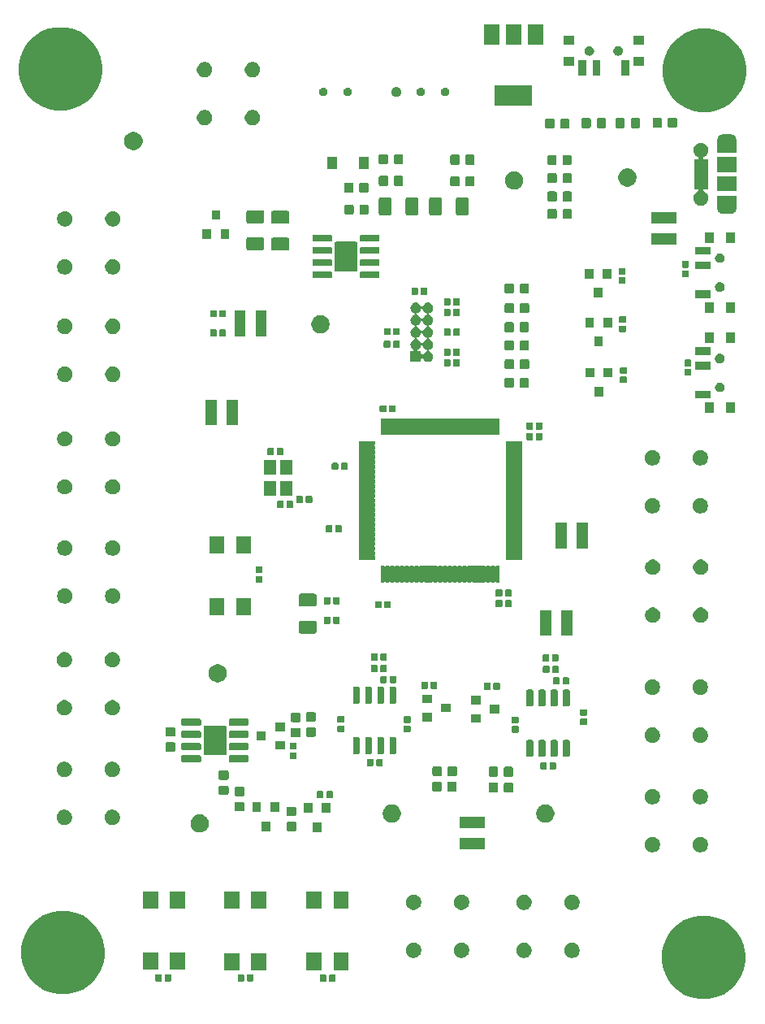
<source format=gbr>
G04 #@! TF.GenerationSoftware,KiCad,Pcbnew,(5.1.5)-3*
G04 #@! TF.CreationDate,2021-02-22T14:13:44+02:00*
G04 #@! TF.ProjectId,Waveform Generator,57617665-666f-4726-9d20-47656e657261,rev?*
G04 #@! TF.SameCoordinates,Original*
G04 #@! TF.FileFunction,Soldermask,Top*
G04 #@! TF.FilePolarity,Negative*
%FSLAX46Y46*%
G04 Gerber Fmt 4.6, Leading zero omitted, Abs format (unit mm)*
G04 Created by KiCad (PCBNEW (5.1.5)-3) date 2021-02-22 14:13:44*
%MOMM*%
%LPD*%
G04 APERTURE LIST*
%ADD10C,0.100000*%
G04 APERTURE END LIST*
D10*
G36*
X89194156Y-103622794D02*
G01*
X89915140Y-103766206D01*
X90706972Y-104094193D01*
X91419601Y-104570357D01*
X92025643Y-105176399D01*
X92501807Y-105889028D01*
X92829794Y-106680860D01*
X92971379Y-107392656D01*
X92988554Y-107479000D01*
X92997000Y-107521464D01*
X92997000Y-108378536D01*
X92829794Y-109219140D01*
X92501807Y-110010972D01*
X92025643Y-110723601D01*
X91419601Y-111329643D01*
X90706972Y-111805807D01*
X89915140Y-112133794D01*
X89194156Y-112277206D01*
X89074537Y-112301000D01*
X88217463Y-112301000D01*
X88097844Y-112277206D01*
X87376860Y-112133794D01*
X86585028Y-111805807D01*
X85872399Y-111329643D01*
X85266357Y-110723601D01*
X84790193Y-110010972D01*
X84462206Y-109219140D01*
X84295000Y-108378536D01*
X84295000Y-107521464D01*
X84303447Y-107479000D01*
X84320621Y-107392656D01*
X84462206Y-106680860D01*
X84790193Y-105889028D01*
X85266357Y-105176399D01*
X85872399Y-104570357D01*
X86585028Y-104094193D01*
X87376860Y-103766206D01*
X88097844Y-103622794D01*
X88217463Y-103599000D01*
X89074537Y-103599000D01*
X89194156Y-103622794D01*
G37*
G36*
X22392156Y-103114794D02*
G01*
X23113140Y-103258206D01*
X23904972Y-103586193D01*
X24617601Y-104062357D01*
X25223643Y-104668399D01*
X25699807Y-105381028D01*
X26027794Y-106172860D01*
X26156634Y-106820584D01*
X26195000Y-107013463D01*
X26195000Y-107870537D01*
X26185193Y-107919838D01*
X26027794Y-108711140D01*
X25699807Y-109502972D01*
X25223643Y-110215601D01*
X24617601Y-110821643D01*
X23904972Y-111297807D01*
X23113140Y-111625794D01*
X22392156Y-111769206D01*
X22272537Y-111793000D01*
X21415463Y-111793000D01*
X21295844Y-111769206D01*
X20574860Y-111625794D01*
X19783028Y-111297807D01*
X19070399Y-110821643D01*
X18464357Y-110215601D01*
X17988193Y-109502972D01*
X17660206Y-108711140D01*
X17502807Y-107919838D01*
X17493000Y-107870537D01*
X17493000Y-107013463D01*
X17531366Y-106820584D01*
X17660206Y-106172860D01*
X17988193Y-105381028D01*
X18464357Y-104668399D01*
X19070399Y-104062357D01*
X19783028Y-103586193D01*
X20574860Y-103258206D01*
X21295844Y-103114794D01*
X21415463Y-103091000D01*
X22272537Y-103091000D01*
X22392156Y-103114794D01*
G37*
G36*
X49221938Y-109741716D02*
G01*
X49242557Y-109747971D01*
X49261553Y-109758124D01*
X49278208Y-109771792D01*
X49291876Y-109788447D01*
X49302029Y-109807443D01*
X49308284Y-109828062D01*
X49311000Y-109855640D01*
X49311000Y-110364360D01*
X49308284Y-110391938D01*
X49302029Y-110412557D01*
X49291876Y-110431553D01*
X49278208Y-110448208D01*
X49261553Y-110461876D01*
X49242557Y-110472029D01*
X49221938Y-110478284D01*
X49194360Y-110481000D01*
X48735640Y-110481000D01*
X48708062Y-110478284D01*
X48687443Y-110472029D01*
X48668447Y-110461876D01*
X48651792Y-110448208D01*
X48638124Y-110431553D01*
X48627971Y-110412557D01*
X48621716Y-110391938D01*
X48619000Y-110364360D01*
X48619000Y-109855640D01*
X48621716Y-109828062D01*
X48627971Y-109807443D01*
X48638124Y-109788447D01*
X48651792Y-109771792D01*
X48668447Y-109758124D01*
X48687443Y-109747971D01*
X48708062Y-109741716D01*
X48735640Y-109739000D01*
X49194360Y-109739000D01*
X49221938Y-109741716D01*
G37*
G36*
X50191938Y-109741716D02*
G01*
X50212557Y-109747971D01*
X50231553Y-109758124D01*
X50248208Y-109771792D01*
X50261876Y-109788447D01*
X50272029Y-109807443D01*
X50278284Y-109828062D01*
X50281000Y-109855640D01*
X50281000Y-110364360D01*
X50278284Y-110391938D01*
X50272029Y-110412557D01*
X50261876Y-110431553D01*
X50248208Y-110448208D01*
X50231553Y-110461876D01*
X50212557Y-110472029D01*
X50191938Y-110478284D01*
X50164360Y-110481000D01*
X49705640Y-110481000D01*
X49678062Y-110478284D01*
X49657443Y-110472029D01*
X49638447Y-110461876D01*
X49621792Y-110448208D01*
X49608124Y-110431553D01*
X49597971Y-110412557D01*
X49591716Y-110391938D01*
X49589000Y-110364360D01*
X49589000Y-109855640D01*
X49591716Y-109828062D01*
X49597971Y-109807443D01*
X49608124Y-109788447D01*
X49621792Y-109771792D01*
X49638447Y-109758124D01*
X49657443Y-109747971D01*
X49678062Y-109741716D01*
X49705640Y-109739000D01*
X50164360Y-109739000D01*
X50191938Y-109741716D01*
G37*
G36*
X33051938Y-109711716D02*
G01*
X33072557Y-109717971D01*
X33091553Y-109728124D01*
X33108208Y-109741792D01*
X33121876Y-109758447D01*
X33132029Y-109777443D01*
X33138284Y-109798062D01*
X33141000Y-109825640D01*
X33141000Y-110334360D01*
X33138284Y-110361938D01*
X33132029Y-110382557D01*
X33121876Y-110401553D01*
X33108208Y-110418208D01*
X33091553Y-110431876D01*
X33072557Y-110442029D01*
X33051938Y-110448284D01*
X33024360Y-110451000D01*
X32565640Y-110451000D01*
X32538062Y-110448284D01*
X32517443Y-110442029D01*
X32498447Y-110431876D01*
X32481792Y-110418208D01*
X32468124Y-110401553D01*
X32457971Y-110382557D01*
X32451716Y-110361938D01*
X32449000Y-110334360D01*
X32449000Y-109825640D01*
X32451716Y-109798062D01*
X32457971Y-109777443D01*
X32468124Y-109758447D01*
X32481792Y-109741792D01*
X32498447Y-109728124D01*
X32517443Y-109717971D01*
X32538062Y-109711716D01*
X32565640Y-109709000D01*
X33024360Y-109709000D01*
X33051938Y-109711716D01*
G37*
G36*
X40661938Y-109711716D02*
G01*
X40682557Y-109717971D01*
X40701553Y-109728124D01*
X40718208Y-109741792D01*
X40731876Y-109758447D01*
X40742029Y-109777443D01*
X40748284Y-109798062D01*
X40751000Y-109825640D01*
X40751000Y-110334360D01*
X40748284Y-110361938D01*
X40742029Y-110382557D01*
X40731876Y-110401553D01*
X40718208Y-110418208D01*
X40701553Y-110431876D01*
X40682557Y-110442029D01*
X40661938Y-110448284D01*
X40634360Y-110451000D01*
X40175640Y-110451000D01*
X40148062Y-110448284D01*
X40127443Y-110442029D01*
X40108447Y-110431876D01*
X40091792Y-110418208D01*
X40078124Y-110401553D01*
X40067971Y-110382557D01*
X40061716Y-110361938D01*
X40059000Y-110334360D01*
X40059000Y-109825640D01*
X40061716Y-109798062D01*
X40067971Y-109777443D01*
X40078124Y-109758447D01*
X40091792Y-109741792D01*
X40108447Y-109728124D01*
X40127443Y-109717971D01*
X40148062Y-109711716D01*
X40175640Y-109709000D01*
X40634360Y-109709000D01*
X40661938Y-109711716D01*
G37*
G36*
X41631938Y-109711716D02*
G01*
X41652557Y-109717971D01*
X41671553Y-109728124D01*
X41688208Y-109741792D01*
X41701876Y-109758447D01*
X41712029Y-109777443D01*
X41718284Y-109798062D01*
X41721000Y-109825640D01*
X41721000Y-110334360D01*
X41718284Y-110361938D01*
X41712029Y-110382557D01*
X41701876Y-110401553D01*
X41688208Y-110418208D01*
X41671553Y-110431876D01*
X41652557Y-110442029D01*
X41631938Y-110448284D01*
X41604360Y-110451000D01*
X41145640Y-110451000D01*
X41118062Y-110448284D01*
X41097443Y-110442029D01*
X41078447Y-110431876D01*
X41061792Y-110418208D01*
X41048124Y-110401553D01*
X41037971Y-110382557D01*
X41031716Y-110361938D01*
X41029000Y-110334360D01*
X41029000Y-109825640D01*
X41031716Y-109798062D01*
X41037971Y-109777443D01*
X41048124Y-109758447D01*
X41061792Y-109741792D01*
X41078447Y-109728124D01*
X41097443Y-109717971D01*
X41118062Y-109711716D01*
X41145640Y-109709000D01*
X41604360Y-109709000D01*
X41631938Y-109711716D01*
G37*
G36*
X32081938Y-109711716D02*
G01*
X32102557Y-109717971D01*
X32121553Y-109728124D01*
X32138208Y-109741792D01*
X32151876Y-109758447D01*
X32162029Y-109777443D01*
X32168284Y-109798062D01*
X32171000Y-109825640D01*
X32171000Y-110334360D01*
X32168284Y-110361938D01*
X32162029Y-110382557D01*
X32151876Y-110401553D01*
X32138208Y-110418208D01*
X32121553Y-110431876D01*
X32102557Y-110442029D01*
X32081938Y-110448284D01*
X32054360Y-110451000D01*
X31595640Y-110451000D01*
X31568062Y-110448284D01*
X31547443Y-110442029D01*
X31528447Y-110431876D01*
X31511792Y-110418208D01*
X31498124Y-110401553D01*
X31487971Y-110382557D01*
X31481716Y-110361938D01*
X31479000Y-110334360D01*
X31479000Y-109825640D01*
X31481716Y-109798062D01*
X31487971Y-109777443D01*
X31498124Y-109758447D01*
X31511792Y-109741792D01*
X31528447Y-109728124D01*
X31547443Y-109717971D01*
X31568062Y-109711716D01*
X31595640Y-109709000D01*
X32054360Y-109709000D01*
X32081938Y-109711716D01*
G37*
G36*
X40291000Y-109301000D02*
G01*
X38689000Y-109301000D01*
X38689000Y-107499000D01*
X40291000Y-107499000D01*
X40291000Y-109301000D01*
G37*
G36*
X43091000Y-109301000D02*
G01*
X41489000Y-109301000D01*
X41489000Y-107499000D01*
X43091000Y-107499000D01*
X43091000Y-109301000D01*
G37*
G36*
X48851000Y-109281000D02*
G01*
X47249000Y-109281000D01*
X47249000Y-107479000D01*
X48851000Y-107479000D01*
X48851000Y-109281000D01*
G37*
G36*
X51651000Y-109281000D02*
G01*
X50049000Y-109281000D01*
X50049000Y-107479000D01*
X51651000Y-107479000D01*
X51651000Y-109281000D01*
G37*
G36*
X34601000Y-109255000D02*
G01*
X32999000Y-109255000D01*
X32999000Y-107453000D01*
X34601000Y-107453000D01*
X34601000Y-109255000D01*
G37*
G36*
X31801000Y-109255000D02*
G01*
X30199000Y-109255000D01*
X30199000Y-107453000D01*
X31801000Y-107453000D01*
X31801000Y-109255000D01*
G37*
G36*
X70143643Y-106439782D02*
G01*
X70289415Y-106500163D01*
X70289417Y-106500164D01*
X70420609Y-106587823D01*
X70532179Y-106699393D01*
X70613157Y-106820586D01*
X70619839Y-106830587D01*
X70680220Y-106976359D01*
X70711001Y-107131108D01*
X70711001Y-107288894D01*
X70680220Y-107443643D01*
X70623981Y-107579416D01*
X70619838Y-107589417D01*
X70532179Y-107720609D01*
X70420609Y-107832179D01*
X70289417Y-107919838D01*
X70289416Y-107919839D01*
X70289415Y-107919839D01*
X70143643Y-107980220D01*
X69988894Y-108011001D01*
X69831108Y-108011001D01*
X69676359Y-107980220D01*
X69530587Y-107919839D01*
X69530586Y-107919839D01*
X69530585Y-107919838D01*
X69399393Y-107832179D01*
X69287823Y-107720609D01*
X69200164Y-107589417D01*
X69196021Y-107579416D01*
X69139782Y-107443643D01*
X69109001Y-107288894D01*
X69109001Y-107131108D01*
X69139782Y-106976359D01*
X69200163Y-106830587D01*
X69206845Y-106820586D01*
X69287823Y-106699393D01*
X69399393Y-106587823D01*
X69530585Y-106500164D01*
X69530587Y-106500163D01*
X69676359Y-106439782D01*
X69831108Y-106409001D01*
X69988894Y-106409001D01*
X70143643Y-106439782D01*
G37*
G36*
X75143643Y-106439782D02*
G01*
X75289415Y-106500163D01*
X75289417Y-106500164D01*
X75420609Y-106587823D01*
X75532179Y-106699393D01*
X75613157Y-106820586D01*
X75619839Y-106830587D01*
X75680220Y-106976359D01*
X75711001Y-107131108D01*
X75711001Y-107288894D01*
X75680220Y-107443643D01*
X75623981Y-107579416D01*
X75619838Y-107589417D01*
X75532179Y-107720609D01*
X75420609Y-107832179D01*
X75289417Y-107919838D01*
X75289416Y-107919839D01*
X75289415Y-107919839D01*
X75143643Y-107980220D01*
X74988894Y-108011001D01*
X74831108Y-108011001D01*
X74676359Y-107980220D01*
X74530587Y-107919839D01*
X74530586Y-107919839D01*
X74530585Y-107919838D01*
X74399393Y-107832179D01*
X74287823Y-107720609D01*
X74200164Y-107589417D01*
X74196021Y-107579416D01*
X74139782Y-107443643D01*
X74109001Y-107288894D01*
X74109001Y-107131108D01*
X74139782Y-106976359D01*
X74200163Y-106830587D01*
X74206845Y-106820586D01*
X74287823Y-106699393D01*
X74399393Y-106587823D01*
X74530585Y-106500164D01*
X74530587Y-106500163D01*
X74676359Y-106439782D01*
X74831108Y-106409001D01*
X74988894Y-106409001D01*
X75143643Y-106439782D01*
G37*
G36*
X58633642Y-106429781D02*
G01*
X58779414Y-106490162D01*
X58779416Y-106490163D01*
X58910608Y-106577822D01*
X59022178Y-106689392D01*
X59109837Y-106820584D01*
X59109838Y-106820586D01*
X59170219Y-106966358D01*
X59201000Y-107121107D01*
X59201000Y-107278893D01*
X59170219Y-107433642D01*
X59117528Y-107560848D01*
X59109837Y-107579416D01*
X59022178Y-107710608D01*
X58910608Y-107822178D01*
X58779416Y-107909837D01*
X58779415Y-107909838D01*
X58779414Y-107909838D01*
X58633642Y-107970219D01*
X58478893Y-108001000D01*
X58321107Y-108001000D01*
X58166358Y-107970219D01*
X58020586Y-107909838D01*
X58020585Y-107909838D01*
X58020584Y-107909837D01*
X57889392Y-107822178D01*
X57777822Y-107710608D01*
X57690163Y-107579416D01*
X57682472Y-107560848D01*
X57629781Y-107433642D01*
X57599000Y-107278893D01*
X57599000Y-107121107D01*
X57629781Y-106966358D01*
X57690162Y-106820586D01*
X57690163Y-106820584D01*
X57777822Y-106689392D01*
X57889392Y-106577822D01*
X58020584Y-106490163D01*
X58020586Y-106490162D01*
X58166358Y-106429781D01*
X58321107Y-106399000D01*
X58478893Y-106399000D01*
X58633642Y-106429781D01*
G37*
G36*
X63633642Y-106429781D02*
G01*
X63779414Y-106490162D01*
X63779416Y-106490163D01*
X63910608Y-106577822D01*
X64022178Y-106689392D01*
X64109837Y-106820584D01*
X64109838Y-106820586D01*
X64170219Y-106966358D01*
X64201000Y-107121107D01*
X64201000Y-107278893D01*
X64170219Y-107433642D01*
X64117528Y-107560848D01*
X64109837Y-107579416D01*
X64022178Y-107710608D01*
X63910608Y-107822178D01*
X63779416Y-107909837D01*
X63779415Y-107909838D01*
X63779414Y-107909838D01*
X63633642Y-107970219D01*
X63478893Y-108001000D01*
X63321107Y-108001000D01*
X63166358Y-107970219D01*
X63020586Y-107909838D01*
X63020585Y-107909838D01*
X63020584Y-107909837D01*
X62889392Y-107822178D01*
X62777822Y-107710608D01*
X62690163Y-107579416D01*
X62682472Y-107560848D01*
X62629781Y-107433642D01*
X62599000Y-107278893D01*
X62599000Y-107121107D01*
X62629781Y-106966358D01*
X62690162Y-106820586D01*
X62690163Y-106820584D01*
X62777822Y-106689392D01*
X62889392Y-106577822D01*
X63020584Y-106490163D01*
X63020586Y-106490162D01*
X63166358Y-106429781D01*
X63321107Y-106399000D01*
X63478893Y-106399000D01*
X63633642Y-106429781D01*
G37*
G36*
X75143643Y-101439782D02*
G01*
X75289415Y-101500163D01*
X75289417Y-101500164D01*
X75420609Y-101587823D01*
X75532179Y-101699393D01*
X75613157Y-101820586D01*
X75619839Y-101830587D01*
X75680220Y-101976359D01*
X75711001Y-102131108D01*
X75711001Y-102288894D01*
X75680220Y-102443643D01*
X75623981Y-102579416D01*
X75619838Y-102589417D01*
X75532179Y-102720609D01*
X75420609Y-102832179D01*
X75289417Y-102919838D01*
X75289416Y-102919839D01*
X75289415Y-102919839D01*
X75143643Y-102980220D01*
X74988894Y-103011001D01*
X74831108Y-103011001D01*
X74676359Y-102980220D01*
X74530587Y-102919839D01*
X74530586Y-102919839D01*
X74530585Y-102919838D01*
X74399393Y-102832179D01*
X74287823Y-102720609D01*
X74200164Y-102589417D01*
X74196021Y-102579416D01*
X74139782Y-102443643D01*
X74109001Y-102288894D01*
X74109001Y-102131108D01*
X74139782Y-101976359D01*
X74200163Y-101830587D01*
X74206845Y-101820586D01*
X74287823Y-101699393D01*
X74399393Y-101587823D01*
X74530585Y-101500164D01*
X74530587Y-101500163D01*
X74676359Y-101439782D01*
X74831108Y-101409001D01*
X74988894Y-101409001D01*
X75143643Y-101439782D01*
G37*
G36*
X70143643Y-101439782D02*
G01*
X70289415Y-101500163D01*
X70289417Y-101500164D01*
X70420609Y-101587823D01*
X70532179Y-101699393D01*
X70613157Y-101820586D01*
X70619839Y-101830587D01*
X70680220Y-101976359D01*
X70711001Y-102131108D01*
X70711001Y-102288894D01*
X70680220Y-102443643D01*
X70623981Y-102579416D01*
X70619838Y-102589417D01*
X70532179Y-102720609D01*
X70420609Y-102832179D01*
X70289417Y-102919838D01*
X70289416Y-102919839D01*
X70289415Y-102919839D01*
X70143643Y-102980220D01*
X69988894Y-103011001D01*
X69831108Y-103011001D01*
X69676359Y-102980220D01*
X69530587Y-102919839D01*
X69530586Y-102919839D01*
X69530585Y-102919838D01*
X69399393Y-102832179D01*
X69287823Y-102720609D01*
X69200164Y-102589417D01*
X69196021Y-102579416D01*
X69139782Y-102443643D01*
X69109001Y-102288894D01*
X69109001Y-102131108D01*
X69139782Y-101976359D01*
X69200163Y-101830587D01*
X69206845Y-101820586D01*
X69287823Y-101699393D01*
X69399393Y-101587823D01*
X69530585Y-101500164D01*
X69530587Y-101500163D01*
X69676359Y-101439782D01*
X69831108Y-101409001D01*
X69988894Y-101409001D01*
X70143643Y-101439782D01*
G37*
G36*
X58633642Y-101429781D02*
G01*
X58779414Y-101490162D01*
X58779416Y-101490163D01*
X58910608Y-101577822D01*
X59022178Y-101689392D01*
X59109837Y-101820584D01*
X59109838Y-101820586D01*
X59170219Y-101966358D01*
X59201000Y-102121107D01*
X59201000Y-102278893D01*
X59170219Y-102433642D01*
X59109838Y-102579414D01*
X59109837Y-102579416D01*
X59022178Y-102710608D01*
X58910608Y-102822178D01*
X58779416Y-102909837D01*
X58779415Y-102909838D01*
X58779414Y-102909838D01*
X58633642Y-102970219D01*
X58478893Y-103001000D01*
X58321107Y-103001000D01*
X58166358Y-102970219D01*
X58020586Y-102909838D01*
X58020585Y-102909838D01*
X58020584Y-102909837D01*
X57889392Y-102822178D01*
X57777822Y-102710608D01*
X57690163Y-102579416D01*
X57690162Y-102579414D01*
X57629781Y-102433642D01*
X57599000Y-102278893D01*
X57599000Y-102121107D01*
X57629781Y-101966358D01*
X57690162Y-101820586D01*
X57690163Y-101820584D01*
X57777822Y-101689392D01*
X57889392Y-101577822D01*
X58020584Y-101490163D01*
X58020586Y-101490162D01*
X58166358Y-101429781D01*
X58321107Y-101399000D01*
X58478893Y-101399000D01*
X58633642Y-101429781D01*
G37*
G36*
X63633642Y-101429781D02*
G01*
X63779414Y-101490162D01*
X63779416Y-101490163D01*
X63910608Y-101577822D01*
X64022178Y-101689392D01*
X64109837Y-101820584D01*
X64109838Y-101820586D01*
X64170219Y-101966358D01*
X64201000Y-102121107D01*
X64201000Y-102278893D01*
X64170219Y-102433642D01*
X64109838Y-102579414D01*
X64109837Y-102579416D01*
X64022178Y-102710608D01*
X63910608Y-102822178D01*
X63779416Y-102909837D01*
X63779415Y-102909838D01*
X63779414Y-102909838D01*
X63633642Y-102970219D01*
X63478893Y-103001000D01*
X63321107Y-103001000D01*
X63166358Y-102970219D01*
X63020586Y-102909838D01*
X63020585Y-102909838D01*
X63020584Y-102909837D01*
X62889392Y-102822178D01*
X62777822Y-102710608D01*
X62690163Y-102579416D01*
X62690162Y-102579414D01*
X62629781Y-102433642D01*
X62599000Y-102278893D01*
X62599000Y-102121107D01*
X62629781Y-101966358D01*
X62690162Y-101820586D01*
X62690163Y-101820584D01*
X62777822Y-101689392D01*
X62889392Y-101577822D01*
X63020584Y-101490163D01*
X63020586Y-101490162D01*
X63166358Y-101429781D01*
X63321107Y-101399000D01*
X63478893Y-101399000D01*
X63633642Y-101429781D01*
G37*
G36*
X43091000Y-102901000D02*
G01*
X41489000Y-102901000D01*
X41489000Y-101099000D01*
X43091000Y-101099000D01*
X43091000Y-102901000D01*
G37*
G36*
X40291000Y-102901000D02*
G01*
X38689000Y-102901000D01*
X38689000Y-101099000D01*
X40291000Y-101099000D01*
X40291000Y-102901000D01*
G37*
G36*
X48851000Y-102881000D02*
G01*
X47249000Y-102881000D01*
X47249000Y-101079000D01*
X48851000Y-101079000D01*
X48851000Y-102881000D01*
G37*
G36*
X51651000Y-102881000D02*
G01*
X50049000Y-102881000D01*
X50049000Y-101079000D01*
X51651000Y-101079000D01*
X51651000Y-102881000D01*
G37*
G36*
X31801000Y-102855000D02*
G01*
X30199000Y-102855000D01*
X30199000Y-101053000D01*
X31801000Y-101053000D01*
X31801000Y-102855000D01*
G37*
G36*
X34601000Y-102855000D02*
G01*
X32999000Y-102855000D01*
X32999000Y-101053000D01*
X34601000Y-101053000D01*
X34601000Y-102855000D01*
G37*
G36*
X88533642Y-95429781D02*
G01*
X88679414Y-95490162D01*
X88679416Y-95490163D01*
X88810608Y-95577822D01*
X88922178Y-95689392D01*
X89009837Y-95820584D01*
X89009838Y-95820586D01*
X89070219Y-95966358D01*
X89101000Y-96121107D01*
X89101000Y-96278893D01*
X89070219Y-96433642D01*
X89009838Y-96579414D01*
X89009837Y-96579416D01*
X88922178Y-96710608D01*
X88810608Y-96822178D01*
X88679416Y-96909837D01*
X88679415Y-96909838D01*
X88679414Y-96909838D01*
X88533642Y-96970219D01*
X88378893Y-97001000D01*
X88221107Y-97001000D01*
X88066358Y-96970219D01*
X87920586Y-96909838D01*
X87920585Y-96909838D01*
X87920584Y-96909837D01*
X87789392Y-96822178D01*
X87677822Y-96710608D01*
X87590163Y-96579416D01*
X87590162Y-96579414D01*
X87529781Y-96433642D01*
X87499000Y-96278893D01*
X87499000Y-96121107D01*
X87529781Y-95966358D01*
X87590162Y-95820586D01*
X87590163Y-95820584D01*
X87677822Y-95689392D01*
X87789392Y-95577822D01*
X87920584Y-95490163D01*
X87920586Y-95490162D01*
X88066358Y-95429781D01*
X88221107Y-95399000D01*
X88378893Y-95399000D01*
X88533642Y-95429781D01*
G37*
G36*
X83533642Y-95429781D02*
G01*
X83679414Y-95490162D01*
X83679416Y-95490163D01*
X83810608Y-95577822D01*
X83922178Y-95689392D01*
X84009837Y-95820584D01*
X84009838Y-95820586D01*
X84070219Y-95966358D01*
X84101000Y-96121107D01*
X84101000Y-96278893D01*
X84070219Y-96433642D01*
X84009838Y-96579414D01*
X84009837Y-96579416D01*
X83922178Y-96710608D01*
X83810608Y-96822178D01*
X83679416Y-96909837D01*
X83679415Y-96909838D01*
X83679414Y-96909838D01*
X83533642Y-96970219D01*
X83378893Y-97001000D01*
X83221107Y-97001000D01*
X83066358Y-96970219D01*
X82920586Y-96909838D01*
X82920585Y-96909838D01*
X82920584Y-96909837D01*
X82789392Y-96822178D01*
X82677822Y-96710608D01*
X82590163Y-96579416D01*
X82590162Y-96579414D01*
X82529781Y-96433642D01*
X82499000Y-96278893D01*
X82499000Y-96121107D01*
X82529781Y-95966358D01*
X82590162Y-95820586D01*
X82590163Y-95820584D01*
X82677822Y-95689392D01*
X82789392Y-95577822D01*
X82920584Y-95490163D01*
X82920586Y-95490162D01*
X83066358Y-95429781D01*
X83221107Y-95399000D01*
X83378893Y-95399000D01*
X83533642Y-95429781D01*
G37*
G36*
X65842000Y-96677000D02*
G01*
X63190000Y-96677000D01*
X63190000Y-95515000D01*
X65842000Y-95515000D01*
X65842000Y-96677000D01*
G37*
G36*
X36377395Y-93085546D02*
G01*
X36550466Y-93157234D01*
X36550467Y-93157235D01*
X36706227Y-93261310D01*
X36838690Y-93393773D01*
X36868838Y-93438893D01*
X36942766Y-93549534D01*
X37014454Y-93722605D01*
X37051000Y-93906333D01*
X37051000Y-94093667D01*
X37014454Y-94277395D01*
X36942766Y-94450466D01*
X36891081Y-94527818D01*
X36838690Y-94606227D01*
X36706227Y-94738690D01*
X36640798Y-94782408D01*
X36550466Y-94842766D01*
X36377395Y-94914454D01*
X36193667Y-94951000D01*
X36006333Y-94951000D01*
X35822605Y-94914454D01*
X35649534Y-94842766D01*
X35559202Y-94782408D01*
X35493773Y-94738690D01*
X35361310Y-94606227D01*
X35308919Y-94527818D01*
X35257234Y-94450466D01*
X35185546Y-94277395D01*
X35149000Y-94093667D01*
X35149000Y-93906333D01*
X35185546Y-93722605D01*
X35257234Y-93549534D01*
X35331162Y-93438893D01*
X35361310Y-93393773D01*
X35493773Y-93261310D01*
X35649533Y-93157235D01*
X35649534Y-93157234D01*
X35822605Y-93085546D01*
X36006333Y-93049000D01*
X36193667Y-93049000D01*
X36377395Y-93085546D01*
G37*
G36*
X48801000Y-94901000D02*
G01*
X47899000Y-94901000D01*
X47899000Y-93899000D01*
X48801000Y-93899000D01*
X48801000Y-94901000D01*
G37*
G36*
X46054591Y-93828085D02*
G01*
X46088569Y-93838393D01*
X46119890Y-93855134D01*
X46147339Y-93877661D01*
X46169866Y-93905110D01*
X46186607Y-93936431D01*
X46196915Y-93970409D01*
X46201000Y-94011890D01*
X46201000Y-94613110D01*
X46196915Y-94654591D01*
X46186607Y-94688569D01*
X46169866Y-94719890D01*
X46147339Y-94747339D01*
X46119890Y-94769866D01*
X46088569Y-94786607D01*
X46054591Y-94796915D01*
X46013110Y-94801000D01*
X45336890Y-94801000D01*
X45295409Y-94796915D01*
X45261431Y-94786607D01*
X45230110Y-94769866D01*
X45202661Y-94747339D01*
X45180134Y-94719890D01*
X45163393Y-94688569D01*
X45153085Y-94654591D01*
X45149000Y-94613110D01*
X45149000Y-94011890D01*
X45153085Y-93970409D01*
X45163393Y-93936431D01*
X45180134Y-93905110D01*
X45202661Y-93877661D01*
X45230110Y-93855134D01*
X45261431Y-93838393D01*
X45295409Y-93828085D01*
X45336890Y-93824000D01*
X46013110Y-93824000D01*
X46054591Y-93828085D01*
G37*
G36*
X43451000Y-94801000D02*
G01*
X42549000Y-94801000D01*
X42549000Y-93799000D01*
X43451000Y-93799000D01*
X43451000Y-94801000D01*
G37*
G36*
X65842000Y-94477000D02*
G01*
X63190000Y-94477000D01*
X63190000Y-93315000D01*
X65842000Y-93315000D01*
X65842000Y-94477000D01*
G37*
G36*
X27223641Y-92589782D02*
G01*
X27369413Y-92650163D01*
X27369415Y-92650164D01*
X27500607Y-92737823D01*
X27612177Y-92849393D01*
X27627506Y-92872335D01*
X27699837Y-92980587D01*
X27760218Y-93126359D01*
X27790999Y-93281108D01*
X27790999Y-93438894D01*
X27760218Y-93593643D01*
X27714220Y-93704691D01*
X27699836Y-93739417D01*
X27612177Y-93870609D01*
X27500607Y-93982179D01*
X27369415Y-94069838D01*
X27369414Y-94069839D01*
X27369413Y-94069839D01*
X27223641Y-94130220D01*
X27068892Y-94161001D01*
X26911106Y-94161001D01*
X26756357Y-94130220D01*
X26610585Y-94069839D01*
X26610584Y-94069839D01*
X26610583Y-94069838D01*
X26479391Y-93982179D01*
X26367821Y-93870609D01*
X26280162Y-93739417D01*
X26265778Y-93704691D01*
X26219780Y-93593643D01*
X26188999Y-93438894D01*
X26188999Y-93281108D01*
X26219780Y-93126359D01*
X26280161Y-92980587D01*
X26352492Y-92872335D01*
X26367821Y-92849393D01*
X26479391Y-92737823D01*
X26610583Y-92650164D01*
X26610585Y-92650163D01*
X26756357Y-92589782D01*
X26911106Y-92559001D01*
X27068892Y-92559001D01*
X27223641Y-92589782D01*
G37*
G36*
X22223641Y-92589782D02*
G01*
X22369413Y-92650163D01*
X22369415Y-92650164D01*
X22500607Y-92737823D01*
X22612177Y-92849393D01*
X22627506Y-92872335D01*
X22699837Y-92980587D01*
X22760218Y-93126359D01*
X22790999Y-93281108D01*
X22790999Y-93438894D01*
X22760218Y-93593643D01*
X22714220Y-93704691D01*
X22699836Y-93739417D01*
X22612177Y-93870609D01*
X22500607Y-93982179D01*
X22369415Y-94069838D01*
X22369414Y-94069839D01*
X22369413Y-94069839D01*
X22223641Y-94130220D01*
X22068892Y-94161001D01*
X21911106Y-94161001D01*
X21756357Y-94130220D01*
X21610585Y-94069839D01*
X21610584Y-94069839D01*
X21610583Y-94069838D01*
X21479391Y-93982179D01*
X21367821Y-93870609D01*
X21280162Y-93739417D01*
X21265778Y-93704691D01*
X21219780Y-93593643D01*
X21188999Y-93438894D01*
X21188999Y-93281108D01*
X21219780Y-93126359D01*
X21280161Y-92980587D01*
X21352492Y-92872335D01*
X21367821Y-92849393D01*
X21479391Y-92737823D01*
X21610583Y-92650164D01*
X21610585Y-92650163D01*
X21756357Y-92589782D01*
X21911106Y-92559001D01*
X22068892Y-92559001D01*
X22223641Y-92589782D01*
G37*
G36*
X56411395Y-92051546D02*
G01*
X56584466Y-92123234D01*
X56584467Y-92123235D01*
X56740227Y-92227310D01*
X56872690Y-92359773D01*
X56872691Y-92359775D01*
X56976766Y-92515534D01*
X57048454Y-92688605D01*
X57085000Y-92872333D01*
X57085000Y-93059667D01*
X57048454Y-93243395D01*
X56976766Y-93416466D01*
X56961780Y-93438894D01*
X56872690Y-93572227D01*
X56740227Y-93704690D01*
X56713415Y-93722605D01*
X56584466Y-93808766D01*
X56411395Y-93880454D01*
X56227667Y-93917000D01*
X56040333Y-93917000D01*
X55856605Y-93880454D01*
X55683534Y-93808766D01*
X55554585Y-93722605D01*
X55527773Y-93704690D01*
X55395310Y-93572227D01*
X55306220Y-93438894D01*
X55291234Y-93416466D01*
X55219546Y-93243395D01*
X55183000Y-93059667D01*
X55183000Y-92872333D01*
X55219546Y-92688605D01*
X55291234Y-92515534D01*
X55395309Y-92359775D01*
X55395310Y-92359773D01*
X55527773Y-92227310D01*
X55683533Y-92123235D01*
X55683534Y-92123234D01*
X55856605Y-92051546D01*
X56040333Y-92015000D01*
X56227667Y-92015000D01*
X56411395Y-92051546D01*
G37*
G36*
X72413395Y-92049546D02*
G01*
X72586466Y-92121234D01*
X72663818Y-92172919D01*
X72742227Y-92225310D01*
X72874690Y-92357773D01*
X72877134Y-92361431D01*
X72978766Y-92513534D01*
X73050454Y-92686605D01*
X73087000Y-92870333D01*
X73087000Y-93057667D01*
X73050454Y-93241395D01*
X72978766Y-93414466D01*
X72927081Y-93491818D01*
X72874690Y-93570227D01*
X72742227Y-93702690D01*
X72739232Y-93704691D01*
X72586466Y-93806766D01*
X72413395Y-93878454D01*
X72229667Y-93915000D01*
X72042333Y-93915000D01*
X71858605Y-93878454D01*
X71685534Y-93806766D01*
X71532768Y-93704691D01*
X71529773Y-93702690D01*
X71397310Y-93570227D01*
X71344919Y-93491818D01*
X71293234Y-93414466D01*
X71221546Y-93241395D01*
X71185000Y-93057667D01*
X71185000Y-92870333D01*
X71221546Y-92686605D01*
X71293234Y-92513534D01*
X71394866Y-92361431D01*
X71397310Y-92357773D01*
X71529773Y-92225310D01*
X71608182Y-92172919D01*
X71685534Y-92121234D01*
X71858605Y-92049546D01*
X72042333Y-92013000D01*
X72229667Y-92013000D01*
X72413395Y-92049546D01*
G37*
G36*
X46054591Y-92253085D02*
G01*
X46088569Y-92263393D01*
X46119890Y-92280134D01*
X46147339Y-92302661D01*
X46169866Y-92330110D01*
X46186607Y-92361431D01*
X46196915Y-92395409D01*
X46201000Y-92436890D01*
X46201000Y-93038110D01*
X46196915Y-93079591D01*
X46186607Y-93113569D01*
X46169866Y-93144890D01*
X46147339Y-93172339D01*
X46119890Y-93194866D01*
X46088569Y-93211607D01*
X46054591Y-93221915D01*
X46013110Y-93226000D01*
X45336890Y-93226000D01*
X45295409Y-93221915D01*
X45261431Y-93211607D01*
X45230110Y-93194866D01*
X45202661Y-93172339D01*
X45180134Y-93144890D01*
X45163393Y-93113569D01*
X45153085Y-93079591D01*
X45149000Y-93038110D01*
X45149000Y-92436890D01*
X45153085Y-92395409D01*
X45163393Y-92361431D01*
X45180134Y-92330110D01*
X45202661Y-92302661D01*
X45230110Y-92280134D01*
X45261431Y-92263393D01*
X45295409Y-92253085D01*
X45336890Y-92249000D01*
X46013110Y-92249000D01*
X46054591Y-92253085D01*
G37*
G36*
X47851000Y-92901000D02*
G01*
X46949000Y-92901000D01*
X46949000Y-91899000D01*
X47851000Y-91899000D01*
X47851000Y-92901000D01*
G37*
G36*
X49751000Y-92901000D02*
G01*
X48849000Y-92901000D01*
X48849000Y-91899000D01*
X49751000Y-91899000D01*
X49751000Y-92901000D01*
G37*
G36*
X44401000Y-92801000D02*
G01*
X43499000Y-92801000D01*
X43499000Y-91799000D01*
X44401000Y-91799000D01*
X44401000Y-92801000D01*
G37*
G36*
X42501000Y-92801000D02*
G01*
X41599000Y-92801000D01*
X41599000Y-91799000D01*
X42501000Y-91799000D01*
X42501000Y-92801000D01*
G37*
G36*
X40629591Y-91753085D02*
G01*
X40663569Y-91763393D01*
X40694890Y-91780134D01*
X40722339Y-91802661D01*
X40744866Y-91830110D01*
X40761607Y-91861431D01*
X40771915Y-91895409D01*
X40776000Y-91936890D01*
X40776000Y-92538110D01*
X40771915Y-92579591D01*
X40761607Y-92613569D01*
X40744866Y-92644890D01*
X40722339Y-92672339D01*
X40694890Y-92694866D01*
X40663569Y-92711607D01*
X40629591Y-92721915D01*
X40588110Y-92726000D01*
X39911890Y-92726000D01*
X39870409Y-92721915D01*
X39836431Y-92711607D01*
X39805110Y-92694866D01*
X39777661Y-92672339D01*
X39755134Y-92644890D01*
X39738393Y-92613569D01*
X39728085Y-92579591D01*
X39724000Y-92538110D01*
X39724000Y-91936890D01*
X39728085Y-91895409D01*
X39738393Y-91861431D01*
X39755134Y-91830110D01*
X39777661Y-91802661D01*
X39805110Y-91780134D01*
X39836431Y-91763393D01*
X39870409Y-91753085D01*
X39911890Y-91749000D01*
X40588110Y-91749000D01*
X40629591Y-91753085D01*
G37*
G36*
X88533642Y-90429781D02*
G01*
X88679414Y-90490162D01*
X88679416Y-90490163D01*
X88810608Y-90577822D01*
X88922178Y-90689392D01*
X89009837Y-90820584D01*
X89009838Y-90820586D01*
X89070219Y-90966358D01*
X89101000Y-91121107D01*
X89101000Y-91278893D01*
X89070219Y-91433642D01*
X89009838Y-91579414D01*
X89009837Y-91579416D01*
X88922178Y-91710608D01*
X88810608Y-91822178D01*
X88679416Y-91909837D01*
X88679415Y-91909838D01*
X88679414Y-91909838D01*
X88533642Y-91970219D01*
X88378893Y-92001000D01*
X88221107Y-92001000D01*
X88066358Y-91970219D01*
X87920586Y-91909838D01*
X87920585Y-91909838D01*
X87920584Y-91909837D01*
X87789392Y-91822178D01*
X87677822Y-91710608D01*
X87590163Y-91579416D01*
X87590162Y-91579414D01*
X87529781Y-91433642D01*
X87499000Y-91278893D01*
X87499000Y-91121107D01*
X87529781Y-90966358D01*
X87590162Y-90820586D01*
X87590163Y-90820584D01*
X87677822Y-90689392D01*
X87789392Y-90577822D01*
X87920584Y-90490163D01*
X87920586Y-90490162D01*
X88066358Y-90429781D01*
X88221107Y-90399000D01*
X88378893Y-90399000D01*
X88533642Y-90429781D01*
G37*
G36*
X83533642Y-90429781D02*
G01*
X83679414Y-90490162D01*
X83679416Y-90490163D01*
X83810608Y-90577822D01*
X83922178Y-90689392D01*
X84009837Y-90820584D01*
X84009838Y-90820586D01*
X84070219Y-90966358D01*
X84101000Y-91121107D01*
X84101000Y-91278893D01*
X84070219Y-91433642D01*
X84009838Y-91579414D01*
X84009837Y-91579416D01*
X83922178Y-91710608D01*
X83810608Y-91822178D01*
X83679416Y-91909837D01*
X83679415Y-91909838D01*
X83679414Y-91909838D01*
X83533642Y-91970219D01*
X83378893Y-92001000D01*
X83221107Y-92001000D01*
X83066358Y-91970219D01*
X82920586Y-91909838D01*
X82920585Y-91909838D01*
X82920584Y-91909837D01*
X82789392Y-91822178D01*
X82677822Y-91710608D01*
X82590163Y-91579416D01*
X82590162Y-91579414D01*
X82529781Y-91433642D01*
X82499000Y-91278893D01*
X82499000Y-91121107D01*
X82529781Y-90966358D01*
X82590162Y-90820586D01*
X82590163Y-90820584D01*
X82677822Y-90689392D01*
X82789392Y-90577822D01*
X82920584Y-90490163D01*
X82920586Y-90490162D01*
X83066358Y-90429781D01*
X83221107Y-90399000D01*
X83378893Y-90399000D01*
X83533642Y-90429781D01*
G37*
G36*
X48921938Y-90631716D02*
G01*
X48942557Y-90637971D01*
X48961553Y-90648124D01*
X48978208Y-90661792D01*
X48991876Y-90678447D01*
X49002029Y-90697443D01*
X49008284Y-90718062D01*
X49011000Y-90745640D01*
X49011000Y-91254360D01*
X49008284Y-91281938D01*
X49002029Y-91302557D01*
X48991876Y-91321553D01*
X48978208Y-91338208D01*
X48961553Y-91351876D01*
X48942557Y-91362029D01*
X48921938Y-91368284D01*
X48894360Y-91371000D01*
X48435640Y-91371000D01*
X48408062Y-91368284D01*
X48387443Y-91362029D01*
X48368447Y-91351876D01*
X48351792Y-91338208D01*
X48338124Y-91321553D01*
X48327971Y-91302557D01*
X48321716Y-91281938D01*
X48319000Y-91254360D01*
X48319000Y-90745640D01*
X48321716Y-90718062D01*
X48327971Y-90697443D01*
X48338124Y-90678447D01*
X48351792Y-90661792D01*
X48368447Y-90648124D01*
X48387443Y-90637971D01*
X48408062Y-90631716D01*
X48435640Y-90629000D01*
X48894360Y-90629000D01*
X48921938Y-90631716D01*
G37*
G36*
X49891938Y-90631716D02*
G01*
X49912557Y-90637971D01*
X49931553Y-90648124D01*
X49948208Y-90661792D01*
X49961876Y-90678447D01*
X49972029Y-90697443D01*
X49978284Y-90718062D01*
X49981000Y-90745640D01*
X49981000Y-91254360D01*
X49978284Y-91281938D01*
X49972029Y-91302557D01*
X49961876Y-91321553D01*
X49948208Y-91338208D01*
X49931553Y-91351876D01*
X49912557Y-91362029D01*
X49891938Y-91368284D01*
X49864360Y-91371000D01*
X49405640Y-91371000D01*
X49378062Y-91368284D01*
X49357443Y-91362029D01*
X49338447Y-91351876D01*
X49321792Y-91338208D01*
X49308124Y-91321553D01*
X49297971Y-91302557D01*
X49291716Y-91281938D01*
X49289000Y-91254360D01*
X49289000Y-90745640D01*
X49291716Y-90718062D01*
X49297971Y-90697443D01*
X49308124Y-90678447D01*
X49321792Y-90661792D01*
X49338447Y-90648124D01*
X49357443Y-90637971D01*
X49378062Y-90631716D01*
X49405640Y-90629000D01*
X49864360Y-90629000D01*
X49891938Y-90631716D01*
G37*
G36*
X40629591Y-90178085D02*
G01*
X40663569Y-90188393D01*
X40694890Y-90205134D01*
X40722339Y-90227661D01*
X40744866Y-90255110D01*
X40761607Y-90286431D01*
X40771915Y-90320409D01*
X40776000Y-90361890D01*
X40776000Y-90963110D01*
X40771915Y-91004591D01*
X40761607Y-91038569D01*
X40744866Y-91069890D01*
X40722339Y-91097339D01*
X40694890Y-91119866D01*
X40663569Y-91136607D01*
X40629591Y-91146915D01*
X40588110Y-91151000D01*
X39911890Y-91151000D01*
X39870409Y-91146915D01*
X39836431Y-91136607D01*
X39805110Y-91119866D01*
X39777661Y-91097339D01*
X39755134Y-91069890D01*
X39738393Y-91038569D01*
X39728085Y-91004591D01*
X39724000Y-90963110D01*
X39724000Y-90361890D01*
X39728085Y-90320409D01*
X39738393Y-90286431D01*
X39755134Y-90255110D01*
X39777661Y-90227661D01*
X39805110Y-90205134D01*
X39836431Y-90188393D01*
X39870409Y-90178085D01*
X39911890Y-90174000D01*
X40588110Y-90174000D01*
X40629591Y-90178085D01*
G37*
G36*
X38979591Y-90053085D02*
G01*
X39013569Y-90063393D01*
X39044890Y-90080134D01*
X39072339Y-90102661D01*
X39094866Y-90130110D01*
X39111607Y-90161431D01*
X39121915Y-90195409D01*
X39126000Y-90236890D01*
X39126000Y-90838110D01*
X39121915Y-90879591D01*
X39111607Y-90913569D01*
X39094866Y-90944890D01*
X39072339Y-90972339D01*
X39044890Y-90994866D01*
X39013569Y-91011607D01*
X38979591Y-91021915D01*
X38938110Y-91026000D01*
X38261890Y-91026000D01*
X38220409Y-91021915D01*
X38186431Y-91011607D01*
X38155110Y-90994866D01*
X38127661Y-90972339D01*
X38105134Y-90944890D01*
X38088393Y-90913569D01*
X38078085Y-90879591D01*
X38074000Y-90838110D01*
X38074000Y-90236890D01*
X38078085Y-90195409D01*
X38088393Y-90161431D01*
X38105134Y-90130110D01*
X38127661Y-90102661D01*
X38155110Y-90080134D01*
X38186431Y-90063393D01*
X38220409Y-90053085D01*
X38261890Y-90049000D01*
X38938110Y-90049000D01*
X38979591Y-90053085D01*
G37*
G36*
X68650091Y-89732085D02*
G01*
X68684069Y-89742393D01*
X68715390Y-89759134D01*
X68742839Y-89781661D01*
X68765366Y-89809110D01*
X68782107Y-89840431D01*
X68792415Y-89874409D01*
X68796500Y-89915890D01*
X68796500Y-90592110D01*
X68792415Y-90633591D01*
X68782107Y-90667569D01*
X68765366Y-90698890D01*
X68742839Y-90726339D01*
X68715390Y-90748866D01*
X68684069Y-90765607D01*
X68650091Y-90775915D01*
X68608610Y-90780000D01*
X68007390Y-90780000D01*
X67965909Y-90775915D01*
X67931931Y-90765607D01*
X67900610Y-90748866D01*
X67873161Y-90726339D01*
X67850634Y-90698890D01*
X67833893Y-90667569D01*
X67823585Y-90633591D01*
X67819500Y-90592110D01*
X67819500Y-89915890D01*
X67823585Y-89874409D01*
X67833893Y-89840431D01*
X67850634Y-89809110D01*
X67873161Y-89781661D01*
X67900610Y-89759134D01*
X67931931Y-89742393D01*
X67965909Y-89732085D01*
X68007390Y-89728000D01*
X68608610Y-89728000D01*
X68650091Y-89732085D01*
G37*
G36*
X67075091Y-89732085D02*
G01*
X67109069Y-89742393D01*
X67140390Y-89759134D01*
X67167839Y-89781661D01*
X67190366Y-89809110D01*
X67207107Y-89840431D01*
X67217415Y-89874409D01*
X67221500Y-89915890D01*
X67221500Y-90592110D01*
X67217415Y-90633591D01*
X67207107Y-90667569D01*
X67190366Y-90698890D01*
X67167839Y-90726339D01*
X67140390Y-90748866D01*
X67109069Y-90765607D01*
X67075091Y-90775915D01*
X67033610Y-90780000D01*
X66432390Y-90780000D01*
X66390909Y-90775915D01*
X66356931Y-90765607D01*
X66325610Y-90748866D01*
X66298161Y-90726339D01*
X66275634Y-90698890D01*
X66258893Y-90667569D01*
X66248585Y-90633591D01*
X66244500Y-90592110D01*
X66244500Y-89915890D01*
X66248585Y-89874409D01*
X66258893Y-89840431D01*
X66275634Y-89809110D01*
X66298161Y-89781661D01*
X66325610Y-89759134D01*
X66356931Y-89742393D01*
X66390909Y-89732085D01*
X66432390Y-89728000D01*
X67033610Y-89728000D01*
X67075091Y-89732085D01*
G37*
G36*
X61179091Y-89632085D02*
G01*
X61213069Y-89642393D01*
X61244390Y-89659134D01*
X61271839Y-89681661D01*
X61294366Y-89709110D01*
X61311107Y-89740431D01*
X61321415Y-89774409D01*
X61325500Y-89815890D01*
X61325500Y-90492110D01*
X61321415Y-90533591D01*
X61311107Y-90567569D01*
X61294366Y-90598890D01*
X61271839Y-90626339D01*
X61244390Y-90648866D01*
X61213069Y-90665607D01*
X61179091Y-90675915D01*
X61137610Y-90680000D01*
X60536390Y-90680000D01*
X60494909Y-90675915D01*
X60460931Y-90665607D01*
X60429610Y-90648866D01*
X60402161Y-90626339D01*
X60379634Y-90598890D01*
X60362893Y-90567569D01*
X60352585Y-90533591D01*
X60348500Y-90492110D01*
X60348500Y-89815890D01*
X60352585Y-89774409D01*
X60362893Y-89740431D01*
X60379634Y-89709110D01*
X60402161Y-89681661D01*
X60429610Y-89659134D01*
X60460931Y-89642393D01*
X60494909Y-89632085D01*
X60536390Y-89628000D01*
X61137610Y-89628000D01*
X61179091Y-89632085D01*
G37*
G36*
X62754091Y-89632085D02*
G01*
X62788069Y-89642393D01*
X62819390Y-89659134D01*
X62846839Y-89681661D01*
X62869366Y-89709110D01*
X62886107Y-89740431D01*
X62896415Y-89774409D01*
X62900500Y-89815890D01*
X62900500Y-90492110D01*
X62896415Y-90533591D01*
X62886107Y-90567569D01*
X62869366Y-90598890D01*
X62846839Y-90626339D01*
X62819390Y-90648866D01*
X62788069Y-90665607D01*
X62754091Y-90675915D01*
X62712610Y-90680000D01*
X62111390Y-90680000D01*
X62069909Y-90675915D01*
X62035931Y-90665607D01*
X62004610Y-90648866D01*
X61977161Y-90626339D01*
X61954634Y-90598890D01*
X61937893Y-90567569D01*
X61927585Y-90533591D01*
X61923500Y-90492110D01*
X61923500Y-89815890D01*
X61927585Y-89774409D01*
X61937893Y-89740431D01*
X61954634Y-89709110D01*
X61977161Y-89681661D01*
X62004610Y-89659134D01*
X62035931Y-89642393D01*
X62069909Y-89632085D01*
X62111390Y-89628000D01*
X62712610Y-89628000D01*
X62754091Y-89632085D01*
G37*
G36*
X38979591Y-88478085D02*
G01*
X39013569Y-88488393D01*
X39044890Y-88505134D01*
X39072339Y-88527661D01*
X39094866Y-88555110D01*
X39111607Y-88586431D01*
X39121915Y-88620409D01*
X39126000Y-88661890D01*
X39126000Y-89263110D01*
X39121915Y-89304591D01*
X39111607Y-89338569D01*
X39094866Y-89369890D01*
X39072339Y-89397339D01*
X39044890Y-89419866D01*
X39013569Y-89436607D01*
X38979591Y-89446915D01*
X38938110Y-89451000D01*
X38261890Y-89451000D01*
X38220409Y-89446915D01*
X38186431Y-89436607D01*
X38155110Y-89419866D01*
X38127661Y-89397339D01*
X38105134Y-89369890D01*
X38088393Y-89338569D01*
X38078085Y-89304591D01*
X38074000Y-89263110D01*
X38074000Y-88661890D01*
X38078085Y-88620409D01*
X38088393Y-88586431D01*
X38105134Y-88555110D01*
X38127661Y-88527661D01*
X38155110Y-88505134D01*
X38186431Y-88488393D01*
X38220409Y-88478085D01*
X38261890Y-88474000D01*
X38938110Y-88474000D01*
X38979591Y-88478085D01*
G37*
G36*
X22223641Y-87589782D02*
G01*
X22364490Y-87648124D01*
X22369415Y-87650164D01*
X22500607Y-87737823D01*
X22612177Y-87849393D01*
X22659491Y-87920204D01*
X22699837Y-87980587D01*
X22760218Y-88126359D01*
X22790999Y-88281108D01*
X22790999Y-88438894D01*
X22760218Y-88593643D01*
X22708604Y-88718250D01*
X22699836Y-88739417D01*
X22612177Y-88870609D01*
X22500607Y-88982179D01*
X22369415Y-89069838D01*
X22369414Y-89069839D01*
X22369413Y-89069839D01*
X22223641Y-89130220D01*
X22068892Y-89161001D01*
X21911106Y-89161001D01*
X21756357Y-89130220D01*
X21610585Y-89069839D01*
X21610584Y-89069839D01*
X21610583Y-89069838D01*
X21479391Y-88982179D01*
X21367821Y-88870609D01*
X21280162Y-88739417D01*
X21271394Y-88718250D01*
X21219780Y-88593643D01*
X21188999Y-88438894D01*
X21188999Y-88281108D01*
X21219780Y-88126359D01*
X21280161Y-87980587D01*
X21320507Y-87920204D01*
X21367821Y-87849393D01*
X21479391Y-87737823D01*
X21610583Y-87650164D01*
X21615508Y-87648124D01*
X21756357Y-87589782D01*
X21911106Y-87559001D01*
X22068892Y-87559001D01*
X22223641Y-87589782D01*
G37*
G36*
X27223641Y-87589782D02*
G01*
X27364490Y-87648124D01*
X27369415Y-87650164D01*
X27500607Y-87737823D01*
X27612177Y-87849393D01*
X27659491Y-87920204D01*
X27699837Y-87980587D01*
X27760218Y-88126359D01*
X27790999Y-88281108D01*
X27790999Y-88438894D01*
X27760218Y-88593643D01*
X27708604Y-88718250D01*
X27699836Y-88739417D01*
X27612177Y-88870609D01*
X27500607Y-88982179D01*
X27369415Y-89069838D01*
X27369414Y-89069839D01*
X27369413Y-89069839D01*
X27223641Y-89130220D01*
X27068892Y-89161001D01*
X26911106Y-89161001D01*
X26756357Y-89130220D01*
X26610585Y-89069839D01*
X26610584Y-89069839D01*
X26610583Y-89069838D01*
X26479391Y-88982179D01*
X26367821Y-88870609D01*
X26280162Y-88739417D01*
X26271394Y-88718250D01*
X26219780Y-88593643D01*
X26188999Y-88438894D01*
X26188999Y-88281108D01*
X26219780Y-88126359D01*
X26280161Y-87980587D01*
X26320507Y-87920204D01*
X26367821Y-87849393D01*
X26479391Y-87737823D01*
X26610583Y-87650164D01*
X26615508Y-87648124D01*
X26756357Y-87589782D01*
X26911106Y-87559001D01*
X27068892Y-87559001D01*
X27223641Y-87589782D01*
G37*
G36*
X67054591Y-88078085D02*
G01*
X67088569Y-88088393D01*
X67119890Y-88105134D01*
X67147339Y-88127661D01*
X67169866Y-88155110D01*
X67186607Y-88186431D01*
X67196915Y-88220409D01*
X67201000Y-88261890D01*
X67201000Y-88938110D01*
X67196915Y-88979591D01*
X67186607Y-89013569D01*
X67169866Y-89044890D01*
X67147339Y-89072339D01*
X67119890Y-89094866D01*
X67088569Y-89111607D01*
X67054591Y-89121915D01*
X67013110Y-89126000D01*
X66411890Y-89126000D01*
X66370409Y-89121915D01*
X66336431Y-89111607D01*
X66305110Y-89094866D01*
X66277661Y-89072339D01*
X66255134Y-89044890D01*
X66238393Y-89013569D01*
X66228085Y-88979591D01*
X66224000Y-88938110D01*
X66224000Y-88261890D01*
X66228085Y-88220409D01*
X66238393Y-88186431D01*
X66255134Y-88155110D01*
X66277661Y-88127661D01*
X66305110Y-88105134D01*
X66336431Y-88088393D01*
X66370409Y-88078085D01*
X66411890Y-88074000D01*
X67013110Y-88074000D01*
X67054591Y-88078085D01*
G37*
G36*
X68629591Y-88078085D02*
G01*
X68663569Y-88088393D01*
X68694890Y-88105134D01*
X68722339Y-88127661D01*
X68744866Y-88155110D01*
X68761607Y-88186431D01*
X68771915Y-88220409D01*
X68776000Y-88261890D01*
X68776000Y-88938110D01*
X68771915Y-88979591D01*
X68761607Y-89013569D01*
X68744866Y-89044890D01*
X68722339Y-89072339D01*
X68694890Y-89094866D01*
X68663569Y-89111607D01*
X68629591Y-89121915D01*
X68588110Y-89126000D01*
X67986890Y-89126000D01*
X67945409Y-89121915D01*
X67911431Y-89111607D01*
X67880110Y-89094866D01*
X67852661Y-89072339D01*
X67830134Y-89044890D01*
X67813393Y-89013569D01*
X67803085Y-88979591D01*
X67799000Y-88938110D01*
X67799000Y-88261890D01*
X67803085Y-88220409D01*
X67813393Y-88186431D01*
X67830134Y-88155110D01*
X67852661Y-88127661D01*
X67880110Y-88105134D01*
X67911431Y-88088393D01*
X67945409Y-88078085D01*
X67986890Y-88074000D01*
X68588110Y-88074000D01*
X68629591Y-88078085D01*
G37*
G36*
X62779591Y-88034085D02*
G01*
X62813569Y-88044393D01*
X62844890Y-88061134D01*
X62872339Y-88083661D01*
X62894866Y-88111110D01*
X62911607Y-88142431D01*
X62921915Y-88176409D01*
X62926000Y-88217890D01*
X62926000Y-88894110D01*
X62921915Y-88935591D01*
X62911607Y-88969569D01*
X62894866Y-89000890D01*
X62872339Y-89028339D01*
X62844890Y-89050866D01*
X62813569Y-89067607D01*
X62779591Y-89077915D01*
X62738110Y-89082000D01*
X62136890Y-89082000D01*
X62095409Y-89077915D01*
X62061431Y-89067607D01*
X62030110Y-89050866D01*
X62002661Y-89028339D01*
X61980134Y-89000890D01*
X61963393Y-88969569D01*
X61953085Y-88935591D01*
X61949000Y-88894110D01*
X61949000Y-88217890D01*
X61953085Y-88176409D01*
X61963393Y-88142431D01*
X61980134Y-88111110D01*
X62002661Y-88083661D01*
X62030110Y-88061134D01*
X62061431Y-88044393D01*
X62095409Y-88034085D01*
X62136890Y-88030000D01*
X62738110Y-88030000D01*
X62779591Y-88034085D01*
G37*
G36*
X61204591Y-88034085D02*
G01*
X61238569Y-88044393D01*
X61269890Y-88061134D01*
X61297339Y-88083661D01*
X61319866Y-88111110D01*
X61336607Y-88142431D01*
X61346915Y-88176409D01*
X61351000Y-88217890D01*
X61351000Y-88894110D01*
X61346915Y-88935591D01*
X61336607Y-88969569D01*
X61319866Y-89000890D01*
X61297339Y-89028339D01*
X61269890Y-89050866D01*
X61238569Y-89067607D01*
X61204591Y-89077915D01*
X61163110Y-89082000D01*
X60561890Y-89082000D01*
X60520409Y-89077915D01*
X60486431Y-89067607D01*
X60455110Y-89050866D01*
X60427661Y-89028339D01*
X60405134Y-89000890D01*
X60388393Y-88969569D01*
X60378085Y-88935591D01*
X60374000Y-88894110D01*
X60374000Y-88217890D01*
X60378085Y-88176409D01*
X60388393Y-88142431D01*
X60405134Y-88111110D01*
X60427661Y-88083661D01*
X60455110Y-88061134D01*
X60486431Y-88044393D01*
X60520409Y-88034085D01*
X60561890Y-88030000D01*
X61163110Y-88030000D01*
X61204591Y-88034085D01*
G37*
G36*
X73175938Y-87631716D02*
G01*
X73196557Y-87637971D01*
X73215553Y-87648124D01*
X73232208Y-87661792D01*
X73245876Y-87678447D01*
X73256029Y-87697443D01*
X73262284Y-87718062D01*
X73265000Y-87745640D01*
X73265000Y-88254360D01*
X73262284Y-88281938D01*
X73256029Y-88302557D01*
X73245876Y-88321553D01*
X73232208Y-88338208D01*
X73215553Y-88351876D01*
X73196557Y-88362029D01*
X73175938Y-88368284D01*
X73148360Y-88371000D01*
X72689640Y-88371000D01*
X72662062Y-88368284D01*
X72641443Y-88362029D01*
X72622447Y-88351876D01*
X72605792Y-88338208D01*
X72592124Y-88321553D01*
X72581971Y-88302557D01*
X72575716Y-88281938D01*
X72573000Y-88254360D01*
X72573000Y-87745640D01*
X72575716Y-87718062D01*
X72581971Y-87697443D01*
X72592124Y-87678447D01*
X72605792Y-87661792D01*
X72622447Y-87648124D01*
X72641443Y-87637971D01*
X72662062Y-87631716D01*
X72689640Y-87629000D01*
X73148360Y-87629000D01*
X73175938Y-87631716D01*
G37*
G36*
X72205938Y-87631716D02*
G01*
X72226557Y-87637971D01*
X72245553Y-87648124D01*
X72262208Y-87661792D01*
X72275876Y-87678447D01*
X72286029Y-87697443D01*
X72292284Y-87718062D01*
X72295000Y-87745640D01*
X72295000Y-88254360D01*
X72292284Y-88281938D01*
X72286029Y-88302557D01*
X72275876Y-88321553D01*
X72262208Y-88338208D01*
X72245553Y-88351876D01*
X72226557Y-88362029D01*
X72205938Y-88368284D01*
X72178360Y-88371000D01*
X71719640Y-88371000D01*
X71692062Y-88368284D01*
X71671443Y-88362029D01*
X71652447Y-88351876D01*
X71635792Y-88338208D01*
X71622124Y-88321553D01*
X71611971Y-88302557D01*
X71605716Y-88281938D01*
X71603000Y-88254360D01*
X71603000Y-87745640D01*
X71605716Y-87718062D01*
X71611971Y-87697443D01*
X71622124Y-87678447D01*
X71635792Y-87661792D01*
X71652447Y-87648124D01*
X71671443Y-87637971D01*
X71692062Y-87631716D01*
X71719640Y-87629000D01*
X72178360Y-87629000D01*
X72205938Y-87631716D01*
G37*
G36*
X55110938Y-87287716D02*
G01*
X55131557Y-87293971D01*
X55150553Y-87304124D01*
X55167208Y-87317792D01*
X55180876Y-87334447D01*
X55191029Y-87353443D01*
X55197284Y-87374062D01*
X55200000Y-87401640D01*
X55200000Y-87910360D01*
X55197284Y-87937938D01*
X55191029Y-87958557D01*
X55180876Y-87977553D01*
X55167208Y-87994208D01*
X55150553Y-88007876D01*
X55131557Y-88018029D01*
X55110938Y-88024284D01*
X55083360Y-88027000D01*
X54624640Y-88027000D01*
X54597062Y-88024284D01*
X54576443Y-88018029D01*
X54557447Y-88007876D01*
X54540792Y-87994208D01*
X54527124Y-87977553D01*
X54516971Y-87958557D01*
X54510716Y-87937938D01*
X54508000Y-87910360D01*
X54508000Y-87401640D01*
X54510716Y-87374062D01*
X54516971Y-87353443D01*
X54527124Y-87334447D01*
X54540792Y-87317792D01*
X54557447Y-87304124D01*
X54576443Y-87293971D01*
X54597062Y-87287716D01*
X54624640Y-87285000D01*
X55083360Y-87285000D01*
X55110938Y-87287716D01*
G37*
G36*
X54140938Y-87287716D02*
G01*
X54161557Y-87293971D01*
X54180553Y-87304124D01*
X54197208Y-87317792D01*
X54210876Y-87334447D01*
X54221029Y-87353443D01*
X54227284Y-87374062D01*
X54230000Y-87401640D01*
X54230000Y-87910360D01*
X54227284Y-87937938D01*
X54221029Y-87958557D01*
X54210876Y-87977553D01*
X54197208Y-87994208D01*
X54180553Y-88007876D01*
X54161557Y-88018029D01*
X54140938Y-88024284D01*
X54113360Y-88027000D01*
X53654640Y-88027000D01*
X53627062Y-88024284D01*
X53606443Y-88018029D01*
X53587447Y-88007876D01*
X53570792Y-87994208D01*
X53557124Y-87977553D01*
X53546971Y-87958557D01*
X53540716Y-87937938D01*
X53538000Y-87910360D01*
X53538000Y-87401640D01*
X53540716Y-87374062D01*
X53546971Y-87353443D01*
X53557124Y-87334447D01*
X53570792Y-87317792D01*
X53587447Y-87304124D01*
X53606443Y-87293971D01*
X53627062Y-87287716D01*
X53654640Y-87285000D01*
X54113360Y-87285000D01*
X54140938Y-87287716D01*
G37*
G36*
X41109928Y-86906764D02*
G01*
X41131009Y-86913160D01*
X41150445Y-86923548D01*
X41167476Y-86937524D01*
X41181452Y-86954555D01*
X41191840Y-86973991D01*
X41198236Y-86995072D01*
X41201000Y-87023140D01*
X41201000Y-87486860D01*
X41198236Y-87514928D01*
X41191840Y-87536009D01*
X41181452Y-87555445D01*
X41167476Y-87572476D01*
X41150445Y-87586452D01*
X41131009Y-87596840D01*
X41109928Y-87603236D01*
X41081860Y-87606000D01*
X39268140Y-87606000D01*
X39240072Y-87603236D01*
X39218991Y-87596840D01*
X39199555Y-87586452D01*
X39182524Y-87572476D01*
X39168548Y-87555445D01*
X39158160Y-87536009D01*
X39151764Y-87514928D01*
X39149000Y-87486860D01*
X39149000Y-87023140D01*
X39151764Y-86995072D01*
X39158160Y-86973991D01*
X39168548Y-86954555D01*
X39182524Y-86937524D01*
X39199555Y-86923548D01*
X39218991Y-86913160D01*
X39240072Y-86906764D01*
X39268140Y-86904000D01*
X41081860Y-86904000D01*
X41109928Y-86906764D01*
G37*
G36*
X36159928Y-86906764D02*
G01*
X36181009Y-86913160D01*
X36200445Y-86923548D01*
X36217476Y-86937524D01*
X36231452Y-86954555D01*
X36241840Y-86973991D01*
X36248236Y-86995072D01*
X36251000Y-87023140D01*
X36251000Y-87486860D01*
X36248236Y-87514928D01*
X36241840Y-87536009D01*
X36231452Y-87555445D01*
X36217476Y-87572476D01*
X36200445Y-87586452D01*
X36181009Y-87596840D01*
X36159928Y-87603236D01*
X36131860Y-87606000D01*
X34318140Y-87606000D01*
X34290072Y-87603236D01*
X34268991Y-87596840D01*
X34249555Y-87586452D01*
X34232524Y-87572476D01*
X34218548Y-87555445D01*
X34208160Y-87536009D01*
X34201764Y-87514928D01*
X34199000Y-87486860D01*
X34199000Y-87023140D01*
X34201764Y-86995072D01*
X34208160Y-86973991D01*
X34218548Y-86954555D01*
X34232524Y-86937524D01*
X34249555Y-86923548D01*
X34268991Y-86913160D01*
X34290072Y-86906764D01*
X34318140Y-86904000D01*
X36131860Y-86904000D01*
X36159928Y-86906764D01*
G37*
G36*
X46141938Y-86581716D02*
G01*
X46162557Y-86587971D01*
X46181553Y-86598124D01*
X46198208Y-86611792D01*
X46211876Y-86628447D01*
X46222029Y-86647443D01*
X46228284Y-86668062D01*
X46231000Y-86695640D01*
X46231000Y-87154360D01*
X46228284Y-87181938D01*
X46222029Y-87202557D01*
X46211876Y-87221553D01*
X46198208Y-87238208D01*
X46181553Y-87251876D01*
X46162557Y-87262029D01*
X46141938Y-87268284D01*
X46114360Y-87271000D01*
X45605640Y-87271000D01*
X45578062Y-87268284D01*
X45557443Y-87262029D01*
X45538447Y-87251876D01*
X45521792Y-87238208D01*
X45508124Y-87221553D01*
X45497971Y-87202557D01*
X45491716Y-87181938D01*
X45489000Y-87154360D01*
X45489000Y-86695640D01*
X45491716Y-86668062D01*
X45497971Y-86647443D01*
X45508124Y-86628447D01*
X45521792Y-86611792D01*
X45538447Y-86598124D01*
X45557443Y-86587971D01*
X45578062Y-86581716D01*
X45605640Y-86579000D01*
X46114360Y-86579000D01*
X46141938Y-86581716D01*
G37*
G36*
X72058928Y-85301764D02*
G01*
X72080009Y-85308160D01*
X72099445Y-85318548D01*
X72116476Y-85332524D01*
X72130452Y-85349555D01*
X72140840Y-85368991D01*
X72147236Y-85390072D01*
X72150000Y-85418140D01*
X72150000Y-86931860D01*
X72147236Y-86959928D01*
X72140840Y-86981009D01*
X72130452Y-87000445D01*
X72116476Y-87017476D01*
X72099445Y-87031452D01*
X72080009Y-87041840D01*
X72058928Y-87048236D01*
X72030860Y-87051000D01*
X71567140Y-87051000D01*
X71539072Y-87048236D01*
X71517991Y-87041840D01*
X71498555Y-87031452D01*
X71481524Y-87017476D01*
X71467548Y-87000445D01*
X71457160Y-86981009D01*
X71450764Y-86959928D01*
X71448000Y-86931860D01*
X71448000Y-85418140D01*
X71450764Y-85390072D01*
X71457160Y-85368991D01*
X71467548Y-85349555D01*
X71481524Y-85332524D01*
X71498555Y-85318548D01*
X71517991Y-85308160D01*
X71539072Y-85301764D01*
X71567140Y-85299000D01*
X72030860Y-85299000D01*
X72058928Y-85301764D01*
G37*
G36*
X74598928Y-85301764D02*
G01*
X74620009Y-85308160D01*
X74639445Y-85318548D01*
X74656476Y-85332524D01*
X74670452Y-85349555D01*
X74680840Y-85368991D01*
X74687236Y-85390072D01*
X74690000Y-85418140D01*
X74690000Y-86931860D01*
X74687236Y-86959928D01*
X74680840Y-86981009D01*
X74670452Y-87000445D01*
X74656476Y-87017476D01*
X74639445Y-87031452D01*
X74620009Y-87041840D01*
X74598928Y-87048236D01*
X74570860Y-87051000D01*
X74107140Y-87051000D01*
X74079072Y-87048236D01*
X74057991Y-87041840D01*
X74038555Y-87031452D01*
X74021524Y-87017476D01*
X74007548Y-87000445D01*
X73997160Y-86981009D01*
X73990764Y-86959928D01*
X73988000Y-86931860D01*
X73988000Y-85418140D01*
X73990764Y-85390072D01*
X73997160Y-85368991D01*
X74007548Y-85349555D01*
X74021524Y-85332524D01*
X74038555Y-85318548D01*
X74057991Y-85308160D01*
X74079072Y-85301764D01*
X74107140Y-85299000D01*
X74570860Y-85299000D01*
X74598928Y-85301764D01*
G37*
G36*
X73328928Y-85301764D02*
G01*
X73350009Y-85308160D01*
X73369445Y-85318548D01*
X73386476Y-85332524D01*
X73400452Y-85349555D01*
X73410840Y-85368991D01*
X73417236Y-85390072D01*
X73420000Y-85418140D01*
X73420000Y-86931860D01*
X73417236Y-86959928D01*
X73410840Y-86981009D01*
X73400452Y-87000445D01*
X73386476Y-87017476D01*
X73369445Y-87031452D01*
X73350009Y-87041840D01*
X73328928Y-87048236D01*
X73300860Y-87051000D01*
X72837140Y-87051000D01*
X72809072Y-87048236D01*
X72787991Y-87041840D01*
X72768555Y-87031452D01*
X72751524Y-87017476D01*
X72737548Y-87000445D01*
X72727160Y-86981009D01*
X72720764Y-86959928D01*
X72718000Y-86931860D01*
X72718000Y-85418140D01*
X72720764Y-85390072D01*
X72727160Y-85368991D01*
X72737548Y-85349555D01*
X72751524Y-85332524D01*
X72768555Y-85318548D01*
X72787991Y-85308160D01*
X72809072Y-85301764D01*
X72837140Y-85299000D01*
X73300860Y-85299000D01*
X73328928Y-85301764D01*
G37*
G36*
X70788928Y-85301764D02*
G01*
X70810009Y-85308160D01*
X70829445Y-85318548D01*
X70846476Y-85332524D01*
X70860452Y-85349555D01*
X70870840Y-85368991D01*
X70877236Y-85390072D01*
X70880000Y-85418140D01*
X70880000Y-86931860D01*
X70877236Y-86959928D01*
X70870840Y-86981009D01*
X70860452Y-87000445D01*
X70846476Y-87017476D01*
X70829445Y-87031452D01*
X70810009Y-87041840D01*
X70788928Y-87048236D01*
X70760860Y-87051000D01*
X70297140Y-87051000D01*
X70269072Y-87048236D01*
X70247991Y-87041840D01*
X70228555Y-87031452D01*
X70211524Y-87017476D01*
X70197548Y-87000445D01*
X70187160Y-86981009D01*
X70180764Y-86959928D01*
X70178000Y-86931860D01*
X70178000Y-85418140D01*
X70180764Y-85390072D01*
X70187160Y-85368991D01*
X70197548Y-85349555D01*
X70211524Y-85332524D01*
X70228555Y-85318548D01*
X70247991Y-85308160D01*
X70269072Y-85301764D01*
X70297140Y-85299000D01*
X70760860Y-85299000D01*
X70788928Y-85301764D01*
G37*
G36*
X38764336Y-83802733D02*
G01*
X38794883Y-83811999D01*
X38823033Y-83827046D01*
X38847706Y-83847294D01*
X38867954Y-83871967D01*
X38883001Y-83900117D01*
X38892267Y-83930664D01*
X38896000Y-83968567D01*
X38896000Y-86731433D01*
X38892267Y-86769336D01*
X38883001Y-86799883D01*
X38867954Y-86828033D01*
X38847706Y-86852706D01*
X38823033Y-86872954D01*
X38794883Y-86888001D01*
X38764336Y-86897267D01*
X38726433Y-86901000D01*
X36673567Y-86901000D01*
X36635664Y-86897267D01*
X36605117Y-86888001D01*
X36576967Y-86872954D01*
X36552294Y-86852706D01*
X36532046Y-86828033D01*
X36516999Y-86799883D01*
X36507733Y-86769336D01*
X36504000Y-86731433D01*
X36504000Y-83968567D01*
X36507733Y-83930664D01*
X36516999Y-83900117D01*
X36532046Y-83871967D01*
X36552294Y-83847294D01*
X36576967Y-83827046D01*
X36605117Y-83811999D01*
X36635664Y-83802733D01*
X36673567Y-83799000D01*
X38726433Y-83799000D01*
X38764336Y-83802733D01*
G37*
G36*
X56498928Y-85007764D02*
G01*
X56520009Y-85014160D01*
X56539445Y-85024548D01*
X56556476Y-85038524D01*
X56570452Y-85055555D01*
X56580840Y-85074991D01*
X56587236Y-85096072D01*
X56590000Y-85124140D01*
X56590000Y-86637860D01*
X56587236Y-86665928D01*
X56580840Y-86687009D01*
X56570452Y-86706445D01*
X56556476Y-86723476D01*
X56539445Y-86737452D01*
X56520009Y-86747840D01*
X56498928Y-86754236D01*
X56470860Y-86757000D01*
X56007140Y-86757000D01*
X55979072Y-86754236D01*
X55957991Y-86747840D01*
X55938555Y-86737452D01*
X55921524Y-86723476D01*
X55907548Y-86706445D01*
X55897160Y-86687009D01*
X55890764Y-86665928D01*
X55888000Y-86637860D01*
X55888000Y-85124140D01*
X55890764Y-85096072D01*
X55897160Y-85074991D01*
X55907548Y-85055555D01*
X55921524Y-85038524D01*
X55938555Y-85024548D01*
X55957991Y-85014160D01*
X55979072Y-85007764D01*
X56007140Y-85005000D01*
X56470860Y-85005000D01*
X56498928Y-85007764D01*
G37*
G36*
X52688928Y-85007764D02*
G01*
X52710009Y-85014160D01*
X52729445Y-85024548D01*
X52746476Y-85038524D01*
X52760452Y-85055555D01*
X52770840Y-85074991D01*
X52777236Y-85096072D01*
X52780000Y-85124140D01*
X52780000Y-86637860D01*
X52777236Y-86665928D01*
X52770840Y-86687009D01*
X52760452Y-86706445D01*
X52746476Y-86723476D01*
X52729445Y-86737452D01*
X52710009Y-86747840D01*
X52688928Y-86754236D01*
X52660860Y-86757000D01*
X52197140Y-86757000D01*
X52169072Y-86754236D01*
X52147991Y-86747840D01*
X52128555Y-86737452D01*
X52111524Y-86723476D01*
X52097548Y-86706445D01*
X52087160Y-86687009D01*
X52080764Y-86665928D01*
X52078000Y-86637860D01*
X52078000Y-85124140D01*
X52080764Y-85096072D01*
X52087160Y-85074991D01*
X52097548Y-85055555D01*
X52111524Y-85038524D01*
X52128555Y-85024548D01*
X52147991Y-85014160D01*
X52169072Y-85007764D01*
X52197140Y-85005000D01*
X52660860Y-85005000D01*
X52688928Y-85007764D01*
G37*
G36*
X55228928Y-85007764D02*
G01*
X55250009Y-85014160D01*
X55269445Y-85024548D01*
X55286476Y-85038524D01*
X55300452Y-85055555D01*
X55310840Y-85074991D01*
X55317236Y-85096072D01*
X55320000Y-85124140D01*
X55320000Y-86637860D01*
X55317236Y-86665928D01*
X55310840Y-86687009D01*
X55300452Y-86706445D01*
X55286476Y-86723476D01*
X55269445Y-86737452D01*
X55250009Y-86747840D01*
X55228928Y-86754236D01*
X55200860Y-86757000D01*
X54737140Y-86757000D01*
X54709072Y-86754236D01*
X54687991Y-86747840D01*
X54668555Y-86737452D01*
X54651524Y-86723476D01*
X54637548Y-86706445D01*
X54627160Y-86687009D01*
X54620764Y-86665928D01*
X54618000Y-86637860D01*
X54618000Y-85124140D01*
X54620764Y-85096072D01*
X54627160Y-85074991D01*
X54637548Y-85055555D01*
X54651524Y-85038524D01*
X54668555Y-85024548D01*
X54687991Y-85014160D01*
X54709072Y-85007764D01*
X54737140Y-85005000D01*
X55200860Y-85005000D01*
X55228928Y-85007764D01*
G37*
G36*
X53958928Y-85007764D02*
G01*
X53980009Y-85014160D01*
X53999445Y-85024548D01*
X54016476Y-85038524D01*
X54030452Y-85055555D01*
X54040840Y-85074991D01*
X54047236Y-85096072D01*
X54050000Y-85124140D01*
X54050000Y-86637860D01*
X54047236Y-86665928D01*
X54040840Y-86687009D01*
X54030452Y-86706445D01*
X54016476Y-86723476D01*
X53999445Y-86737452D01*
X53980009Y-86747840D01*
X53958928Y-86754236D01*
X53930860Y-86757000D01*
X53467140Y-86757000D01*
X53439072Y-86754236D01*
X53417991Y-86747840D01*
X53398555Y-86737452D01*
X53381524Y-86723476D01*
X53367548Y-86706445D01*
X53357160Y-86687009D01*
X53350764Y-86665928D01*
X53348000Y-86637860D01*
X53348000Y-85124140D01*
X53350764Y-85096072D01*
X53357160Y-85074991D01*
X53367548Y-85055555D01*
X53381524Y-85038524D01*
X53398555Y-85024548D01*
X53417991Y-85014160D01*
X53439072Y-85007764D01*
X53467140Y-85005000D01*
X53930860Y-85005000D01*
X53958928Y-85007764D01*
G37*
G36*
X33429591Y-85553085D02*
G01*
X33463569Y-85563393D01*
X33494890Y-85580134D01*
X33522339Y-85602661D01*
X33544866Y-85630110D01*
X33561607Y-85661431D01*
X33571915Y-85695409D01*
X33576000Y-85736890D01*
X33576000Y-86338110D01*
X33571915Y-86379591D01*
X33561607Y-86413569D01*
X33544866Y-86444890D01*
X33522339Y-86472339D01*
X33494890Y-86494866D01*
X33463569Y-86511607D01*
X33429591Y-86521915D01*
X33388110Y-86526000D01*
X32711890Y-86526000D01*
X32670409Y-86521915D01*
X32636431Y-86511607D01*
X32605110Y-86494866D01*
X32577661Y-86472339D01*
X32555134Y-86444890D01*
X32538393Y-86413569D01*
X32528085Y-86379591D01*
X32524000Y-86338110D01*
X32524000Y-85736890D01*
X32528085Y-85695409D01*
X32538393Y-85661431D01*
X32555134Y-85630110D01*
X32577661Y-85602661D01*
X32605110Y-85580134D01*
X32636431Y-85563393D01*
X32670409Y-85553085D01*
X32711890Y-85549000D01*
X33388110Y-85549000D01*
X33429591Y-85553085D01*
G37*
G36*
X36159928Y-85636764D02*
G01*
X36181009Y-85643160D01*
X36200445Y-85653548D01*
X36217476Y-85667524D01*
X36231452Y-85684555D01*
X36241840Y-85703991D01*
X36248236Y-85725072D01*
X36251000Y-85753140D01*
X36251000Y-86216860D01*
X36248236Y-86244928D01*
X36241840Y-86266009D01*
X36231452Y-86285445D01*
X36217476Y-86302476D01*
X36200445Y-86316452D01*
X36181009Y-86326840D01*
X36159928Y-86333236D01*
X36131860Y-86336000D01*
X34318140Y-86336000D01*
X34290072Y-86333236D01*
X34268991Y-86326840D01*
X34249555Y-86316452D01*
X34232524Y-86302476D01*
X34218548Y-86285445D01*
X34208160Y-86266009D01*
X34201764Y-86244928D01*
X34199000Y-86216860D01*
X34199000Y-85753140D01*
X34201764Y-85725072D01*
X34208160Y-85703991D01*
X34218548Y-85684555D01*
X34232524Y-85667524D01*
X34249555Y-85653548D01*
X34268991Y-85643160D01*
X34290072Y-85636764D01*
X34318140Y-85634000D01*
X36131860Y-85634000D01*
X36159928Y-85636764D01*
G37*
G36*
X41109928Y-85636764D02*
G01*
X41131009Y-85643160D01*
X41150445Y-85653548D01*
X41167476Y-85667524D01*
X41181452Y-85684555D01*
X41191840Y-85703991D01*
X41198236Y-85725072D01*
X41201000Y-85753140D01*
X41201000Y-86216860D01*
X41198236Y-86244928D01*
X41191840Y-86266009D01*
X41181452Y-86285445D01*
X41167476Y-86302476D01*
X41150445Y-86316452D01*
X41131009Y-86326840D01*
X41109928Y-86333236D01*
X41081860Y-86336000D01*
X39268140Y-86336000D01*
X39240072Y-86333236D01*
X39218991Y-86326840D01*
X39199555Y-86316452D01*
X39182524Y-86302476D01*
X39168548Y-86285445D01*
X39158160Y-86266009D01*
X39151764Y-86244928D01*
X39149000Y-86216860D01*
X39149000Y-85753140D01*
X39151764Y-85725072D01*
X39158160Y-85703991D01*
X39168548Y-85684555D01*
X39182524Y-85667524D01*
X39199555Y-85653548D01*
X39218991Y-85643160D01*
X39240072Y-85636764D01*
X39268140Y-85634000D01*
X41081860Y-85634000D01*
X41109928Y-85636764D01*
G37*
G36*
X46141938Y-85611716D02*
G01*
X46162557Y-85617971D01*
X46181553Y-85628124D01*
X46198208Y-85641792D01*
X46211876Y-85658447D01*
X46222029Y-85677443D01*
X46228284Y-85698062D01*
X46231000Y-85725640D01*
X46231000Y-86184360D01*
X46228284Y-86211938D01*
X46222029Y-86232557D01*
X46211876Y-86251553D01*
X46198208Y-86268208D01*
X46181553Y-86281876D01*
X46162557Y-86292029D01*
X46141938Y-86298284D01*
X46114360Y-86301000D01*
X45605640Y-86301000D01*
X45578062Y-86298284D01*
X45557443Y-86292029D01*
X45538447Y-86281876D01*
X45521792Y-86268208D01*
X45508124Y-86251553D01*
X45497971Y-86232557D01*
X45491716Y-86211938D01*
X45489000Y-86184360D01*
X45489000Y-85725640D01*
X45491716Y-85698062D01*
X45497971Y-85677443D01*
X45508124Y-85658447D01*
X45521792Y-85641792D01*
X45538447Y-85628124D01*
X45557443Y-85617971D01*
X45578062Y-85611716D01*
X45605640Y-85609000D01*
X46114360Y-85609000D01*
X46141938Y-85611716D01*
G37*
G36*
X45011000Y-86291000D02*
G01*
X44009000Y-86291000D01*
X44009000Y-85389000D01*
X45011000Y-85389000D01*
X45011000Y-86291000D01*
G37*
G36*
X83533642Y-84029781D02*
G01*
X83679414Y-84090162D01*
X83679416Y-84090163D01*
X83810608Y-84177822D01*
X83922178Y-84289392D01*
X84009837Y-84420584D01*
X84009838Y-84420586D01*
X84070219Y-84566358D01*
X84101000Y-84721107D01*
X84101000Y-84878893D01*
X84070219Y-85033642D01*
X84037207Y-85113339D01*
X84009837Y-85179416D01*
X83922178Y-85310608D01*
X83810608Y-85422178D01*
X83679416Y-85509837D01*
X83679415Y-85509838D01*
X83679414Y-85509838D01*
X83533642Y-85570219D01*
X83378893Y-85601000D01*
X83221107Y-85601000D01*
X83066358Y-85570219D01*
X82920586Y-85509838D01*
X82920585Y-85509838D01*
X82920584Y-85509837D01*
X82789392Y-85422178D01*
X82677822Y-85310608D01*
X82590163Y-85179416D01*
X82562793Y-85113339D01*
X82529781Y-85033642D01*
X82499000Y-84878893D01*
X82499000Y-84721107D01*
X82529781Y-84566358D01*
X82590162Y-84420586D01*
X82590163Y-84420584D01*
X82677822Y-84289392D01*
X82789392Y-84177822D01*
X82920584Y-84090163D01*
X82920586Y-84090162D01*
X83066358Y-84029781D01*
X83221107Y-83999000D01*
X83378893Y-83999000D01*
X83533642Y-84029781D01*
G37*
G36*
X88533642Y-84029781D02*
G01*
X88679414Y-84090162D01*
X88679416Y-84090163D01*
X88810608Y-84177822D01*
X88922178Y-84289392D01*
X89009837Y-84420584D01*
X89009838Y-84420586D01*
X89070219Y-84566358D01*
X89101000Y-84721107D01*
X89101000Y-84878893D01*
X89070219Y-85033642D01*
X89037207Y-85113339D01*
X89009837Y-85179416D01*
X88922178Y-85310608D01*
X88810608Y-85422178D01*
X88679416Y-85509837D01*
X88679415Y-85509838D01*
X88679414Y-85509838D01*
X88533642Y-85570219D01*
X88378893Y-85601000D01*
X88221107Y-85601000D01*
X88066358Y-85570219D01*
X87920586Y-85509838D01*
X87920585Y-85509838D01*
X87920584Y-85509837D01*
X87789392Y-85422178D01*
X87677822Y-85310608D01*
X87590163Y-85179416D01*
X87562793Y-85113339D01*
X87529781Y-85033642D01*
X87499000Y-84878893D01*
X87499000Y-84721107D01*
X87529781Y-84566358D01*
X87590162Y-84420586D01*
X87590163Y-84420584D01*
X87677822Y-84289392D01*
X87789392Y-84177822D01*
X87920584Y-84090163D01*
X87920586Y-84090162D01*
X88066358Y-84029781D01*
X88221107Y-83999000D01*
X88378893Y-83999000D01*
X88533642Y-84029781D01*
G37*
G36*
X43011000Y-85341000D02*
G01*
X42009000Y-85341000D01*
X42009000Y-84439000D01*
X43011000Y-84439000D01*
X43011000Y-85341000D01*
G37*
G36*
X41109928Y-84366764D02*
G01*
X41131009Y-84373160D01*
X41150445Y-84383548D01*
X41167476Y-84397524D01*
X41181452Y-84414555D01*
X41191840Y-84433991D01*
X41198236Y-84455072D01*
X41201000Y-84483140D01*
X41201000Y-84946860D01*
X41198236Y-84974928D01*
X41191840Y-84996009D01*
X41181452Y-85015445D01*
X41167476Y-85032476D01*
X41150445Y-85046452D01*
X41131009Y-85056840D01*
X41109928Y-85063236D01*
X41081860Y-85066000D01*
X39268140Y-85066000D01*
X39240072Y-85063236D01*
X39218991Y-85056840D01*
X39199555Y-85046452D01*
X39182524Y-85032476D01*
X39168548Y-85015445D01*
X39158160Y-84996009D01*
X39151764Y-84974928D01*
X39149000Y-84946860D01*
X39149000Y-84483140D01*
X39151764Y-84455072D01*
X39158160Y-84433991D01*
X39168548Y-84414555D01*
X39182524Y-84397524D01*
X39199555Y-84383548D01*
X39218991Y-84373160D01*
X39240072Y-84366764D01*
X39268140Y-84364000D01*
X41081860Y-84364000D01*
X41109928Y-84366764D01*
G37*
G36*
X36159928Y-84366764D02*
G01*
X36181009Y-84373160D01*
X36200445Y-84383548D01*
X36217476Y-84397524D01*
X36231452Y-84414555D01*
X36241840Y-84433991D01*
X36248236Y-84455072D01*
X36251000Y-84483140D01*
X36251000Y-84946860D01*
X36248236Y-84974928D01*
X36241840Y-84996009D01*
X36231452Y-85015445D01*
X36217476Y-85032476D01*
X36200445Y-85046452D01*
X36181009Y-85056840D01*
X36159928Y-85063236D01*
X36131860Y-85066000D01*
X34318140Y-85066000D01*
X34290072Y-85063236D01*
X34268991Y-85056840D01*
X34249555Y-85046452D01*
X34232524Y-85032476D01*
X34218548Y-85015445D01*
X34208160Y-84996009D01*
X34201764Y-84974928D01*
X34199000Y-84946860D01*
X34199000Y-84483140D01*
X34201764Y-84455072D01*
X34208160Y-84433991D01*
X34218548Y-84414555D01*
X34232524Y-84397524D01*
X34249555Y-84383548D01*
X34268991Y-84373160D01*
X34290072Y-84366764D01*
X34318140Y-84364000D01*
X36131860Y-84364000D01*
X36159928Y-84366764D01*
G37*
G36*
X46489591Y-84043085D02*
G01*
X46523569Y-84053393D01*
X46554890Y-84070134D01*
X46582339Y-84092661D01*
X46604866Y-84120110D01*
X46621607Y-84151431D01*
X46631915Y-84185409D01*
X46636000Y-84226890D01*
X46636000Y-84828110D01*
X46631915Y-84869591D01*
X46621607Y-84903569D01*
X46604866Y-84934890D01*
X46582339Y-84962339D01*
X46554890Y-84984866D01*
X46523569Y-85001607D01*
X46489591Y-85011915D01*
X46448110Y-85016000D01*
X45771890Y-85016000D01*
X45730409Y-85011915D01*
X45696431Y-85001607D01*
X45665110Y-84984866D01*
X45637661Y-84962339D01*
X45615134Y-84934890D01*
X45598393Y-84903569D01*
X45588085Y-84869591D01*
X45584000Y-84828110D01*
X45584000Y-84226890D01*
X45588085Y-84185409D01*
X45598393Y-84151431D01*
X45615134Y-84120110D01*
X45637661Y-84092661D01*
X45665110Y-84070134D01*
X45696431Y-84053393D01*
X45730409Y-84043085D01*
X45771890Y-84039000D01*
X46448110Y-84039000D01*
X46489591Y-84043085D01*
G37*
G36*
X48089591Y-83993085D02*
G01*
X48123569Y-84003393D01*
X48154890Y-84020134D01*
X48182339Y-84042661D01*
X48204866Y-84070110D01*
X48221607Y-84101431D01*
X48231915Y-84135409D01*
X48236000Y-84176890D01*
X48236000Y-84778110D01*
X48231915Y-84819591D01*
X48221607Y-84853569D01*
X48204866Y-84884890D01*
X48182339Y-84912339D01*
X48154890Y-84934866D01*
X48123569Y-84951607D01*
X48089591Y-84961915D01*
X48048110Y-84966000D01*
X47371890Y-84966000D01*
X47330409Y-84961915D01*
X47296431Y-84951607D01*
X47265110Y-84934866D01*
X47237661Y-84912339D01*
X47215134Y-84884890D01*
X47198393Y-84853569D01*
X47188085Y-84819591D01*
X47184000Y-84778110D01*
X47184000Y-84176890D01*
X47188085Y-84135409D01*
X47198393Y-84101431D01*
X47215134Y-84070110D01*
X47237661Y-84042661D01*
X47265110Y-84020134D01*
X47296431Y-84003393D01*
X47330409Y-83993085D01*
X47371890Y-83989000D01*
X48048110Y-83989000D01*
X48089591Y-83993085D01*
G37*
G36*
X33429591Y-83978085D02*
G01*
X33463569Y-83988393D01*
X33494890Y-84005134D01*
X33522339Y-84027661D01*
X33544866Y-84055110D01*
X33561607Y-84086431D01*
X33571915Y-84120409D01*
X33576000Y-84161890D01*
X33576000Y-84763110D01*
X33571915Y-84804591D01*
X33561607Y-84838569D01*
X33544866Y-84869890D01*
X33522339Y-84897339D01*
X33494890Y-84919866D01*
X33463569Y-84936607D01*
X33429591Y-84946915D01*
X33388110Y-84951000D01*
X32711890Y-84951000D01*
X32670409Y-84946915D01*
X32636431Y-84936607D01*
X32605110Y-84919866D01*
X32577661Y-84897339D01*
X32555134Y-84869890D01*
X32538393Y-84838569D01*
X32528085Y-84804591D01*
X32524000Y-84763110D01*
X32524000Y-84161890D01*
X32528085Y-84120409D01*
X32538393Y-84086431D01*
X32555134Y-84055110D01*
X32577661Y-84027661D01*
X32605110Y-84005134D01*
X32636431Y-83988393D01*
X32670409Y-83978085D01*
X32711890Y-83974000D01*
X33388110Y-83974000D01*
X33429591Y-83978085D01*
G37*
G36*
X69265938Y-83856716D02*
G01*
X69286557Y-83862971D01*
X69305553Y-83873124D01*
X69322208Y-83886792D01*
X69335876Y-83903447D01*
X69346029Y-83922443D01*
X69352284Y-83943062D01*
X69355000Y-83970640D01*
X69355000Y-84429360D01*
X69352284Y-84456938D01*
X69346029Y-84477557D01*
X69335876Y-84496553D01*
X69322208Y-84513208D01*
X69305553Y-84526876D01*
X69286557Y-84537029D01*
X69265938Y-84543284D01*
X69238360Y-84546000D01*
X68729640Y-84546000D01*
X68702062Y-84543284D01*
X68681443Y-84537029D01*
X68662447Y-84526876D01*
X68645792Y-84513208D01*
X68632124Y-84496553D01*
X68621971Y-84477557D01*
X68615716Y-84456938D01*
X68613000Y-84429360D01*
X68613000Y-83970640D01*
X68615716Y-83943062D01*
X68621971Y-83922443D01*
X68632124Y-83903447D01*
X68645792Y-83886792D01*
X68662447Y-83873124D01*
X68681443Y-83862971D01*
X68702062Y-83856716D01*
X68729640Y-83854000D01*
X69238360Y-83854000D01*
X69265938Y-83856716D01*
G37*
G36*
X58015938Y-83812716D02*
G01*
X58036557Y-83818971D01*
X58055553Y-83829124D01*
X58072208Y-83842792D01*
X58085876Y-83859447D01*
X58096029Y-83878443D01*
X58102284Y-83899062D01*
X58105000Y-83926640D01*
X58105000Y-84385360D01*
X58102284Y-84412938D01*
X58096029Y-84433557D01*
X58085876Y-84452553D01*
X58072208Y-84469208D01*
X58055553Y-84482876D01*
X58036557Y-84493029D01*
X58015938Y-84499284D01*
X57988360Y-84502000D01*
X57479640Y-84502000D01*
X57452062Y-84499284D01*
X57431443Y-84493029D01*
X57412447Y-84482876D01*
X57395792Y-84469208D01*
X57382124Y-84452553D01*
X57371971Y-84433557D01*
X57365716Y-84412938D01*
X57363000Y-84385360D01*
X57363000Y-83926640D01*
X57365716Y-83899062D01*
X57371971Y-83878443D01*
X57382124Y-83859447D01*
X57395792Y-83842792D01*
X57412447Y-83829124D01*
X57431443Y-83818971D01*
X57452062Y-83812716D01*
X57479640Y-83810000D01*
X57988360Y-83810000D01*
X58015938Y-83812716D01*
G37*
G36*
X51115938Y-83797716D02*
G01*
X51136557Y-83803971D01*
X51155553Y-83814124D01*
X51172208Y-83827792D01*
X51185876Y-83844447D01*
X51196029Y-83863443D01*
X51202284Y-83884062D01*
X51205000Y-83911640D01*
X51205000Y-84370360D01*
X51202284Y-84397938D01*
X51196029Y-84418557D01*
X51185876Y-84437553D01*
X51172208Y-84454208D01*
X51155553Y-84467876D01*
X51136557Y-84478029D01*
X51115938Y-84484284D01*
X51088360Y-84487000D01*
X50579640Y-84487000D01*
X50552062Y-84484284D01*
X50531443Y-84478029D01*
X50512447Y-84467876D01*
X50495792Y-84454208D01*
X50482124Y-84437553D01*
X50471971Y-84418557D01*
X50465716Y-84397938D01*
X50463000Y-84370360D01*
X50463000Y-83911640D01*
X50465716Y-83884062D01*
X50471971Y-83863443D01*
X50482124Y-83844447D01*
X50495792Y-83827792D01*
X50512447Y-83814124D01*
X50531443Y-83803971D01*
X50552062Y-83797716D01*
X50579640Y-83795000D01*
X51088360Y-83795000D01*
X51115938Y-83797716D01*
G37*
G36*
X45011000Y-84391000D02*
G01*
X44009000Y-84391000D01*
X44009000Y-83489000D01*
X45011000Y-83489000D01*
X45011000Y-84391000D01*
G37*
G36*
X36159928Y-83096764D02*
G01*
X36181009Y-83103160D01*
X36200445Y-83113548D01*
X36217476Y-83127524D01*
X36231452Y-83144555D01*
X36241840Y-83163991D01*
X36248236Y-83185072D01*
X36251000Y-83213140D01*
X36251000Y-83676860D01*
X36248236Y-83704928D01*
X36241840Y-83726009D01*
X36231452Y-83745445D01*
X36217476Y-83762476D01*
X36200445Y-83776452D01*
X36181009Y-83786840D01*
X36159928Y-83793236D01*
X36131860Y-83796000D01*
X34318140Y-83796000D01*
X34290072Y-83793236D01*
X34268991Y-83786840D01*
X34249555Y-83776452D01*
X34232524Y-83762476D01*
X34218548Y-83745445D01*
X34208160Y-83726009D01*
X34201764Y-83704928D01*
X34199000Y-83676860D01*
X34199000Y-83213140D01*
X34201764Y-83185072D01*
X34208160Y-83163991D01*
X34218548Y-83144555D01*
X34232524Y-83127524D01*
X34249555Y-83113548D01*
X34268991Y-83103160D01*
X34290072Y-83096764D01*
X34318140Y-83094000D01*
X36131860Y-83094000D01*
X36159928Y-83096764D01*
G37*
G36*
X41109928Y-83096764D02*
G01*
X41131009Y-83103160D01*
X41150445Y-83113548D01*
X41167476Y-83127524D01*
X41181452Y-83144555D01*
X41191840Y-83163991D01*
X41198236Y-83185072D01*
X41201000Y-83213140D01*
X41201000Y-83676860D01*
X41198236Y-83704928D01*
X41191840Y-83726009D01*
X41181452Y-83745445D01*
X41167476Y-83762476D01*
X41150445Y-83776452D01*
X41131009Y-83786840D01*
X41109928Y-83793236D01*
X41081860Y-83796000D01*
X39268140Y-83796000D01*
X39240072Y-83793236D01*
X39218991Y-83786840D01*
X39199555Y-83776452D01*
X39182524Y-83762476D01*
X39168548Y-83745445D01*
X39158160Y-83726009D01*
X39151764Y-83704928D01*
X39149000Y-83676860D01*
X39149000Y-83213140D01*
X39151764Y-83185072D01*
X39158160Y-83163991D01*
X39168548Y-83144555D01*
X39182524Y-83127524D01*
X39199555Y-83113548D01*
X39218991Y-83103160D01*
X39240072Y-83096764D01*
X39268140Y-83094000D01*
X41081860Y-83094000D01*
X41109928Y-83096764D01*
G37*
G36*
X76415938Y-83056716D02*
G01*
X76436557Y-83062971D01*
X76455553Y-83073124D01*
X76472208Y-83086792D01*
X76485876Y-83103447D01*
X76496029Y-83122443D01*
X76502284Y-83143062D01*
X76505000Y-83170640D01*
X76505000Y-83629360D01*
X76502284Y-83656938D01*
X76496029Y-83677557D01*
X76485876Y-83696553D01*
X76472208Y-83713208D01*
X76455553Y-83726876D01*
X76436557Y-83737029D01*
X76415938Y-83743284D01*
X76388360Y-83746000D01*
X75879640Y-83746000D01*
X75852062Y-83743284D01*
X75831443Y-83737029D01*
X75812447Y-83726876D01*
X75795792Y-83713208D01*
X75782124Y-83696553D01*
X75771971Y-83677557D01*
X75765716Y-83656938D01*
X75763000Y-83629360D01*
X75763000Y-83170640D01*
X75765716Y-83143062D01*
X75771971Y-83122443D01*
X75782124Y-83103447D01*
X75795792Y-83086792D01*
X75812447Y-83073124D01*
X75831443Y-83062971D01*
X75852062Y-83056716D01*
X75879640Y-83054000D01*
X76388360Y-83054000D01*
X76415938Y-83056716D01*
G37*
G36*
X69265938Y-82886716D02*
G01*
X69286557Y-82892971D01*
X69305553Y-82903124D01*
X69322208Y-82916792D01*
X69335876Y-82933447D01*
X69346029Y-82952443D01*
X69352284Y-82973062D01*
X69355000Y-83000640D01*
X69355000Y-83459360D01*
X69352284Y-83486938D01*
X69346029Y-83507557D01*
X69335876Y-83526553D01*
X69322208Y-83543208D01*
X69305553Y-83556876D01*
X69286557Y-83567029D01*
X69265938Y-83573284D01*
X69238360Y-83576000D01*
X68729640Y-83576000D01*
X68702062Y-83573284D01*
X68681443Y-83567029D01*
X68662447Y-83556876D01*
X68645792Y-83543208D01*
X68632124Y-83526553D01*
X68621971Y-83507557D01*
X68615716Y-83486938D01*
X68613000Y-83459360D01*
X68613000Y-83000640D01*
X68615716Y-82973062D01*
X68621971Y-82952443D01*
X68632124Y-82933447D01*
X68645792Y-82916792D01*
X68662447Y-82903124D01*
X68681443Y-82892971D01*
X68702062Y-82886716D01*
X68729640Y-82884000D01*
X69238360Y-82884000D01*
X69265938Y-82886716D01*
G37*
G36*
X58015938Y-82842716D02*
G01*
X58036557Y-82848971D01*
X58055553Y-82859124D01*
X58072208Y-82872792D01*
X58085876Y-82889447D01*
X58096029Y-82908443D01*
X58102284Y-82929062D01*
X58105000Y-82956640D01*
X58105000Y-83415360D01*
X58102284Y-83442938D01*
X58096029Y-83463557D01*
X58085876Y-83482553D01*
X58072208Y-83499208D01*
X58055553Y-83512876D01*
X58036557Y-83523029D01*
X58015938Y-83529284D01*
X57988360Y-83532000D01*
X57479640Y-83532000D01*
X57452062Y-83529284D01*
X57431443Y-83523029D01*
X57412447Y-83512876D01*
X57395792Y-83499208D01*
X57382124Y-83482553D01*
X57371971Y-83463557D01*
X57365716Y-83442938D01*
X57363000Y-83415360D01*
X57363000Y-82956640D01*
X57365716Y-82929062D01*
X57371971Y-82908443D01*
X57382124Y-82889447D01*
X57395792Y-82872792D01*
X57412447Y-82859124D01*
X57431443Y-82848971D01*
X57452062Y-82842716D01*
X57479640Y-82840000D01*
X57988360Y-82840000D01*
X58015938Y-82842716D01*
G37*
G36*
X51115938Y-82827716D02*
G01*
X51136557Y-82833971D01*
X51155553Y-82844124D01*
X51172208Y-82857792D01*
X51185876Y-82874447D01*
X51196029Y-82893443D01*
X51202284Y-82914062D01*
X51205000Y-82941640D01*
X51205000Y-83400360D01*
X51202284Y-83427938D01*
X51196029Y-83448557D01*
X51185876Y-83467553D01*
X51172208Y-83484208D01*
X51155553Y-83497876D01*
X51136557Y-83508029D01*
X51115938Y-83514284D01*
X51088360Y-83517000D01*
X50579640Y-83517000D01*
X50552062Y-83514284D01*
X50531443Y-83508029D01*
X50512447Y-83497876D01*
X50495792Y-83484208D01*
X50482124Y-83467553D01*
X50471971Y-83448557D01*
X50465716Y-83427938D01*
X50463000Y-83400360D01*
X50463000Y-82941640D01*
X50465716Y-82914062D01*
X50471971Y-82893443D01*
X50482124Y-82874447D01*
X50495792Y-82857792D01*
X50512447Y-82844124D01*
X50531443Y-82833971D01*
X50552062Y-82827716D01*
X50579640Y-82825000D01*
X51088360Y-82825000D01*
X51115938Y-82827716D01*
G37*
G36*
X65385000Y-83509000D02*
G01*
X64383000Y-83509000D01*
X64383000Y-82607000D01*
X65385000Y-82607000D01*
X65385000Y-83509000D01*
G37*
G36*
X46489591Y-82468085D02*
G01*
X46523569Y-82478393D01*
X46554890Y-82495134D01*
X46582339Y-82517661D01*
X46604866Y-82545110D01*
X46621607Y-82576431D01*
X46631915Y-82610409D01*
X46636000Y-82651890D01*
X46636000Y-83253110D01*
X46631915Y-83294591D01*
X46621607Y-83328569D01*
X46604866Y-83359890D01*
X46582339Y-83387339D01*
X46554890Y-83409866D01*
X46523569Y-83426607D01*
X46489591Y-83436915D01*
X46448110Y-83441000D01*
X45771890Y-83441000D01*
X45730409Y-83436915D01*
X45696431Y-83426607D01*
X45665110Y-83409866D01*
X45637661Y-83387339D01*
X45615134Y-83359890D01*
X45598393Y-83328569D01*
X45588085Y-83294591D01*
X45584000Y-83253110D01*
X45584000Y-82651890D01*
X45588085Y-82610409D01*
X45598393Y-82576431D01*
X45615134Y-82545110D01*
X45637661Y-82517661D01*
X45665110Y-82495134D01*
X45696431Y-82478393D01*
X45730409Y-82468085D01*
X45771890Y-82464000D01*
X46448110Y-82464000D01*
X46489591Y-82468085D01*
G37*
G36*
X48089591Y-82418085D02*
G01*
X48123569Y-82428393D01*
X48154890Y-82445134D01*
X48182339Y-82467661D01*
X48204866Y-82495110D01*
X48221607Y-82526431D01*
X48231915Y-82560409D01*
X48236000Y-82601890D01*
X48236000Y-83203110D01*
X48231915Y-83244591D01*
X48221607Y-83278569D01*
X48204866Y-83309890D01*
X48182339Y-83337339D01*
X48154890Y-83359866D01*
X48123569Y-83376607D01*
X48089591Y-83386915D01*
X48048110Y-83391000D01*
X47371890Y-83391000D01*
X47330409Y-83386915D01*
X47296431Y-83376607D01*
X47265110Y-83359866D01*
X47237661Y-83337339D01*
X47215134Y-83309890D01*
X47198393Y-83278569D01*
X47188085Y-83244591D01*
X47184000Y-83203110D01*
X47184000Y-82601890D01*
X47188085Y-82560409D01*
X47198393Y-82526431D01*
X47215134Y-82495110D01*
X47237661Y-82467661D01*
X47265110Y-82445134D01*
X47296431Y-82428393D01*
X47330409Y-82418085D01*
X47371890Y-82414000D01*
X48048110Y-82414000D01*
X48089591Y-82418085D01*
G37*
G36*
X60299000Y-83369000D02*
G01*
X59297000Y-83369000D01*
X59297000Y-82467000D01*
X60299000Y-82467000D01*
X60299000Y-83369000D01*
G37*
G36*
X76415938Y-82086716D02*
G01*
X76436557Y-82092971D01*
X76455553Y-82103124D01*
X76472208Y-82116792D01*
X76485876Y-82133447D01*
X76496029Y-82152443D01*
X76502284Y-82173062D01*
X76505000Y-82200640D01*
X76505000Y-82659360D01*
X76502284Y-82686938D01*
X76496029Y-82707557D01*
X76485876Y-82726553D01*
X76472208Y-82743208D01*
X76455553Y-82756876D01*
X76436557Y-82767029D01*
X76415938Y-82773284D01*
X76388360Y-82776000D01*
X75879640Y-82776000D01*
X75852062Y-82773284D01*
X75831443Y-82767029D01*
X75812447Y-82756876D01*
X75795792Y-82743208D01*
X75782124Y-82726553D01*
X75771971Y-82707557D01*
X75765716Y-82686938D01*
X75763000Y-82659360D01*
X75763000Y-82200640D01*
X75765716Y-82173062D01*
X75771971Y-82152443D01*
X75782124Y-82133447D01*
X75795792Y-82116792D01*
X75812447Y-82103124D01*
X75831443Y-82092971D01*
X75852062Y-82086716D01*
X75879640Y-82084000D01*
X76388360Y-82084000D01*
X76415938Y-82086716D01*
G37*
G36*
X22233642Y-81179781D02*
G01*
X22379414Y-81240162D01*
X22379416Y-81240163D01*
X22510608Y-81327822D01*
X22622178Y-81439392D01*
X22709837Y-81570584D01*
X22709838Y-81570586D01*
X22770219Y-81716358D01*
X22801000Y-81871107D01*
X22801000Y-82028893D01*
X22770219Y-82183642D01*
X22763178Y-82200640D01*
X22709837Y-82329416D01*
X22622178Y-82460608D01*
X22510608Y-82572178D01*
X22379416Y-82659837D01*
X22379415Y-82659838D01*
X22379414Y-82659838D01*
X22233642Y-82720219D01*
X22078893Y-82751000D01*
X21921107Y-82751000D01*
X21766358Y-82720219D01*
X21620586Y-82659838D01*
X21620585Y-82659838D01*
X21620584Y-82659837D01*
X21489392Y-82572178D01*
X21377822Y-82460608D01*
X21290163Y-82329416D01*
X21236822Y-82200640D01*
X21229781Y-82183642D01*
X21199000Y-82028893D01*
X21199000Y-81871107D01*
X21229781Y-81716358D01*
X21290162Y-81570586D01*
X21290163Y-81570584D01*
X21377822Y-81439392D01*
X21489392Y-81327822D01*
X21620584Y-81240163D01*
X21620586Y-81240162D01*
X21766358Y-81179781D01*
X21921107Y-81149000D01*
X22078893Y-81149000D01*
X22233642Y-81179781D01*
G37*
G36*
X27233642Y-81179781D02*
G01*
X27379414Y-81240162D01*
X27379416Y-81240163D01*
X27510608Y-81327822D01*
X27622178Y-81439392D01*
X27709837Y-81570584D01*
X27709838Y-81570586D01*
X27770219Y-81716358D01*
X27801000Y-81871107D01*
X27801000Y-82028893D01*
X27770219Y-82183642D01*
X27763178Y-82200640D01*
X27709837Y-82329416D01*
X27622178Y-82460608D01*
X27510608Y-82572178D01*
X27379416Y-82659837D01*
X27379415Y-82659838D01*
X27379414Y-82659838D01*
X27233642Y-82720219D01*
X27078893Y-82751000D01*
X26921107Y-82751000D01*
X26766358Y-82720219D01*
X26620586Y-82659838D01*
X26620585Y-82659838D01*
X26620584Y-82659837D01*
X26489392Y-82572178D01*
X26377822Y-82460608D01*
X26290163Y-82329416D01*
X26236822Y-82200640D01*
X26229781Y-82183642D01*
X26199000Y-82028893D01*
X26199000Y-81871107D01*
X26229781Y-81716358D01*
X26290162Y-81570586D01*
X26290163Y-81570584D01*
X26377822Y-81439392D01*
X26489392Y-81327822D01*
X26620584Y-81240163D01*
X26620586Y-81240162D01*
X26766358Y-81179781D01*
X26921107Y-81149000D01*
X27078893Y-81149000D01*
X27233642Y-81179781D01*
G37*
G36*
X67385000Y-82559000D02*
G01*
X66383000Y-82559000D01*
X66383000Y-81657000D01*
X67385000Y-81657000D01*
X67385000Y-82559000D01*
G37*
G36*
X62299000Y-82419000D02*
G01*
X61297000Y-82419000D01*
X61297000Y-81517000D01*
X62299000Y-81517000D01*
X62299000Y-82419000D01*
G37*
G36*
X70788928Y-80051764D02*
G01*
X70810009Y-80058160D01*
X70829445Y-80068548D01*
X70846476Y-80082524D01*
X70860452Y-80099555D01*
X70870840Y-80118991D01*
X70877236Y-80140072D01*
X70880000Y-80168140D01*
X70880000Y-81681860D01*
X70877236Y-81709928D01*
X70870840Y-81731009D01*
X70860452Y-81750445D01*
X70846476Y-81767476D01*
X70829445Y-81781452D01*
X70810009Y-81791840D01*
X70788928Y-81798236D01*
X70760860Y-81801000D01*
X70297140Y-81801000D01*
X70269072Y-81798236D01*
X70247991Y-81791840D01*
X70228555Y-81781452D01*
X70211524Y-81767476D01*
X70197548Y-81750445D01*
X70187160Y-81731009D01*
X70180764Y-81709928D01*
X70178000Y-81681860D01*
X70178000Y-80168140D01*
X70180764Y-80140072D01*
X70187160Y-80118991D01*
X70197548Y-80099555D01*
X70211524Y-80082524D01*
X70228555Y-80068548D01*
X70247991Y-80058160D01*
X70269072Y-80051764D01*
X70297140Y-80049000D01*
X70760860Y-80049000D01*
X70788928Y-80051764D01*
G37*
G36*
X74598928Y-80051764D02*
G01*
X74620009Y-80058160D01*
X74639445Y-80068548D01*
X74656476Y-80082524D01*
X74670452Y-80099555D01*
X74680840Y-80118991D01*
X74687236Y-80140072D01*
X74690000Y-80168140D01*
X74690000Y-81681860D01*
X74687236Y-81709928D01*
X74680840Y-81731009D01*
X74670452Y-81750445D01*
X74656476Y-81767476D01*
X74639445Y-81781452D01*
X74620009Y-81791840D01*
X74598928Y-81798236D01*
X74570860Y-81801000D01*
X74107140Y-81801000D01*
X74079072Y-81798236D01*
X74057991Y-81791840D01*
X74038555Y-81781452D01*
X74021524Y-81767476D01*
X74007548Y-81750445D01*
X73997160Y-81731009D01*
X73990764Y-81709928D01*
X73988000Y-81681860D01*
X73988000Y-80168140D01*
X73990764Y-80140072D01*
X73997160Y-80118991D01*
X74007548Y-80099555D01*
X74021524Y-80082524D01*
X74038555Y-80068548D01*
X74057991Y-80058160D01*
X74079072Y-80051764D01*
X74107140Y-80049000D01*
X74570860Y-80049000D01*
X74598928Y-80051764D01*
G37*
G36*
X73328928Y-80051764D02*
G01*
X73350009Y-80058160D01*
X73369445Y-80068548D01*
X73386476Y-80082524D01*
X73400452Y-80099555D01*
X73410840Y-80118991D01*
X73417236Y-80140072D01*
X73420000Y-80168140D01*
X73420000Y-81681860D01*
X73417236Y-81709928D01*
X73410840Y-81731009D01*
X73400452Y-81750445D01*
X73386476Y-81767476D01*
X73369445Y-81781452D01*
X73350009Y-81791840D01*
X73328928Y-81798236D01*
X73300860Y-81801000D01*
X72837140Y-81801000D01*
X72809072Y-81798236D01*
X72787991Y-81791840D01*
X72768555Y-81781452D01*
X72751524Y-81767476D01*
X72737548Y-81750445D01*
X72727160Y-81731009D01*
X72720764Y-81709928D01*
X72718000Y-81681860D01*
X72718000Y-80168140D01*
X72720764Y-80140072D01*
X72727160Y-80118991D01*
X72737548Y-80099555D01*
X72751524Y-80082524D01*
X72768555Y-80068548D01*
X72787991Y-80058160D01*
X72809072Y-80051764D01*
X72837140Y-80049000D01*
X73300860Y-80049000D01*
X73328928Y-80051764D01*
G37*
G36*
X72058928Y-80051764D02*
G01*
X72080009Y-80058160D01*
X72099445Y-80068548D01*
X72116476Y-80082524D01*
X72130452Y-80099555D01*
X72140840Y-80118991D01*
X72147236Y-80140072D01*
X72150000Y-80168140D01*
X72150000Y-81681860D01*
X72147236Y-81709928D01*
X72140840Y-81731009D01*
X72130452Y-81750445D01*
X72116476Y-81767476D01*
X72099445Y-81781452D01*
X72080009Y-81791840D01*
X72058928Y-81798236D01*
X72030860Y-81801000D01*
X71567140Y-81801000D01*
X71539072Y-81798236D01*
X71517991Y-81791840D01*
X71498555Y-81781452D01*
X71481524Y-81767476D01*
X71467548Y-81750445D01*
X71457160Y-81731009D01*
X71450764Y-81709928D01*
X71448000Y-81681860D01*
X71448000Y-80168140D01*
X71450764Y-80140072D01*
X71457160Y-80118991D01*
X71467548Y-80099555D01*
X71481524Y-80082524D01*
X71498555Y-80068548D01*
X71517991Y-80058160D01*
X71539072Y-80051764D01*
X71567140Y-80049000D01*
X72030860Y-80049000D01*
X72058928Y-80051764D01*
G37*
G36*
X65385000Y-81609000D02*
G01*
X64383000Y-81609000D01*
X64383000Y-80707000D01*
X65385000Y-80707000D01*
X65385000Y-81609000D01*
G37*
G36*
X55228928Y-79757764D02*
G01*
X55250009Y-79764160D01*
X55269445Y-79774548D01*
X55286476Y-79788524D01*
X55300452Y-79805555D01*
X55310840Y-79824991D01*
X55317236Y-79846072D01*
X55320000Y-79874140D01*
X55320000Y-81387860D01*
X55317236Y-81415928D01*
X55310840Y-81437009D01*
X55300452Y-81456445D01*
X55286476Y-81473476D01*
X55269445Y-81487452D01*
X55250009Y-81497840D01*
X55228928Y-81504236D01*
X55200860Y-81507000D01*
X54737140Y-81507000D01*
X54709072Y-81504236D01*
X54687991Y-81497840D01*
X54668555Y-81487452D01*
X54651524Y-81473476D01*
X54637548Y-81456445D01*
X54627160Y-81437009D01*
X54620764Y-81415928D01*
X54618000Y-81387860D01*
X54618000Y-79874140D01*
X54620764Y-79846072D01*
X54627160Y-79824991D01*
X54637548Y-79805555D01*
X54651524Y-79788524D01*
X54668555Y-79774548D01*
X54687991Y-79764160D01*
X54709072Y-79757764D01*
X54737140Y-79755000D01*
X55200860Y-79755000D01*
X55228928Y-79757764D01*
G37*
G36*
X53958928Y-79757764D02*
G01*
X53980009Y-79764160D01*
X53999445Y-79774548D01*
X54016476Y-79788524D01*
X54030452Y-79805555D01*
X54040840Y-79824991D01*
X54047236Y-79846072D01*
X54050000Y-79874140D01*
X54050000Y-81387860D01*
X54047236Y-81415928D01*
X54040840Y-81437009D01*
X54030452Y-81456445D01*
X54016476Y-81473476D01*
X53999445Y-81487452D01*
X53980009Y-81497840D01*
X53958928Y-81504236D01*
X53930860Y-81507000D01*
X53467140Y-81507000D01*
X53439072Y-81504236D01*
X53417991Y-81497840D01*
X53398555Y-81487452D01*
X53381524Y-81473476D01*
X53367548Y-81456445D01*
X53357160Y-81437009D01*
X53350764Y-81415928D01*
X53348000Y-81387860D01*
X53348000Y-79874140D01*
X53350764Y-79846072D01*
X53357160Y-79824991D01*
X53367548Y-79805555D01*
X53381524Y-79788524D01*
X53398555Y-79774548D01*
X53417991Y-79764160D01*
X53439072Y-79757764D01*
X53467140Y-79755000D01*
X53930860Y-79755000D01*
X53958928Y-79757764D01*
G37*
G36*
X56498928Y-79757764D02*
G01*
X56520009Y-79764160D01*
X56539445Y-79774548D01*
X56556476Y-79788524D01*
X56570452Y-79805555D01*
X56580840Y-79824991D01*
X56587236Y-79846072D01*
X56590000Y-79874140D01*
X56590000Y-81387860D01*
X56587236Y-81415928D01*
X56580840Y-81437009D01*
X56570452Y-81456445D01*
X56556476Y-81473476D01*
X56539445Y-81487452D01*
X56520009Y-81497840D01*
X56498928Y-81504236D01*
X56470860Y-81507000D01*
X56007140Y-81507000D01*
X55979072Y-81504236D01*
X55957991Y-81497840D01*
X55938555Y-81487452D01*
X55921524Y-81473476D01*
X55907548Y-81456445D01*
X55897160Y-81437009D01*
X55890764Y-81415928D01*
X55888000Y-81387860D01*
X55888000Y-79874140D01*
X55890764Y-79846072D01*
X55897160Y-79824991D01*
X55907548Y-79805555D01*
X55921524Y-79788524D01*
X55938555Y-79774548D01*
X55957991Y-79764160D01*
X55979072Y-79757764D01*
X56007140Y-79755000D01*
X56470860Y-79755000D01*
X56498928Y-79757764D01*
G37*
G36*
X52688928Y-79757764D02*
G01*
X52710009Y-79764160D01*
X52729445Y-79774548D01*
X52746476Y-79788524D01*
X52760452Y-79805555D01*
X52770840Y-79824991D01*
X52777236Y-79846072D01*
X52780000Y-79874140D01*
X52780000Y-81387860D01*
X52777236Y-81415928D01*
X52770840Y-81437009D01*
X52760452Y-81456445D01*
X52746476Y-81473476D01*
X52729445Y-81487452D01*
X52710009Y-81497840D01*
X52688928Y-81504236D01*
X52660860Y-81507000D01*
X52197140Y-81507000D01*
X52169072Y-81504236D01*
X52147991Y-81497840D01*
X52128555Y-81487452D01*
X52111524Y-81473476D01*
X52097548Y-81456445D01*
X52087160Y-81437009D01*
X52080764Y-81415928D01*
X52078000Y-81387860D01*
X52078000Y-79874140D01*
X52080764Y-79846072D01*
X52087160Y-79824991D01*
X52097548Y-79805555D01*
X52111524Y-79788524D01*
X52128555Y-79774548D01*
X52147991Y-79764160D01*
X52169072Y-79757764D01*
X52197140Y-79755000D01*
X52660860Y-79755000D01*
X52688928Y-79757764D01*
G37*
G36*
X60299000Y-81469000D02*
G01*
X59297000Y-81469000D01*
X59297000Y-80567000D01*
X60299000Y-80567000D01*
X60299000Y-81469000D01*
G37*
G36*
X83533642Y-79029781D02*
G01*
X83679414Y-79090162D01*
X83679416Y-79090163D01*
X83810608Y-79177822D01*
X83922178Y-79289392D01*
X84005574Y-79414204D01*
X84009838Y-79420586D01*
X84070219Y-79566358D01*
X84101000Y-79721107D01*
X84101000Y-79878893D01*
X84070219Y-80033642D01*
X84034866Y-80118991D01*
X84009837Y-80179416D01*
X83922178Y-80310608D01*
X83810608Y-80422178D01*
X83679416Y-80509837D01*
X83679415Y-80509838D01*
X83679414Y-80509838D01*
X83533642Y-80570219D01*
X83378893Y-80601000D01*
X83221107Y-80601000D01*
X83066358Y-80570219D01*
X82920586Y-80509838D01*
X82920585Y-80509838D01*
X82920584Y-80509837D01*
X82789392Y-80422178D01*
X82677822Y-80310608D01*
X82590163Y-80179416D01*
X82565134Y-80118991D01*
X82529781Y-80033642D01*
X82499000Y-79878893D01*
X82499000Y-79721107D01*
X82529781Y-79566358D01*
X82590162Y-79420586D01*
X82594426Y-79414204D01*
X82677822Y-79289392D01*
X82789392Y-79177822D01*
X82920584Y-79090163D01*
X82920586Y-79090162D01*
X83066358Y-79029781D01*
X83221107Y-78999000D01*
X83378893Y-78999000D01*
X83533642Y-79029781D01*
G37*
G36*
X88533642Y-79029781D02*
G01*
X88679414Y-79090162D01*
X88679416Y-79090163D01*
X88810608Y-79177822D01*
X88922178Y-79289392D01*
X89005574Y-79414204D01*
X89009838Y-79420586D01*
X89070219Y-79566358D01*
X89101000Y-79721107D01*
X89101000Y-79878893D01*
X89070219Y-80033642D01*
X89034866Y-80118991D01*
X89009837Y-80179416D01*
X88922178Y-80310608D01*
X88810608Y-80422178D01*
X88679416Y-80509837D01*
X88679415Y-80509838D01*
X88679414Y-80509838D01*
X88533642Y-80570219D01*
X88378893Y-80601000D01*
X88221107Y-80601000D01*
X88066358Y-80570219D01*
X87920586Y-80509838D01*
X87920585Y-80509838D01*
X87920584Y-80509837D01*
X87789392Y-80422178D01*
X87677822Y-80310608D01*
X87590163Y-80179416D01*
X87565134Y-80118991D01*
X87529781Y-80033642D01*
X87499000Y-79878893D01*
X87499000Y-79721107D01*
X87529781Y-79566358D01*
X87590162Y-79420586D01*
X87594426Y-79414204D01*
X87677822Y-79289392D01*
X87789392Y-79177822D01*
X87920584Y-79090163D01*
X87920586Y-79090162D01*
X88066358Y-79029781D01*
X88221107Y-78999000D01*
X88378893Y-78999000D01*
X88533642Y-79029781D01*
G37*
G36*
X67325938Y-79339716D02*
G01*
X67346557Y-79345971D01*
X67365553Y-79356124D01*
X67382208Y-79369792D01*
X67395876Y-79386447D01*
X67406029Y-79405443D01*
X67412284Y-79426062D01*
X67415000Y-79453640D01*
X67415000Y-79962360D01*
X67412284Y-79989938D01*
X67406029Y-80010557D01*
X67395876Y-80029553D01*
X67382208Y-80046208D01*
X67365553Y-80059876D01*
X67346557Y-80070029D01*
X67325938Y-80076284D01*
X67298360Y-80079000D01*
X66839640Y-80079000D01*
X66812062Y-80076284D01*
X66791443Y-80070029D01*
X66772447Y-80059876D01*
X66755792Y-80046208D01*
X66742124Y-80029553D01*
X66731971Y-80010557D01*
X66725716Y-79989938D01*
X66723000Y-79962360D01*
X66723000Y-79453640D01*
X66725716Y-79426062D01*
X66731971Y-79405443D01*
X66742124Y-79386447D01*
X66755792Y-79369792D01*
X66772447Y-79356124D01*
X66791443Y-79345971D01*
X66812062Y-79339716D01*
X66839640Y-79337000D01*
X67298360Y-79337000D01*
X67325938Y-79339716D01*
G37*
G36*
X66355938Y-79339716D02*
G01*
X66376557Y-79345971D01*
X66395553Y-79356124D01*
X66412208Y-79369792D01*
X66425876Y-79386447D01*
X66436029Y-79405443D01*
X66442284Y-79426062D01*
X66445000Y-79453640D01*
X66445000Y-79962360D01*
X66442284Y-79989938D01*
X66436029Y-80010557D01*
X66425876Y-80029553D01*
X66412208Y-80046208D01*
X66395553Y-80059876D01*
X66376557Y-80070029D01*
X66355938Y-80076284D01*
X66328360Y-80079000D01*
X65869640Y-80079000D01*
X65842062Y-80076284D01*
X65821443Y-80070029D01*
X65802447Y-80059876D01*
X65785792Y-80046208D01*
X65772124Y-80029553D01*
X65761971Y-80010557D01*
X65755716Y-79989938D01*
X65753000Y-79962360D01*
X65753000Y-79453640D01*
X65755716Y-79426062D01*
X65761971Y-79405443D01*
X65772124Y-79386447D01*
X65785792Y-79369792D01*
X65802447Y-79356124D01*
X65821443Y-79345971D01*
X65842062Y-79339716D01*
X65869640Y-79337000D01*
X66328360Y-79337000D01*
X66355938Y-79339716D01*
G37*
G36*
X59809938Y-79239716D02*
G01*
X59830557Y-79245971D01*
X59849553Y-79256124D01*
X59866208Y-79269792D01*
X59879876Y-79286447D01*
X59890029Y-79305443D01*
X59896284Y-79326062D01*
X59899000Y-79353640D01*
X59899000Y-79862360D01*
X59896284Y-79889938D01*
X59890029Y-79910557D01*
X59879876Y-79929553D01*
X59866208Y-79946208D01*
X59849553Y-79959876D01*
X59830557Y-79970029D01*
X59809938Y-79976284D01*
X59782360Y-79979000D01*
X59323640Y-79979000D01*
X59296062Y-79976284D01*
X59275443Y-79970029D01*
X59256447Y-79959876D01*
X59239792Y-79946208D01*
X59226124Y-79929553D01*
X59215971Y-79910557D01*
X59209716Y-79889938D01*
X59207000Y-79862360D01*
X59207000Y-79353640D01*
X59209716Y-79326062D01*
X59215971Y-79305443D01*
X59226124Y-79286447D01*
X59239792Y-79269792D01*
X59256447Y-79256124D01*
X59275443Y-79245971D01*
X59296062Y-79239716D01*
X59323640Y-79237000D01*
X59782360Y-79237000D01*
X59809938Y-79239716D01*
G37*
G36*
X60779938Y-79239716D02*
G01*
X60800557Y-79245971D01*
X60819553Y-79256124D01*
X60836208Y-79269792D01*
X60849876Y-79286447D01*
X60860029Y-79305443D01*
X60866284Y-79326062D01*
X60869000Y-79353640D01*
X60869000Y-79862360D01*
X60866284Y-79889938D01*
X60860029Y-79910557D01*
X60849876Y-79929553D01*
X60836208Y-79946208D01*
X60819553Y-79959876D01*
X60800557Y-79970029D01*
X60779938Y-79976284D01*
X60752360Y-79979000D01*
X60293640Y-79979000D01*
X60266062Y-79976284D01*
X60245443Y-79970029D01*
X60226447Y-79959876D01*
X60209792Y-79946208D01*
X60196124Y-79929553D01*
X60185971Y-79910557D01*
X60179716Y-79889938D01*
X60177000Y-79862360D01*
X60177000Y-79353640D01*
X60179716Y-79326062D01*
X60185971Y-79305443D01*
X60196124Y-79286447D01*
X60209792Y-79269792D01*
X60226447Y-79256124D01*
X60245443Y-79245971D01*
X60266062Y-79239716D01*
X60293640Y-79237000D01*
X60752360Y-79237000D01*
X60779938Y-79239716D01*
G37*
G36*
X74525938Y-78781716D02*
G01*
X74546557Y-78787971D01*
X74565553Y-78798124D01*
X74582208Y-78811792D01*
X74595876Y-78828447D01*
X74606029Y-78847443D01*
X74612284Y-78868062D01*
X74615000Y-78895640D01*
X74615000Y-79404360D01*
X74612284Y-79431938D01*
X74606029Y-79452557D01*
X74595876Y-79471553D01*
X74582208Y-79488208D01*
X74565553Y-79501876D01*
X74546557Y-79512029D01*
X74525938Y-79518284D01*
X74498360Y-79521000D01*
X74039640Y-79521000D01*
X74012062Y-79518284D01*
X73991443Y-79512029D01*
X73972447Y-79501876D01*
X73955792Y-79488208D01*
X73942124Y-79471553D01*
X73931971Y-79452557D01*
X73925716Y-79431938D01*
X73923000Y-79404360D01*
X73923000Y-78895640D01*
X73925716Y-78868062D01*
X73931971Y-78847443D01*
X73942124Y-78828447D01*
X73955792Y-78811792D01*
X73972447Y-78798124D01*
X73991443Y-78787971D01*
X74012062Y-78781716D01*
X74039640Y-78779000D01*
X74498360Y-78779000D01*
X74525938Y-78781716D01*
G37*
G36*
X73555938Y-78781716D02*
G01*
X73576557Y-78787971D01*
X73595553Y-78798124D01*
X73612208Y-78811792D01*
X73625876Y-78828447D01*
X73636029Y-78847443D01*
X73642284Y-78868062D01*
X73645000Y-78895640D01*
X73645000Y-79404360D01*
X73642284Y-79431938D01*
X73636029Y-79452557D01*
X73625876Y-79471553D01*
X73612208Y-79488208D01*
X73595553Y-79501876D01*
X73576557Y-79512029D01*
X73555938Y-79518284D01*
X73528360Y-79521000D01*
X73069640Y-79521000D01*
X73042062Y-79518284D01*
X73021443Y-79512029D01*
X73002447Y-79501876D01*
X72985792Y-79488208D01*
X72972124Y-79471553D01*
X72961971Y-79452557D01*
X72955716Y-79431938D01*
X72953000Y-79404360D01*
X72953000Y-78895640D01*
X72955716Y-78868062D01*
X72961971Y-78847443D01*
X72972124Y-78828447D01*
X72985792Y-78811792D01*
X73002447Y-78798124D01*
X73021443Y-78787971D01*
X73042062Y-78781716D01*
X73069640Y-78779000D01*
X73528360Y-78779000D01*
X73555938Y-78781716D01*
G37*
G36*
X55540938Y-78637716D02*
G01*
X55561557Y-78643971D01*
X55580553Y-78654124D01*
X55597208Y-78667792D01*
X55610876Y-78684447D01*
X55621029Y-78703443D01*
X55627284Y-78724062D01*
X55630000Y-78751640D01*
X55630000Y-79260360D01*
X55627284Y-79287938D01*
X55621029Y-79308557D01*
X55610876Y-79327553D01*
X55597208Y-79344208D01*
X55580553Y-79357876D01*
X55561557Y-79368029D01*
X55540938Y-79374284D01*
X55513360Y-79377000D01*
X55054640Y-79377000D01*
X55027062Y-79374284D01*
X55006443Y-79368029D01*
X54987447Y-79357876D01*
X54970792Y-79344208D01*
X54957124Y-79327553D01*
X54946971Y-79308557D01*
X54940716Y-79287938D01*
X54938000Y-79260360D01*
X54938000Y-78751640D01*
X54940716Y-78724062D01*
X54946971Y-78703443D01*
X54957124Y-78684447D01*
X54970792Y-78667792D01*
X54987447Y-78654124D01*
X55006443Y-78643971D01*
X55027062Y-78637716D01*
X55054640Y-78635000D01*
X55513360Y-78635000D01*
X55540938Y-78637716D01*
G37*
G36*
X56510938Y-78637716D02*
G01*
X56531557Y-78643971D01*
X56550553Y-78654124D01*
X56567208Y-78667792D01*
X56580876Y-78684447D01*
X56591029Y-78703443D01*
X56597284Y-78724062D01*
X56600000Y-78751640D01*
X56600000Y-79260360D01*
X56597284Y-79287938D01*
X56591029Y-79308557D01*
X56580876Y-79327553D01*
X56567208Y-79344208D01*
X56550553Y-79357876D01*
X56531557Y-79368029D01*
X56510938Y-79374284D01*
X56483360Y-79377000D01*
X56024640Y-79377000D01*
X55997062Y-79374284D01*
X55976443Y-79368029D01*
X55957447Y-79357876D01*
X55940792Y-79344208D01*
X55927124Y-79327553D01*
X55916971Y-79308557D01*
X55910716Y-79287938D01*
X55908000Y-79260360D01*
X55908000Y-78751640D01*
X55910716Y-78724062D01*
X55916971Y-78703443D01*
X55927124Y-78684447D01*
X55940792Y-78667792D01*
X55957447Y-78654124D01*
X55976443Y-78643971D01*
X55997062Y-78637716D01*
X56024640Y-78635000D01*
X56483360Y-78635000D01*
X56510938Y-78637716D01*
G37*
G36*
X38250395Y-77444546D02*
G01*
X38423466Y-77516234D01*
X38452555Y-77535671D01*
X38579227Y-77620310D01*
X38711690Y-77752773D01*
X38711691Y-77752775D01*
X38815766Y-77908534D01*
X38887454Y-78081605D01*
X38924000Y-78265333D01*
X38924000Y-78452667D01*
X38887454Y-78636395D01*
X38815766Y-78809466D01*
X38784749Y-78855886D01*
X38711690Y-78965227D01*
X38579227Y-79097690D01*
X38500818Y-79150081D01*
X38423466Y-79201766D01*
X38250395Y-79273454D01*
X38066667Y-79310000D01*
X37879333Y-79310000D01*
X37695605Y-79273454D01*
X37522534Y-79201766D01*
X37445182Y-79150081D01*
X37366773Y-79097690D01*
X37234310Y-78965227D01*
X37161251Y-78855886D01*
X37130234Y-78809466D01*
X37058546Y-78636395D01*
X37022000Y-78452667D01*
X37022000Y-78265333D01*
X37058546Y-78081605D01*
X37130234Y-77908534D01*
X37234309Y-77752775D01*
X37234310Y-77752773D01*
X37366773Y-77620310D01*
X37493445Y-77535671D01*
X37522534Y-77516234D01*
X37695605Y-77444546D01*
X37879333Y-77408000D01*
X38066667Y-77408000D01*
X38250395Y-77444546D01*
G37*
G36*
X72490938Y-77581716D02*
G01*
X72511557Y-77587971D01*
X72530553Y-77598124D01*
X72547208Y-77611792D01*
X72560876Y-77628447D01*
X72571029Y-77647443D01*
X72577284Y-77668062D01*
X72580000Y-77695640D01*
X72580000Y-78204360D01*
X72577284Y-78231938D01*
X72571029Y-78252557D01*
X72560876Y-78271553D01*
X72547208Y-78288208D01*
X72530553Y-78301876D01*
X72511557Y-78312029D01*
X72490938Y-78318284D01*
X72463360Y-78321000D01*
X72004640Y-78321000D01*
X71977062Y-78318284D01*
X71956443Y-78312029D01*
X71937447Y-78301876D01*
X71920792Y-78288208D01*
X71907124Y-78271553D01*
X71896971Y-78252557D01*
X71890716Y-78231938D01*
X71888000Y-78204360D01*
X71888000Y-77695640D01*
X71890716Y-77668062D01*
X71896971Y-77647443D01*
X71907124Y-77628447D01*
X71920792Y-77611792D01*
X71937447Y-77598124D01*
X71956443Y-77587971D01*
X71977062Y-77581716D01*
X72004640Y-77579000D01*
X72463360Y-77579000D01*
X72490938Y-77581716D01*
G37*
G36*
X73460938Y-77581716D02*
G01*
X73481557Y-77587971D01*
X73500553Y-77598124D01*
X73517208Y-77611792D01*
X73530876Y-77628447D01*
X73541029Y-77647443D01*
X73547284Y-77668062D01*
X73550000Y-77695640D01*
X73550000Y-78204360D01*
X73547284Y-78231938D01*
X73541029Y-78252557D01*
X73530876Y-78271553D01*
X73517208Y-78288208D01*
X73500553Y-78301876D01*
X73481557Y-78312029D01*
X73460938Y-78318284D01*
X73433360Y-78321000D01*
X72974640Y-78321000D01*
X72947062Y-78318284D01*
X72926443Y-78312029D01*
X72907447Y-78301876D01*
X72890792Y-78288208D01*
X72877124Y-78271553D01*
X72866971Y-78252557D01*
X72860716Y-78231938D01*
X72858000Y-78204360D01*
X72858000Y-77695640D01*
X72860716Y-77668062D01*
X72866971Y-77647443D01*
X72877124Y-77628447D01*
X72890792Y-77611792D01*
X72907447Y-77598124D01*
X72926443Y-77587971D01*
X72947062Y-77581716D01*
X72974640Y-77579000D01*
X73433360Y-77579000D01*
X73460938Y-77581716D01*
G37*
G36*
X55525938Y-77487716D02*
G01*
X55546557Y-77493971D01*
X55565553Y-77504124D01*
X55582208Y-77517792D01*
X55595876Y-77534447D01*
X55606029Y-77553443D01*
X55612284Y-77574062D01*
X55615000Y-77601640D01*
X55615000Y-78110360D01*
X55612284Y-78137938D01*
X55606029Y-78158557D01*
X55595876Y-78177553D01*
X55582208Y-78194208D01*
X55565553Y-78207876D01*
X55546557Y-78218029D01*
X55525938Y-78224284D01*
X55498360Y-78227000D01*
X55039640Y-78227000D01*
X55012062Y-78224284D01*
X54991443Y-78218029D01*
X54972447Y-78207876D01*
X54955792Y-78194208D01*
X54942124Y-78177553D01*
X54931971Y-78158557D01*
X54925716Y-78137938D01*
X54923000Y-78110360D01*
X54923000Y-77601640D01*
X54925716Y-77574062D01*
X54931971Y-77553443D01*
X54942124Y-77534447D01*
X54955792Y-77517792D01*
X54972447Y-77504124D01*
X54991443Y-77493971D01*
X55012062Y-77487716D01*
X55039640Y-77485000D01*
X55498360Y-77485000D01*
X55525938Y-77487716D01*
G37*
G36*
X54555938Y-77487716D02*
G01*
X54576557Y-77493971D01*
X54595553Y-77504124D01*
X54612208Y-77517792D01*
X54625876Y-77534447D01*
X54636029Y-77553443D01*
X54642284Y-77574062D01*
X54645000Y-77601640D01*
X54645000Y-78110360D01*
X54642284Y-78137938D01*
X54636029Y-78158557D01*
X54625876Y-78177553D01*
X54612208Y-78194208D01*
X54595553Y-78207876D01*
X54576557Y-78218029D01*
X54555938Y-78224284D01*
X54528360Y-78227000D01*
X54069640Y-78227000D01*
X54042062Y-78224284D01*
X54021443Y-78218029D01*
X54002447Y-78207876D01*
X53985792Y-78194208D01*
X53972124Y-78177553D01*
X53961971Y-78158557D01*
X53955716Y-78137938D01*
X53953000Y-78110360D01*
X53953000Y-77601640D01*
X53955716Y-77574062D01*
X53961971Y-77553443D01*
X53972124Y-77534447D01*
X53985792Y-77517792D01*
X54002447Y-77504124D01*
X54021443Y-77493971D01*
X54042062Y-77487716D01*
X54069640Y-77485000D01*
X54528360Y-77485000D01*
X54555938Y-77487716D01*
G37*
G36*
X27233642Y-76179781D02*
G01*
X27379414Y-76240162D01*
X27379416Y-76240163D01*
X27510608Y-76327822D01*
X27622178Y-76439392D01*
X27709837Y-76570584D01*
X27709838Y-76570586D01*
X27770219Y-76716358D01*
X27801000Y-76871107D01*
X27801000Y-77028893D01*
X27770219Y-77183642D01*
X27709838Y-77329414D01*
X27709837Y-77329416D01*
X27622178Y-77460608D01*
X27510608Y-77572178D01*
X27379416Y-77659837D01*
X27379415Y-77659838D01*
X27379414Y-77659838D01*
X27233642Y-77720219D01*
X27078893Y-77751000D01*
X26921107Y-77751000D01*
X26766358Y-77720219D01*
X26620586Y-77659838D01*
X26620585Y-77659838D01*
X26620584Y-77659837D01*
X26489392Y-77572178D01*
X26377822Y-77460608D01*
X26290163Y-77329416D01*
X26290162Y-77329414D01*
X26229781Y-77183642D01*
X26199000Y-77028893D01*
X26199000Y-76871107D01*
X26229781Y-76716358D01*
X26290162Y-76570586D01*
X26290163Y-76570584D01*
X26377822Y-76439392D01*
X26489392Y-76327822D01*
X26620584Y-76240163D01*
X26620586Y-76240162D01*
X26766358Y-76179781D01*
X26921107Y-76149000D01*
X27078893Y-76149000D01*
X27233642Y-76179781D01*
G37*
G36*
X22233642Y-76179781D02*
G01*
X22379414Y-76240162D01*
X22379416Y-76240163D01*
X22510608Y-76327822D01*
X22622178Y-76439392D01*
X22709837Y-76570584D01*
X22709838Y-76570586D01*
X22770219Y-76716358D01*
X22801000Y-76871107D01*
X22801000Y-77028893D01*
X22770219Y-77183642D01*
X22709838Y-77329414D01*
X22709837Y-77329416D01*
X22622178Y-77460608D01*
X22510608Y-77572178D01*
X22379416Y-77659837D01*
X22379415Y-77659838D01*
X22379414Y-77659838D01*
X22233642Y-77720219D01*
X22078893Y-77751000D01*
X21921107Y-77751000D01*
X21766358Y-77720219D01*
X21620586Y-77659838D01*
X21620585Y-77659838D01*
X21620584Y-77659837D01*
X21489392Y-77572178D01*
X21377822Y-77460608D01*
X21290163Y-77329416D01*
X21290162Y-77329414D01*
X21229781Y-77183642D01*
X21199000Y-77028893D01*
X21199000Y-76871107D01*
X21229781Y-76716358D01*
X21290162Y-76570586D01*
X21290163Y-76570584D01*
X21377822Y-76439392D01*
X21489392Y-76327822D01*
X21620584Y-76240163D01*
X21620586Y-76240162D01*
X21766358Y-76179781D01*
X21921107Y-76149000D01*
X22078893Y-76149000D01*
X22233642Y-76179781D01*
G37*
G36*
X72455938Y-76381716D02*
G01*
X72476557Y-76387971D01*
X72495553Y-76398124D01*
X72512208Y-76411792D01*
X72525876Y-76428447D01*
X72536029Y-76447443D01*
X72542284Y-76468062D01*
X72545000Y-76495640D01*
X72545000Y-77004360D01*
X72542284Y-77031938D01*
X72536029Y-77052557D01*
X72525876Y-77071553D01*
X72512208Y-77088208D01*
X72495553Y-77101876D01*
X72476557Y-77112029D01*
X72455938Y-77118284D01*
X72428360Y-77121000D01*
X71969640Y-77121000D01*
X71942062Y-77118284D01*
X71921443Y-77112029D01*
X71902447Y-77101876D01*
X71885792Y-77088208D01*
X71872124Y-77071553D01*
X71861971Y-77052557D01*
X71855716Y-77031938D01*
X71853000Y-77004360D01*
X71853000Y-76495640D01*
X71855716Y-76468062D01*
X71861971Y-76447443D01*
X71872124Y-76428447D01*
X71885792Y-76411792D01*
X71902447Y-76398124D01*
X71921443Y-76387971D01*
X71942062Y-76381716D01*
X71969640Y-76379000D01*
X72428360Y-76379000D01*
X72455938Y-76381716D01*
G37*
G36*
X73425938Y-76381716D02*
G01*
X73446557Y-76387971D01*
X73465553Y-76398124D01*
X73482208Y-76411792D01*
X73495876Y-76428447D01*
X73506029Y-76447443D01*
X73512284Y-76468062D01*
X73515000Y-76495640D01*
X73515000Y-77004360D01*
X73512284Y-77031938D01*
X73506029Y-77052557D01*
X73495876Y-77071553D01*
X73482208Y-77088208D01*
X73465553Y-77101876D01*
X73446557Y-77112029D01*
X73425938Y-77118284D01*
X73398360Y-77121000D01*
X72939640Y-77121000D01*
X72912062Y-77118284D01*
X72891443Y-77112029D01*
X72872447Y-77101876D01*
X72855792Y-77088208D01*
X72842124Y-77071553D01*
X72831971Y-77052557D01*
X72825716Y-77031938D01*
X72823000Y-77004360D01*
X72823000Y-76495640D01*
X72825716Y-76468062D01*
X72831971Y-76447443D01*
X72842124Y-76428447D01*
X72855792Y-76411792D01*
X72872447Y-76398124D01*
X72891443Y-76387971D01*
X72912062Y-76381716D01*
X72939640Y-76379000D01*
X73398360Y-76379000D01*
X73425938Y-76381716D01*
G37*
G36*
X54570938Y-76287716D02*
G01*
X54591557Y-76293971D01*
X54610553Y-76304124D01*
X54627208Y-76317792D01*
X54640876Y-76334447D01*
X54651029Y-76353443D01*
X54657284Y-76374062D01*
X54660000Y-76401640D01*
X54660000Y-76910360D01*
X54657284Y-76937938D01*
X54651029Y-76958557D01*
X54640876Y-76977553D01*
X54627208Y-76994208D01*
X54610553Y-77007876D01*
X54591557Y-77018029D01*
X54570938Y-77024284D01*
X54543360Y-77027000D01*
X54084640Y-77027000D01*
X54057062Y-77024284D01*
X54036443Y-77018029D01*
X54017447Y-77007876D01*
X54000792Y-76994208D01*
X53987124Y-76977553D01*
X53976971Y-76958557D01*
X53970716Y-76937938D01*
X53968000Y-76910360D01*
X53968000Y-76401640D01*
X53970716Y-76374062D01*
X53976971Y-76353443D01*
X53987124Y-76334447D01*
X54000792Y-76317792D01*
X54017447Y-76304124D01*
X54036443Y-76293971D01*
X54057062Y-76287716D01*
X54084640Y-76285000D01*
X54543360Y-76285000D01*
X54570938Y-76287716D01*
G37*
G36*
X55540938Y-76287716D02*
G01*
X55561557Y-76293971D01*
X55580553Y-76304124D01*
X55597208Y-76317792D01*
X55610876Y-76334447D01*
X55621029Y-76353443D01*
X55627284Y-76374062D01*
X55630000Y-76401640D01*
X55630000Y-76910360D01*
X55627284Y-76937938D01*
X55621029Y-76958557D01*
X55610876Y-76977553D01*
X55597208Y-76994208D01*
X55580553Y-77007876D01*
X55561557Y-77018029D01*
X55540938Y-77024284D01*
X55513360Y-77027000D01*
X55054640Y-77027000D01*
X55027062Y-77024284D01*
X55006443Y-77018029D01*
X54987447Y-77007876D01*
X54970792Y-76994208D01*
X54957124Y-76977553D01*
X54946971Y-76958557D01*
X54940716Y-76937938D01*
X54938000Y-76910360D01*
X54938000Y-76401640D01*
X54940716Y-76374062D01*
X54946971Y-76353443D01*
X54957124Y-76334447D01*
X54970792Y-76317792D01*
X54987447Y-76304124D01*
X55006443Y-76293971D01*
X55027062Y-76287716D01*
X55054640Y-76285000D01*
X55513360Y-76285000D01*
X55540938Y-76287716D01*
G37*
G36*
X74981000Y-74426000D02*
G01*
X73819000Y-74426000D01*
X73819000Y-71774000D01*
X74981000Y-71774000D01*
X74981000Y-74426000D01*
G37*
G36*
X72781000Y-74426000D02*
G01*
X71619000Y-74426000D01*
X71619000Y-71774000D01*
X72781000Y-71774000D01*
X72781000Y-74426000D01*
G37*
G36*
X48139604Y-72864347D02*
G01*
X48176144Y-72875432D01*
X48209821Y-72893433D01*
X48239341Y-72917659D01*
X48263567Y-72947179D01*
X48281568Y-72980856D01*
X48292653Y-73017396D01*
X48297000Y-73061538D01*
X48297000Y-74010462D01*
X48292653Y-74054604D01*
X48281568Y-74091144D01*
X48263567Y-74124821D01*
X48239341Y-74154341D01*
X48209821Y-74178567D01*
X48176144Y-74196568D01*
X48139604Y-74207653D01*
X48095462Y-74212000D01*
X46646538Y-74212000D01*
X46602396Y-74207653D01*
X46565856Y-74196568D01*
X46532179Y-74178567D01*
X46502659Y-74154341D01*
X46478433Y-74124821D01*
X46460432Y-74091144D01*
X46449347Y-74054604D01*
X46445000Y-74010462D01*
X46445000Y-73061538D01*
X46449347Y-73017396D01*
X46460432Y-72980856D01*
X46478433Y-72947179D01*
X46502659Y-72917659D01*
X46532179Y-72893433D01*
X46565856Y-72875432D01*
X46602396Y-72864347D01*
X46646538Y-72860000D01*
X48095462Y-72860000D01*
X48139604Y-72864347D01*
G37*
G36*
X49646938Y-72468716D02*
G01*
X49667557Y-72474971D01*
X49686553Y-72485124D01*
X49703208Y-72498792D01*
X49716876Y-72515447D01*
X49727029Y-72534443D01*
X49733284Y-72555062D01*
X49736000Y-72582640D01*
X49736000Y-73091360D01*
X49733284Y-73118938D01*
X49727029Y-73139557D01*
X49716876Y-73158553D01*
X49703208Y-73175208D01*
X49686553Y-73188876D01*
X49667557Y-73199029D01*
X49646938Y-73205284D01*
X49619360Y-73208000D01*
X49160640Y-73208000D01*
X49133062Y-73205284D01*
X49112443Y-73199029D01*
X49093447Y-73188876D01*
X49076792Y-73175208D01*
X49063124Y-73158553D01*
X49052971Y-73139557D01*
X49046716Y-73118938D01*
X49044000Y-73091360D01*
X49044000Y-72582640D01*
X49046716Y-72555062D01*
X49052971Y-72534443D01*
X49063124Y-72515447D01*
X49076792Y-72498792D01*
X49093447Y-72485124D01*
X49112443Y-72474971D01*
X49133062Y-72468716D01*
X49160640Y-72466000D01*
X49619360Y-72466000D01*
X49646938Y-72468716D01*
G37*
G36*
X50616938Y-72468716D02*
G01*
X50637557Y-72474971D01*
X50656553Y-72485124D01*
X50673208Y-72498792D01*
X50686876Y-72515447D01*
X50697029Y-72534443D01*
X50703284Y-72555062D01*
X50706000Y-72582640D01*
X50706000Y-73091360D01*
X50703284Y-73118938D01*
X50697029Y-73139557D01*
X50686876Y-73158553D01*
X50673208Y-73175208D01*
X50656553Y-73188876D01*
X50637557Y-73199029D01*
X50616938Y-73205284D01*
X50589360Y-73208000D01*
X50130640Y-73208000D01*
X50103062Y-73205284D01*
X50082443Y-73199029D01*
X50063447Y-73188876D01*
X50046792Y-73175208D01*
X50033124Y-73158553D01*
X50022971Y-73139557D01*
X50016716Y-73118938D01*
X50014000Y-73091360D01*
X50014000Y-72582640D01*
X50016716Y-72555062D01*
X50022971Y-72534443D01*
X50033124Y-72515447D01*
X50046792Y-72498792D01*
X50063447Y-72485124D01*
X50082443Y-72474971D01*
X50103062Y-72468716D01*
X50130640Y-72466000D01*
X50589360Y-72466000D01*
X50616938Y-72468716D01*
G37*
G36*
X83583642Y-71529781D02*
G01*
X83729414Y-71590162D01*
X83729416Y-71590163D01*
X83860608Y-71677822D01*
X83972178Y-71789392D01*
X84059837Y-71920584D01*
X84059838Y-71920586D01*
X84120219Y-72066358D01*
X84151000Y-72221107D01*
X84151000Y-72378893D01*
X84120219Y-72533642D01*
X84099923Y-72582640D01*
X84059837Y-72679416D01*
X83972178Y-72810608D01*
X83860608Y-72922178D01*
X83729416Y-73009837D01*
X83729415Y-73009838D01*
X83729414Y-73009838D01*
X83583642Y-73070219D01*
X83428893Y-73101000D01*
X83271107Y-73101000D01*
X83116358Y-73070219D01*
X82970586Y-73009838D01*
X82970585Y-73009838D01*
X82970584Y-73009837D01*
X82839392Y-72922178D01*
X82727822Y-72810608D01*
X82640163Y-72679416D01*
X82600077Y-72582640D01*
X82579781Y-72533642D01*
X82549000Y-72378893D01*
X82549000Y-72221107D01*
X82579781Y-72066358D01*
X82640162Y-71920586D01*
X82640163Y-71920584D01*
X82727822Y-71789392D01*
X82839392Y-71677822D01*
X82970584Y-71590163D01*
X82970586Y-71590162D01*
X83116358Y-71529781D01*
X83271107Y-71499000D01*
X83428893Y-71499000D01*
X83583642Y-71529781D01*
G37*
G36*
X88583642Y-71529781D02*
G01*
X88729414Y-71590162D01*
X88729416Y-71590163D01*
X88860608Y-71677822D01*
X88972178Y-71789392D01*
X89059837Y-71920584D01*
X89059838Y-71920586D01*
X89120219Y-72066358D01*
X89151000Y-72221107D01*
X89151000Y-72378893D01*
X89120219Y-72533642D01*
X89099923Y-72582640D01*
X89059837Y-72679416D01*
X88972178Y-72810608D01*
X88860608Y-72922178D01*
X88729416Y-73009837D01*
X88729415Y-73009838D01*
X88729414Y-73009838D01*
X88583642Y-73070219D01*
X88428893Y-73101000D01*
X88271107Y-73101000D01*
X88116358Y-73070219D01*
X87970586Y-73009838D01*
X87970585Y-73009838D01*
X87970584Y-73009837D01*
X87839392Y-72922178D01*
X87727822Y-72810608D01*
X87640163Y-72679416D01*
X87600077Y-72582640D01*
X87579781Y-72533642D01*
X87549000Y-72378893D01*
X87549000Y-72221107D01*
X87579781Y-72066358D01*
X87640162Y-71920586D01*
X87640163Y-71920584D01*
X87727822Y-71789392D01*
X87839392Y-71677822D01*
X87970584Y-71590163D01*
X87970586Y-71590162D01*
X88116358Y-71529781D01*
X88271107Y-71499000D01*
X88428893Y-71499000D01*
X88583642Y-71529781D01*
G37*
G36*
X41494000Y-72300000D02*
G01*
X39892000Y-72300000D01*
X39892000Y-70498000D01*
X41494000Y-70498000D01*
X41494000Y-72300000D01*
G37*
G36*
X38694000Y-72300000D02*
G01*
X37092000Y-72300000D01*
X37092000Y-70498000D01*
X38694000Y-70498000D01*
X38694000Y-72300000D01*
G37*
G36*
X55941938Y-70831716D02*
G01*
X55962557Y-70837971D01*
X55981553Y-70848124D01*
X55998208Y-70861792D01*
X56011876Y-70878447D01*
X56022029Y-70897443D01*
X56028284Y-70918062D01*
X56031000Y-70945640D01*
X56031000Y-71454360D01*
X56028284Y-71481938D01*
X56022029Y-71502557D01*
X56011876Y-71521553D01*
X55998208Y-71538208D01*
X55981553Y-71551876D01*
X55962557Y-71562029D01*
X55941938Y-71568284D01*
X55914360Y-71571000D01*
X55455640Y-71571000D01*
X55428062Y-71568284D01*
X55407443Y-71562029D01*
X55388447Y-71551876D01*
X55371792Y-71538208D01*
X55358124Y-71521553D01*
X55347971Y-71502557D01*
X55341716Y-71481938D01*
X55339000Y-71454360D01*
X55339000Y-70945640D01*
X55341716Y-70918062D01*
X55347971Y-70897443D01*
X55358124Y-70878447D01*
X55371792Y-70861792D01*
X55388447Y-70848124D01*
X55407443Y-70837971D01*
X55428062Y-70831716D01*
X55455640Y-70829000D01*
X55914360Y-70829000D01*
X55941938Y-70831716D01*
G37*
G36*
X54971938Y-70831716D02*
G01*
X54992557Y-70837971D01*
X55011553Y-70848124D01*
X55028208Y-70861792D01*
X55041876Y-70878447D01*
X55052029Y-70897443D01*
X55058284Y-70918062D01*
X55061000Y-70945640D01*
X55061000Y-71454360D01*
X55058284Y-71481938D01*
X55052029Y-71502557D01*
X55041876Y-71521553D01*
X55028208Y-71538208D01*
X55011553Y-71551876D01*
X54992557Y-71562029D01*
X54971938Y-71568284D01*
X54944360Y-71571000D01*
X54485640Y-71571000D01*
X54458062Y-71568284D01*
X54437443Y-71562029D01*
X54418447Y-71551876D01*
X54401792Y-71538208D01*
X54388124Y-71521553D01*
X54377971Y-71502557D01*
X54371716Y-71481938D01*
X54369000Y-71454360D01*
X54369000Y-70945640D01*
X54371716Y-70918062D01*
X54377971Y-70897443D01*
X54388124Y-70878447D01*
X54401792Y-70861792D01*
X54418447Y-70848124D01*
X54437443Y-70837971D01*
X54458062Y-70831716D01*
X54485640Y-70829000D01*
X54944360Y-70829000D01*
X54971938Y-70831716D01*
G37*
G36*
X67571938Y-70731716D02*
G01*
X67592557Y-70737971D01*
X67611553Y-70748124D01*
X67628208Y-70761792D01*
X67641876Y-70778447D01*
X67652029Y-70797443D01*
X67658284Y-70818062D01*
X67661000Y-70845640D01*
X67661000Y-71354360D01*
X67658284Y-71381938D01*
X67652029Y-71402557D01*
X67641876Y-71421553D01*
X67628208Y-71438208D01*
X67611553Y-71451876D01*
X67592557Y-71462029D01*
X67571938Y-71468284D01*
X67544360Y-71471000D01*
X67085640Y-71471000D01*
X67058062Y-71468284D01*
X67037443Y-71462029D01*
X67018447Y-71451876D01*
X67001792Y-71438208D01*
X66988124Y-71421553D01*
X66977971Y-71402557D01*
X66971716Y-71381938D01*
X66969000Y-71354360D01*
X66969000Y-70845640D01*
X66971716Y-70818062D01*
X66977971Y-70797443D01*
X66988124Y-70778447D01*
X67001792Y-70761792D01*
X67018447Y-70748124D01*
X67037443Y-70737971D01*
X67058062Y-70731716D01*
X67085640Y-70729000D01*
X67544360Y-70729000D01*
X67571938Y-70731716D01*
G37*
G36*
X68541938Y-70731716D02*
G01*
X68562557Y-70737971D01*
X68581553Y-70748124D01*
X68598208Y-70761792D01*
X68611876Y-70778447D01*
X68622029Y-70797443D01*
X68628284Y-70818062D01*
X68631000Y-70845640D01*
X68631000Y-71354360D01*
X68628284Y-71381938D01*
X68622029Y-71402557D01*
X68611876Y-71421553D01*
X68598208Y-71438208D01*
X68581553Y-71451876D01*
X68562557Y-71462029D01*
X68541938Y-71468284D01*
X68514360Y-71471000D01*
X68055640Y-71471000D01*
X68028062Y-71468284D01*
X68007443Y-71462029D01*
X67988447Y-71451876D01*
X67971792Y-71438208D01*
X67958124Y-71421553D01*
X67947971Y-71402557D01*
X67941716Y-71381938D01*
X67939000Y-71354360D01*
X67939000Y-70845640D01*
X67941716Y-70818062D01*
X67947971Y-70797443D01*
X67958124Y-70778447D01*
X67971792Y-70761792D01*
X67988447Y-70748124D01*
X68007443Y-70737971D01*
X68028062Y-70731716D01*
X68055640Y-70729000D01*
X68514360Y-70729000D01*
X68541938Y-70731716D01*
G37*
G36*
X48139604Y-70064347D02*
G01*
X48176144Y-70075432D01*
X48209821Y-70093433D01*
X48239341Y-70117659D01*
X48263567Y-70147179D01*
X48281568Y-70180856D01*
X48292653Y-70217396D01*
X48297000Y-70261538D01*
X48297000Y-71210462D01*
X48292653Y-71254604D01*
X48281568Y-71291144D01*
X48263567Y-71324821D01*
X48239341Y-71354341D01*
X48209821Y-71378567D01*
X48176144Y-71396568D01*
X48139604Y-71407653D01*
X48095462Y-71412000D01*
X46646538Y-71412000D01*
X46602396Y-71407653D01*
X46565856Y-71396568D01*
X46532179Y-71378567D01*
X46502659Y-71354341D01*
X46478433Y-71324821D01*
X46460432Y-71291144D01*
X46449347Y-71254604D01*
X46445000Y-71210462D01*
X46445000Y-70261538D01*
X46449347Y-70217396D01*
X46460432Y-70180856D01*
X46478433Y-70147179D01*
X46502659Y-70117659D01*
X46532179Y-70093433D01*
X46565856Y-70075432D01*
X46602396Y-70064347D01*
X46646538Y-70060000D01*
X48095462Y-70060000D01*
X48139604Y-70064347D01*
G37*
G36*
X49656938Y-70431716D02*
G01*
X49677557Y-70437971D01*
X49696553Y-70448124D01*
X49713208Y-70461792D01*
X49726876Y-70478447D01*
X49737029Y-70497443D01*
X49743284Y-70518062D01*
X49746000Y-70545640D01*
X49746000Y-71054360D01*
X49743284Y-71081938D01*
X49737029Y-71102557D01*
X49726876Y-71121553D01*
X49713208Y-71138208D01*
X49696553Y-71151876D01*
X49677557Y-71162029D01*
X49656938Y-71168284D01*
X49629360Y-71171000D01*
X49170640Y-71171000D01*
X49143062Y-71168284D01*
X49122443Y-71162029D01*
X49103447Y-71151876D01*
X49086792Y-71138208D01*
X49073124Y-71121553D01*
X49062971Y-71102557D01*
X49056716Y-71081938D01*
X49054000Y-71054360D01*
X49054000Y-70545640D01*
X49056716Y-70518062D01*
X49062971Y-70497443D01*
X49073124Y-70478447D01*
X49086792Y-70461792D01*
X49103447Y-70448124D01*
X49122443Y-70437971D01*
X49143062Y-70431716D01*
X49170640Y-70429000D01*
X49629360Y-70429000D01*
X49656938Y-70431716D01*
G37*
G36*
X50626938Y-70431716D02*
G01*
X50647557Y-70437971D01*
X50666553Y-70448124D01*
X50683208Y-70461792D01*
X50696876Y-70478447D01*
X50707029Y-70497443D01*
X50713284Y-70518062D01*
X50716000Y-70545640D01*
X50716000Y-71054360D01*
X50713284Y-71081938D01*
X50707029Y-71102557D01*
X50696876Y-71121553D01*
X50683208Y-71138208D01*
X50666553Y-71151876D01*
X50647557Y-71162029D01*
X50626938Y-71168284D01*
X50599360Y-71171000D01*
X50140640Y-71171000D01*
X50113062Y-71168284D01*
X50092443Y-71162029D01*
X50073447Y-71151876D01*
X50056792Y-71138208D01*
X50043124Y-71121553D01*
X50032971Y-71102557D01*
X50026716Y-71081938D01*
X50024000Y-71054360D01*
X50024000Y-70545640D01*
X50026716Y-70518062D01*
X50032971Y-70497443D01*
X50043124Y-70478447D01*
X50056792Y-70461792D01*
X50073447Y-70448124D01*
X50092443Y-70437971D01*
X50113062Y-70431716D01*
X50140640Y-70429000D01*
X50599360Y-70429000D01*
X50626938Y-70431716D01*
G37*
G36*
X22273641Y-69529781D02*
G01*
X22419413Y-69590162D01*
X22419415Y-69590163D01*
X22550607Y-69677822D01*
X22662177Y-69789392D01*
X22670601Y-69802000D01*
X22749837Y-69920586D01*
X22810218Y-70066358D01*
X22840999Y-70221107D01*
X22840999Y-70378893D01*
X22810218Y-70533642D01*
X22805248Y-70545640D01*
X22749836Y-70679416D01*
X22662177Y-70810608D01*
X22550607Y-70922178D01*
X22419415Y-71009837D01*
X22419414Y-71009838D01*
X22419413Y-71009838D01*
X22273641Y-71070219D01*
X22118892Y-71101000D01*
X21961106Y-71101000D01*
X21806357Y-71070219D01*
X21660585Y-71009838D01*
X21660584Y-71009838D01*
X21660583Y-71009837D01*
X21529391Y-70922178D01*
X21417821Y-70810608D01*
X21330162Y-70679416D01*
X21274750Y-70545640D01*
X21269780Y-70533642D01*
X21238999Y-70378893D01*
X21238999Y-70221107D01*
X21269780Y-70066358D01*
X21330161Y-69920586D01*
X21409397Y-69802000D01*
X21417821Y-69789392D01*
X21529391Y-69677822D01*
X21660583Y-69590163D01*
X21660585Y-69590162D01*
X21806357Y-69529781D01*
X21961106Y-69499000D01*
X22118892Y-69499000D01*
X22273641Y-69529781D01*
G37*
G36*
X27273641Y-69529781D02*
G01*
X27419413Y-69590162D01*
X27419415Y-69590163D01*
X27550607Y-69677822D01*
X27662177Y-69789392D01*
X27670601Y-69802000D01*
X27749837Y-69920586D01*
X27810218Y-70066358D01*
X27840999Y-70221107D01*
X27840999Y-70378893D01*
X27810218Y-70533642D01*
X27805248Y-70545640D01*
X27749836Y-70679416D01*
X27662177Y-70810608D01*
X27550607Y-70922178D01*
X27419415Y-71009837D01*
X27419414Y-71009838D01*
X27419413Y-71009838D01*
X27273641Y-71070219D01*
X27118892Y-71101000D01*
X26961106Y-71101000D01*
X26806357Y-71070219D01*
X26660585Y-71009838D01*
X26660584Y-71009838D01*
X26660583Y-71009837D01*
X26529391Y-70922178D01*
X26417821Y-70810608D01*
X26330162Y-70679416D01*
X26274750Y-70545640D01*
X26269780Y-70533642D01*
X26238999Y-70378893D01*
X26238999Y-70221107D01*
X26269780Y-70066358D01*
X26330161Y-69920586D01*
X26409397Y-69802000D01*
X26417821Y-69789392D01*
X26529391Y-69677822D01*
X26660583Y-69590163D01*
X26660585Y-69590162D01*
X26806357Y-69529781D01*
X26961106Y-69499000D01*
X27118892Y-69499000D01*
X27273641Y-69529781D01*
G37*
G36*
X67571938Y-69631716D02*
G01*
X67592557Y-69637971D01*
X67611553Y-69648124D01*
X67628208Y-69661792D01*
X67641876Y-69678447D01*
X67652029Y-69697443D01*
X67658284Y-69718062D01*
X67661000Y-69745640D01*
X67661000Y-70254360D01*
X67658284Y-70281938D01*
X67652029Y-70302557D01*
X67641876Y-70321553D01*
X67628208Y-70338208D01*
X67611553Y-70351876D01*
X67592557Y-70362029D01*
X67571938Y-70368284D01*
X67544360Y-70371000D01*
X67085640Y-70371000D01*
X67058062Y-70368284D01*
X67037443Y-70362029D01*
X67018447Y-70351876D01*
X67001792Y-70338208D01*
X66988124Y-70321553D01*
X66977971Y-70302557D01*
X66971716Y-70281938D01*
X66969000Y-70254360D01*
X66969000Y-69745640D01*
X66971716Y-69718062D01*
X66977971Y-69697443D01*
X66988124Y-69678447D01*
X67001792Y-69661792D01*
X67018447Y-69648124D01*
X67037443Y-69637971D01*
X67058062Y-69631716D01*
X67085640Y-69629000D01*
X67544360Y-69629000D01*
X67571938Y-69631716D01*
G37*
G36*
X68541938Y-69631716D02*
G01*
X68562557Y-69637971D01*
X68581553Y-69648124D01*
X68598208Y-69661792D01*
X68611876Y-69678447D01*
X68622029Y-69697443D01*
X68628284Y-69718062D01*
X68631000Y-69745640D01*
X68631000Y-70254360D01*
X68628284Y-70281938D01*
X68622029Y-70302557D01*
X68611876Y-70321553D01*
X68598208Y-70338208D01*
X68581553Y-70351876D01*
X68562557Y-70362029D01*
X68541938Y-70368284D01*
X68514360Y-70371000D01*
X68055640Y-70371000D01*
X68028062Y-70368284D01*
X68007443Y-70362029D01*
X67988447Y-70351876D01*
X67971792Y-70338208D01*
X67958124Y-70321553D01*
X67947971Y-70302557D01*
X67941716Y-70281938D01*
X67939000Y-70254360D01*
X67939000Y-69745640D01*
X67941716Y-69718062D01*
X67947971Y-69697443D01*
X67958124Y-69678447D01*
X67971792Y-69661792D01*
X67988447Y-69648124D01*
X68007443Y-69637971D01*
X68028062Y-69631716D01*
X68055640Y-69629000D01*
X68514360Y-69629000D01*
X68541938Y-69631716D01*
G37*
G36*
X42572938Y-68213716D02*
G01*
X42593557Y-68219971D01*
X42612553Y-68230124D01*
X42629208Y-68243792D01*
X42642876Y-68260447D01*
X42653029Y-68279443D01*
X42659284Y-68300062D01*
X42662000Y-68327640D01*
X42662000Y-68786360D01*
X42659284Y-68813938D01*
X42653029Y-68834557D01*
X42642876Y-68853553D01*
X42629208Y-68870208D01*
X42612553Y-68883876D01*
X42593557Y-68894029D01*
X42572938Y-68900284D01*
X42545360Y-68903000D01*
X42036640Y-68903000D01*
X42009062Y-68900284D01*
X41988443Y-68894029D01*
X41969447Y-68883876D01*
X41952792Y-68870208D01*
X41939124Y-68853553D01*
X41928971Y-68834557D01*
X41922716Y-68813938D01*
X41920000Y-68786360D01*
X41920000Y-68327640D01*
X41922716Y-68300062D01*
X41928971Y-68279443D01*
X41939124Y-68260447D01*
X41952792Y-68243792D01*
X41969447Y-68230124D01*
X41988443Y-68219971D01*
X42009062Y-68213716D01*
X42036640Y-68211000D01*
X42545360Y-68211000D01*
X42572938Y-68213716D01*
G37*
G36*
X55370295Y-67175323D02*
G01*
X55377309Y-67177451D01*
X55391077Y-67184810D01*
X55413716Y-67194187D01*
X55437749Y-67198967D01*
X55462253Y-67198967D01*
X55486286Y-67194186D01*
X55508923Y-67184810D01*
X55522691Y-67177451D01*
X55529705Y-67175323D01*
X55543140Y-67174000D01*
X55856860Y-67174000D01*
X55870295Y-67175323D01*
X55877309Y-67177451D01*
X55891077Y-67184810D01*
X55913716Y-67194187D01*
X55937749Y-67198967D01*
X55962253Y-67198967D01*
X55986286Y-67194186D01*
X56008923Y-67184810D01*
X56022691Y-67177451D01*
X56029705Y-67175323D01*
X56043140Y-67174000D01*
X56356860Y-67174000D01*
X56370295Y-67175323D01*
X56377309Y-67177451D01*
X56391077Y-67184810D01*
X56413716Y-67194187D01*
X56437749Y-67198967D01*
X56462253Y-67198967D01*
X56486286Y-67194186D01*
X56508923Y-67184810D01*
X56522691Y-67177451D01*
X56529705Y-67175323D01*
X56543140Y-67174000D01*
X56856860Y-67174000D01*
X56870295Y-67175323D01*
X56877309Y-67177451D01*
X56891077Y-67184810D01*
X56913716Y-67194187D01*
X56937749Y-67198967D01*
X56962253Y-67198967D01*
X56986286Y-67194186D01*
X57008923Y-67184810D01*
X57022691Y-67177451D01*
X57029705Y-67175323D01*
X57043140Y-67174000D01*
X57356860Y-67174000D01*
X57370295Y-67175323D01*
X57377309Y-67177451D01*
X57391077Y-67184810D01*
X57413716Y-67194187D01*
X57437749Y-67198967D01*
X57462253Y-67198967D01*
X57486286Y-67194186D01*
X57508923Y-67184810D01*
X57522691Y-67177451D01*
X57529705Y-67175323D01*
X57543140Y-67174000D01*
X57856860Y-67174000D01*
X57870295Y-67175323D01*
X57877309Y-67177451D01*
X57891077Y-67184810D01*
X57913716Y-67194187D01*
X57937749Y-67198967D01*
X57962253Y-67198967D01*
X57986286Y-67194186D01*
X58008923Y-67184810D01*
X58022691Y-67177451D01*
X58029705Y-67175323D01*
X58043140Y-67174000D01*
X58356860Y-67174000D01*
X58370295Y-67175323D01*
X58377309Y-67177451D01*
X58391077Y-67184810D01*
X58413716Y-67194187D01*
X58437749Y-67198967D01*
X58462253Y-67198967D01*
X58486286Y-67194186D01*
X58508923Y-67184810D01*
X58522691Y-67177451D01*
X58529705Y-67175323D01*
X58543140Y-67174000D01*
X58856860Y-67174000D01*
X58870295Y-67175323D01*
X58877309Y-67177451D01*
X58891077Y-67184810D01*
X58913716Y-67194187D01*
X58937749Y-67198967D01*
X58962253Y-67198967D01*
X58986286Y-67194186D01*
X59008923Y-67184810D01*
X59022691Y-67177451D01*
X59029705Y-67175323D01*
X59043140Y-67174000D01*
X59356860Y-67174000D01*
X59370295Y-67175323D01*
X59377309Y-67177451D01*
X59391077Y-67184810D01*
X59413716Y-67194187D01*
X59437749Y-67198967D01*
X59462253Y-67198967D01*
X59486286Y-67194186D01*
X59508923Y-67184810D01*
X59522691Y-67177451D01*
X59529705Y-67175323D01*
X59543140Y-67174000D01*
X59856860Y-67174000D01*
X59870295Y-67175323D01*
X59877309Y-67177451D01*
X59891077Y-67184810D01*
X59913716Y-67194187D01*
X59937749Y-67198967D01*
X59962253Y-67198967D01*
X59986286Y-67194186D01*
X60008923Y-67184810D01*
X60022691Y-67177451D01*
X60029705Y-67175323D01*
X60043140Y-67174000D01*
X60356860Y-67174000D01*
X60370295Y-67175323D01*
X60377309Y-67177451D01*
X60391077Y-67184810D01*
X60413716Y-67194187D01*
X60437749Y-67198967D01*
X60462253Y-67198967D01*
X60486286Y-67194186D01*
X60508923Y-67184810D01*
X60522691Y-67177451D01*
X60529705Y-67175323D01*
X60543140Y-67174000D01*
X60856860Y-67174000D01*
X60870295Y-67175323D01*
X60877309Y-67177451D01*
X60891077Y-67184810D01*
X60913716Y-67194187D01*
X60937749Y-67198967D01*
X60962253Y-67198967D01*
X60986286Y-67194186D01*
X61008923Y-67184810D01*
X61022691Y-67177451D01*
X61029705Y-67175323D01*
X61043140Y-67174000D01*
X61356860Y-67174000D01*
X61370295Y-67175323D01*
X61377309Y-67177451D01*
X61391077Y-67184810D01*
X61413716Y-67194187D01*
X61437749Y-67198967D01*
X61462253Y-67198967D01*
X61486286Y-67194186D01*
X61508923Y-67184810D01*
X61522691Y-67177451D01*
X61529705Y-67175323D01*
X61543140Y-67174000D01*
X61856860Y-67174000D01*
X61870295Y-67175323D01*
X61877309Y-67177451D01*
X61891077Y-67184810D01*
X61913716Y-67194187D01*
X61937749Y-67198967D01*
X61962253Y-67198967D01*
X61986286Y-67194186D01*
X62008923Y-67184810D01*
X62022691Y-67177451D01*
X62029705Y-67175323D01*
X62043140Y-67174000D01*
X62356860Y-67174000D01*
X62370295Y-67175323D01*
X62377309Y-67177451D01*
X62391077Y-67184810D01*
X62413716Y-67194187D01*
X62437749Y-67198967D01*
X62462253Y-67198967D01*
X62486286Y-67194186D01*
X62508923Y-67184810D01*
X62522691Y-67177451D01*
X62529705Y-67175323D01*
X62543140Y-67174000D01*
X62856860Y-67174000D01*
X62870295Y-67175323D01*
X62877309Y-67177451D01*
X62891077Y-67184810D01*
X62913716Y-67194187D01*
X62937749Y-67198967D01*
X62962253Y-67198967D01*
X62986286Y-67194186D01*
X63008923Y-67184810D01*
X63022691Y-67177451D01*
X63029705Y-67175323D01*
X63043140Y-67174000D01*
X63356860Y-67174000D01*
X63370295Y-67175323D01*
X63377309Y-67177451D01*
X63391077Y-67184810D01*
X63413716Y-67194187D01*
X63437749Y-67198967D01*
X63462253Y-67198967D01*
X63486286Y-67194186D01*
X63508923Y-67184810D01*
X63522691Y-67177451D01*
X63529705Y-67175323D01*
X63543140Y-67174000D01*
X63856860Y-67174000D01*
X63870295Y-67175323D01*
X63877309Y-67177451D01*
X63891077Y-67184810D01*
X63913716Y-67194187D01*
X63937749Y-67198967D01*
X63962253Y-67198967D01*
X63986286Y-67194186D01*
X64008923Y-67184810D01*
X64022691Y-67177451D01*
X64029705Y-67175323D01*
X64043140Y-67174000D01*
X64356860Y-67174000D01*
X64370295Y-67175323D01*
X64377309Y-67177451D01*
X64391077Y-67184810D01*
X64413716Y-67194187D01*
X64437749Y-67198967D01*
X64462253Y-67198967D01*
X64486286Y-67194186D01*
X64508923Y-67184810D01*
X64522691Y-67177451D01*
X64529705Y-67175323D01*
X64543140Y-67174000D01*
X64856860Y-67174000D01*
X64870295Y-67175323D01*
X64877309Y-67177451D01*
X64891077Y-67184810D01*
X64913716Y-67194187D01*
X64937749Y-67198967D01*
X64962253Y-67198967D01*
X64986286Y-67194186D01*
X65008923Y-67184810D01*
X65022691Y-67177451D01*
X65029705Y-67175323D01*
X65043140Y-67174000D01*
X65356860Y-67174000D01*
X65370295Y-67175323D01*
X65377309Y-67177451D01*
X65391077Y-67184810D01*
X65413716Y-67194187D01*
X65437749Y-67198967D01*
X65462253Y-67198967D01*
X65486286Y-67194186D01*
X65508923Y-67184810D01*
X65522691Y-67177451D01*
X65529705Y-67175323D01*
X65543140Y-67174000D01*
X65856860Y-67174000D01*
X65870295Y-67175323D01*
X65877309Y-67177451D01*
X65891077Y-67184810D01*
X65913716Y-67194187D01*
X65937749Y-67198967D01*
X65962253Y-67198967D01*
X65986286Y-67194186D01*
X66008923Y-67184810D01*
X66022691Y-67177451D01*
X66029705Y-67175323D01*
X66043140Y-67174000D01*
X66356860Y-67174000D01*
X66370295Y-67175323D01*
X66377309Y-67177451D01*
X66391077Y-67184810D01*
X66413716Y-67194187D01*
X66437749Y-67198967D01*
X66462253Y-67198967D01*
X66486286Y-67194186D01*
X66508923Y-67184810D01*
X66522691Y-67177451D01*
X66529705Y-67175323D01*
X66543140Y-67174000D01*
X66856860Y-67174000D01*
X66870295Y-67175323D01*
X66877309Y-67177451D01*
X66891077Y-67184810D01*
X66913716Y-67194187D01*
X66937749Y-67198967D01*
X66962253Y-67198967D01*
X66986286Y-67194186D01*
X67008923Y-67184810D01*
X67022691Y-67177451D01*
X67029705Y-67175323D01*
X67043140Y-67174000D01*
X67356860Y-67174000D01*
X67370295Y-67175323D01*
X67377310Y-67177451D01*
X67383776Y-67180908D01*
X67389442Y-67185558D01*
X67394092Y-67191224D01*
X67397549Y-67197690D01*
X67399677Y-67204705D01*
X67401000Y-67218140D01*
X67401000Y-68831860D01*
X67399677Y-68845295D01*
X67397549Y-68852310D01*
X67394092Y-68858776D01*
X67389442Y-68864442D01*
X67383776Y-68869092D01*
X67377310Y-68872549D01*
X67370295Y-68874677D01*
X67356860Y-68876000D01*
X67043140Y-68876000D01*
X67029705Y-68874677D01*
X67022691Y-68872549D01*
X67008923Y-68865190D01*
X66986284Y-68855813D01*
X66962251Y-68851033D01*
X66937747Y-68851033D01*
X66913714Y-68855814D01*
X66891077Y-68865190D01*
X66877309Y-68872549D01*
X66870295Y-68874677D01*
X66856860Y-68876000D01*
X66543140Y-68876000D01*
X66529705Y-68874677D01*
X66522691Y-68872549D01*
X66508923Y-68865190D01*
X66486284Y-68855813D01*
X66462251Y-68851033D01*
X66437747Y-68851033D01*
X66413714Y-68855814D01*
X66391077Y-68865190D01*
X66377309Y-68872549D01*
X66370295Y-68874677D01*
X66356860Y-68876000D01*
X66043140Y-68876000D01*
X66029705Y-68874677D01*
X66022691Y-68872549D01*
X66008923Y-68865190D01*
X65986284Y-68855813D01*
X65962251Y-68851033D01*
X65937747Y-68851033D01*
X65913714Y-68855814D01*
X65891077Y-68865190D01*
X65877309Y-68872549D01*
X65870295Y-68874677D01*
X65856860Y-68876000D01*
X65543140Y-68876000D01*
X65529705Y-68874677D01*
X65522691Y-68872549D01*
X65508923Y-68865190D01*
X65486284Y-68855813D01*
X65462251Y-68851033D01*
X65437747Y-68851033D01*
X65413714Y-68855814D01*
X65391077Y-68865190D01*
X65377309Y-68872549D01*
X65370295Y-68874677D01*
X65356860Y-68876000D01*
X65043140Y-68876000D01*
X65029705Y-68874677D01*
X65022691Y-68872549D01*
X65008923Y-68865190D01*
X64986284Y-68855813D01*
X64962251Y-68851033D01*
X64937747Y-68851033D01*
X64913714Y-68855814D01*
X64891077Y-68865190D01*
X64877309Y-68872549D01*
X64870295Y-68874677D01*
X64856860Y-68876000D01*
X64543140Y-68876000D01*
X64529705Y-68874677D01*
X64522691Y-68872549D01*
X64508923Y-68865190D01*
X64486284Y-68855813D01*
X64462251Y-68851033D01*
X64437747Y-68851033D01*
X64413714Y-68855814D01*
X64391077Y-68865190D01*
X64377309Y-68872549D01*
X64370295Y-68874677D01*
X64356860Y-68876000D01*
X64043140Y-68876000D01*
X64029705Y-68874677D01*
X64022691Y-68872549D01*
X64008923Y-68865190D01*
X63986284Y-68855813D01*
X63962251Y-68851033D01*
X63937747Y-68851033D01*
X63913714Y-68855814D01*
X63891077Y-68865190D01*
X63877309Y-68872549D01*
X63870295Y-68874677D01*
X63856860Y-68876000D01*
X63543140Y-68876000D01*
X63529705Y-68874677D01*
X63522691Y-68872549D01*
X63508923Y-68865190D01*
X63486284Y-68855813D01*
X63462251Y-68851033D01*
X63437747Y-68851033D01*
X63413714Y-68855814D01*
X63391077Y-68865190D01*
X63377309Y-68872549D01*
X63370295Y-68874677D01*
X63356860Y-68876000D01*
X63043140Y-68876000D01*
X63029705Y-68874677D01*
X63022691Y-68872549D01*
X63008923Y-68865190D01*
X62986284Y-68855813D01*
X62962251Y-68851033D01*
X62937747Y-68851033D01*
X62913714Y-68855814D01*
X62891077Y-68865190D01*
X62877309Y-68872549D01*
X62870295Y-68874677D01*
X62856860Y-68876000D01*
X62543140Y-68876000D01*
X62529705Y-68874677D01*
X62522691Y-68872549D01*
X62508923Y-68865190D01*
X62486284Y-68855813D01*
X62462251Y-68851033D01*
X62437747Y-68851033D01*
X62413714Y-68855814D01*
X62391077Y-68865190D01*
X62377309Y-68872549D01*
X62370295Y-68874677D01*
X62356860Y-68876000D01*
X62043140Y-68876000D01*
X62029705Y-68874677D01*
X62022691Y-68872549D01*
X62008923Y-68865190D01*
X61986284Y-68855813D01*
X61962251Y-68851033D01*
X61937747Y-68851033D01*
X61913714Y-68855814D01*
X61891077Y-68865190D01*
X61877309Y-68872549D01*
X61870295Y-68874677D01*
X61856860Y-68876000D01*
X61543140Y-68876000D01*
X61529705Y-68874677D01*
X61522691Y-68872549D01*
X61508923Y-68865190D01*
X61486284Y-68855813D01*
X61462251Y-68851033D01*
X61437747Y-68851033D01*
X61413714Y-68855814D01*
X61391077Y-68865190D01*
X61377309Y-68872549D01*
X61370295Y-68874677D01*
X61356860Y-68876000D01*
X61043140Y-68876000D01*
X61029705Y-68874677D01*
X61022691Y-68872549D01*
X61008923Y-68865190D01*
X60986284Y-68855813D01*
X60962251Y-68851033D01*
X60937747Y-68851033D01*
X60913714Y-68855814D01*
X60891077Y-68865190D01*
X60877309Y-68872549D01*
X60870295Y-68874677D01*
X60856860Y-68876000D01*
X60543140Y-68876000D01*
X60529705Y-68874677D01*
X60522691Y-68872549D01*
X60508923Y-68865190D01*
X60486284Y-68855813D01*
X60462251Y-68851033D01*
X60437747Y-68851033D01*
X60413714Y-68855814D01*
X60391077Y-68865190D01*
X60377309Y-68872549D01*
X60370295Y-68874677D01*
X60356860Y-68876000D01*
X60043140Y-68876000D01*
X60029705Y-68874677D01*
X60022691Y-68872549D01*
X60008923Y-68865190D01*
X59986284Y-68855813D01*
X59962251Y-68851033D01*
X59937747Y-68851033D01*
X59913714Y-68855814D01*
X59891077Y-68865190D01*
X59877309Y-68872549D01*
X59870295Y-68874677D01*
X59856860Y-68876000D01*
X59543140Y-68876000D01*
X59529705Y-68874677D01*
X59522691Y-68872549D01*
X59508923Y-68865190D01*
X59486284Y-68855813D01*
X59462251Y-68851033D01*
X59437747Y-68851033D01*
X59413714Y-68855814D01*
X59391077Y-68865190D01*
X59377309Y-68872549D01*
X59370295Y-68874677D01*
X59356860Y-68876000D01*
X59043140Y-68876000D01*
X59029705Y-68874677D01*
X59022691Y-68872549D01*
X59008923Y-68865190D01*
X58986284Y-68855813D01*
X58962251Y-68851033D01*
X58937747Y-68851033D01*
X58913714Y-68855814D01*
X58891077Y-68865190D01*
X58877309Y-68872549D01*
X58870295Y-68874677D01*
X58856860Y-68876000D01*
X58543140Y-68876000D01*
X58529705Y-68874677D01*
X58522691Y-68872549D01*
X58508923Y-68865190D01*
X58486284Y-68855813D01*
X58462251Y-68851033D01*
X58437747Y-68851033D01*
X58413714Y-68855814D01*
X58391077Y-68865190D01*
X58377309Y-68872549D01*
X58370295Y-68874677D01*
X58356860Y-68876000D01*
X58043140Y-68876000D01*
X58029705Y-68874677D01*
X58022691Y-68872549D01*
X58008923Y-68865190D01*
X57986284Y-68855813D01*
X57962251Y-68851033D01*
X57937747Y-68851033D01*
X57913714Y-68855814D01*
X57891077Y-68865190D01*
X57877309Y-68872549D01*
X57870295Y-68874677D01*
X57856860Y-68876000D01*
X57543140Y-68876000D01*
X57529705Y-68874677D01*
X57522691Y-68872549D01*
X57508923Y-68865190D01*
X57486284Y-68855813D01*
X57462251Y-68851033D01*
X57437747Y-68851033D01*
X57413714Y-68855814D01*
X57391077Y-68865190D01*
X57377309Y-68872549D01*
X57370295Y-68874677D01*
X57356860Y-68876000D01*
X57043140Y-68876000D01*
X57029705Y-68874677D01*
X57022691Y-68872549D01*
X57008923Y-68865190D01*
X56986284Y-68855813D01*
X56962251Y-68851033D01*
X56937747Y-68851033D01*
X56913714Y-68855814D01*
X56891077Y-68865190D01*
X56877309Y-68872549D01*
X56870295Y-68874677D01*
X56856860Y-68876000D01*
X56543140Y-68876000D01*
X56529705Y-68874677D01*
X56522691Y-68872549D01*
X56508923Y-68865190D01*
X56486284Y-68855813D01*
X56462251Y-68851033D01*
X56437747Y-68851033D01*
X56413714Y-68855814D01*
X56391077Y-68865190D01*
X56377309Y-68872549D01*
X56370295Y-68874677D01*
X56356860Y-68876000D01*
X56043140Y-68876000D01*
X56029705Y-68874677D01*
X56022691Y-68872549D01*
X56008923Y-68865190D01*
X55986284Y-68855813D01*
X55962251Y-68851033D01*
X55937747Y-68851033D01*
X55913714Y-68855814D01*
X55891077Y-68865190D01*
X55877309Y-68872549D01*
X55870295Y-68874677D01*
X55856860Y-68876000D01*
X55543140Y-68876000D01*
X55529705Y-68874677D01*
X55522691Y-68872549D01*
X55508923Y-68865190D01*
X55486284Y-68855813D01*
X55462251Y-68851033D01*
X55437747Y-68851033D01*
X55413714Y-68855814D01*
X55391077Y-68865190D01*
X55377309Y-68872549D01*
X55370295Y-68874677D01*
X55356860Y-68876000D01*
X55043140Y-68876000D01*
X55029705Y-68874677D01*
X55022690Y-68872549D01*
X55016224Y-68869092D01*
X55010558Y-68864442D01*
X55005908Y-68858776D01*
X55002451Y-68852310D01*
X55000323Y-68845295D01*
X54999000Y-68831860D01*
X54999000Y-67218140D01*
X55000323Y-67204705D01*
X55002451Y-67197690D01*
X55005908Y-67191224D01*
X55010558Y-67185558D01*
X55016224Y-67180908D01*
X55022690Y-67177451D01*
X55029705Y-67175323D01*
X55043140Y-67174000D01*
X55356860Y-67174000D01*
X55370295Y-67175323D01*
G37*
G36*
X88583642Y-66529781D02*
G01*
X88729414Y-66590162D01*
X88729416Y-66590163D01*
X88860608Y-66677822D01*
X88972178Y-66789392D01*
X89059837Y-66920584D01*
X89059838Y-66920586D01*
X89120219Y-67066358D01*
X89151000Y-67221107D01*
X89151000Y-67378893D01*
X89120219Y-67533642D01*
X89059838Y-67679414D01*
X89059837Y-67679416D01*
X88972178Y-67810608D01*
X88860608Y-67922178D01*
X88729416Y-68009837D01*
X88729415Y-68009838D01*
X88729414Y-68009838D01*
X88583642Y-68070219D01*
X88428893Y-68101000D01*
X88271107Y-68101000D01*
X88116358Y-68070219D01*
X87970586Y-68009838D01*
X87970585Y-68009838D01*
X87970584Y-68009837D01*
X87839392Y-67922178D01*
X87727822Y-67810608D01*
X87640163Y-67679416D01*
X87640162Y-67679414D01*
X87579781Y-67533642D01*
X87549000Y-67378893D01*
X87549000Y-67221107D01*
X87579781Y-67066358D01*
X87640162Y-66920586D01*
X87640163Y-66920584D01*
X87727822Y-66789392D01*
X87839392Y-66677822D01*
X87970584Y-66590163D01*
X87970586Y-66590162D01*
X88116358Y-66529781D01*
X88271107Y-66499000D01*
X88428893Y-66499000D01*
X88583642Y-66529781D01*
G37*
G36*
X83583642Y-66529781D02*
G01*
X83729414Y-66590162D01*
X83729416Y-66590163D01*
X83860608Y-66677822D01*
X83972178Y-66789392D01*
X84059837Y-66920584D01*
X84059838Y-66920586D01*
X84120219Y-67066358D01*
X84151000Y-67221107D01*
X84151000Y-67378893D01*
X84120219Y-67533642D01*
X84059838Y-67679414D01*
X84059837Y-67679416D01*
X83972178Y-67810608D01*
X83860608Y-67922178D01*
X83729416Y-68009837D01*
X83729415Y-68009838D01*
X83729414Y-68009838D01*
X83583642Y-68070219D01*
X83428893Y-68101000D01*
X83271107Y-68101000D01*
X83116358Y-68070219D01*
X82970586Y-68009838D01*
X82970585Y-68009838D01*
X82970584Y-68009837D01*
X82839392Y-67922178D01*
X82727822Y-67810608D01*
X82640163Y-67679416D01*
X82640162Y-67679414D01*
X82579781Y-67533642D01*
X82549000Y-67378893D01*
X82549000Y-67221107D01*
X82579781Y-67066358D01*
X82640162Y-66920586D01*
X82640163Y-66920584D01*
X82727822Y-66789392D01*
X82839392Y-66677822D01*
X82970584Y-66590163D01*
X82970586Y-66590162D01*
X83116358Y-66529781D01*
X83271107Y-66499000D01*
X83428893Y-66499000D01*
X83583642Y-66529781D01*
G37*
G36*
X42572938Y-67243716D02*
G01*
X42593557Y-67249971D01*
X42612553Y-67260124D01*
X42629208Y-67273792D01*
X42642876Y-67290447D01*
X42653029Y-67309443D01*
X42659284Y-67330062D01*
X42662000Y-67357640D01*
X42662000Y-67816360D01*
X42659284Y-67843938D01*
X42653029Y-67864557D01*
X42642876Y-67883553D01*
X42629208Y-67900208D01*
X42612553Y-67913876D01*
X42593557Y-67924029D01*
X42572938Y-67930284D01*
X42545360Y-67933000D01*
X42036640Y-67933000D01*
X42009062Y-67930284D01*
X41988443Y-67924029D01*
X41969447Y-67913876D01*
X41952792Y-67900208D01*
X41939124Y-67883553D01*
X41928971Y-67864557D01*
X41922716Y-67843938D01*
X41920000Y-67816360D01*
X41920000Y-67357640D01*
X41922716Y-67330062D01*
X41928971Y-67309443D01*
X41939124Y-67290447D01*
X41952792Y-67273792D01*
X41969447Y-67260124D01*
X41988443Y-67249971D01*
X42009062Y-67243716D01*
X42036640Y-67241000D01*
X42545360Y-67241000D01*
X42572938Y-67243716D01*
G37*
G36*
X69695295Y-54150323D02*
G01*
X69702310Y-54152451D01*
X69708776Y-54155908D01*
X69714442Y-54160558D01*
X69719092Y-54166224D01*
X69722549Y-54172690D01*
X69724677Y-54179705D01*
X69726000Y-54193140D01*
X69726000Y-54506860D01*
X69724677Y-54520295D01*
X69722549Y-54527309D01*
X69715190Y-54541077D01*
X69705813Y-54563716D01*
X69701033Y-54587749D01*
X69701033Y-54612253D01*
X69705814Y-54636286D01*
X69715190Y-54658923D01*
X69722549Y-54672691D01*
X69724677Y-54679705D01*
X69726000Y-54693140D01*
X69726000Y-55006860D01*
X69724677Y-55020295D01*
X69722549Y-55027309D01*
X69715190Y-55041077D01*
X69705813Y-55063716D01*
X69701033Y-55087749D01*
X69701033Y-55112253D01*
X69705814Y-55136286D01*
X69715190Y-55158923D01*
X69722549Y-55172691D01*
X69724677Y-55179705D01*
X69726000Y-55193140D01*
X69726000Y-55506860D01*
X69724677Y-55520295D01*
X69722549Y-55527309D01*
X69715190Y-55541077D01*
X69705813Y-55563716D01*
X69701033Y-55587749D01*
X69701033Y-55612253D01*
X69705814Y-55636286D01*
X69715190Y-55658923D01*
X69722549Y-55672691D01*
X69724677Y-55679705D01*
X69726000Y-55693140D01*
X69726000Y-56006860D01*
X69724677Y-56020295D01*
X69722549Y-56027309D01*
X69715190Y-56041077D01*
X69705813Y-56063716D01*
X69701033Y-56087749D01*
X69701033Y-56112253D01*
X69705814Y-56136286D01*
X69715190Y-56158923D01*
X69722549Y-56172691D01*
X69724677Y-56179705D01*
X69726000Y-56193140D01*
X69726000Y-56506860D01*
X69724677Y-56520295D01*
X69722549Y-56527309D01*
X69715190Y-56541077D01*
X69705813Y-56563716D01*
X69701033Y-56587749D01*
X69701033Y-56612253D01*
X69705814Y-56636286D01*
X69715190Y-56658923D01*
X69722549Y-56672691D01*
X69724677Y-56679705D01*
X69726000Y-56693140D01*
X69726000Y-57006860D01*
X69724677Y-57020295D01*
X69722549Y-57027309D01*
X69715190Y-57041077D01*
X69705813Y-57063716D01*
X69701033Y-57087749D01*
X69701033Y-57112253D01*
X69705814Y-57136286D01*
X69715190Y-57158923D01*
X69722549Y-57172691D01*
X69724677Y-57179705D01*
X69726000Y-57193140D01*
X69726000Y-57506860D01*
X69724677Y-57520295D01*
X69722549Y-57527309D01*
X69715190Y-57541077D01*
X69705813Y-57563716D01*
X69701033Y-57587749D01*
X69701033Y-57612253D01*
X69705814Y-57636286D01*
X69715190Y-57658923D01*
X69722549Y-57672691D01*
X69724677Y-57679705D01*
X69726000Y-57693140D01*
X69726000Y-58006860D01*
X69724677Y-58020295D01*
X69722549Y-58027309D01*
X69715190Y-58041077D01*
X69705813Y-58063716D01*
X69701033Y-58087749D01*
X69701033Y-58112253D01*
X69705814Y-58136286D01*
X69715190Y-58158923D01*
X69722549Y-58172691D01*
X69724677Y-58179705D01*
X69726000Y-58193140D01*
X69726000Y-58506860D01*
X69724677Y-58520295D01*
X69722549Y-58527309D01*
X69715190Y-58541077D01*
X69705813Y-58563716D01*
X69701033Y-58587749D01*
X69701033Y-58612253D01*
X69705814Y-58636286D01*
X69715190Y-58658923D01*
X69722549Y-58672691D01*
X69724677Y-58679705D01*
X69726000Y-58693140D01*
X69726000Y-59006860D01*
X69724677Y-59020295D01*
X69722549Y-59027309D01*
X69715190Y-59041077D01*
X69705813Y-59063716D01*
X69701033Y-59087749D01*
X69701033Y-59112253D01*
X69705814Y-59136286D01*
X69715190Y-59158923D01*
X69722549Y-59172691D01*
X69724677Y-59179705D01*
X69726000Y-59193140D01*
X69726000Y-59506860D01*
X69724677Y-59520295D01*
X69722549Y-59527309D01*
X69715190Y-59541077D01*
X69705813Y-59563716D01*
X69701033Y-59587749D01*
X69701033Y-59612253D01*
X69705814Y-59636286D01*
X69715190Y-59658923D01*
X69722549Y-59672691D01*
X69724677Y-59679705D01*
X69726000Y-59693140D01*
X69726000Y-60006860D01*
X69724677Y-60020295D01*
X69722549Y-60027309D01*
X69715190Y-60041077D01*
X69705813Y-60063716D01*
X69701033Y-60087749D01*
X69701033Y-60112253D01*
X69705814Y-60136286D01*
X69715190Y-60158923D01*
X69722549Y-60172691D01*
X69724677Y-60179705D01*
X69726000Y-60193140D01*
X69726000Y-60506860D01*
X69724677Y-60520295D01*
X69722549Y-60527309D01*
X69715190Y-60541077D01*
X69705813Y-60563716D01*
X69701033Y-60587749D01*
X69701033Y-60612253D01*
X69705814Y-60636286D01*
X69715190Y-60658923D01*
X69722549Y-60672691D01*
X69724677Y-60679705D01*
X69726000Y-60693140D01*
X69726000Y-61006860D01*
X69724677Y-61020295D01*
X69722549Y-61027309D01*
X69715190Y-61041077D01*
X69705813Y-61063716D01*
X69701033Y-61087749D01*
X69701033Y-61112253D01*
X69705814Y-61136286D01*
X69715190Y-61158923D01*
X69722549Y-61172691D01*
X69724677Y-61179705D01*
X69726000Y-61193140D01*
X69726000Y-61506860D01*
X69724677Y-61520295D01*
X69722549Y-61527309D01*
X69715190Y-61541077D01*
X69705813Y-61563716D01*
X69701033Y-61587749D01*
X69701033Y-61612253D01*
X69705814Y-61636286D01*
X69715190Y-61658923D01*
X69722549Y-61672691D01*
X69724677Y-61679705D01*
X69726000Y-61693140D01*
X69726000Y-62006860D01*
X69724677Y-62020295D01*
X69722549Y-62027309D01*
X69715190Y-62041077D01*
X69705813Y-62063716D01*
X69701033Y-62087749D01*
X69701033Y-62112253D01*
X69705814Y-62136286D01*
X69715190Y-62158923D01*
X69722549Y-62172691D01*
X69724677Y-62179705D01*
X69726000Y-62193140D01*
X69726000Y-62506860D01*
X69724677Y-62520295D01*
X69722549Y-62527309D01*
X69715190Y-62541077D01*
X69705813Y-62563716D01*
X69701033Y-62587749D01*
X69701033Y-62612253D01*
X69705814Y-62636286D01*
X69715190Y-62658923D01*
X69722549Y-62672691D01*
X69724677Y-62679705D01*
X69726000Y-62693140D01*
X69726000Y-63006860D01*
X69724677Y-63020295D01*
X69722549Y-63027309D01*
X69715190Y-63041077D01*
X69705813Y-63063716D01*
X69701033Y-63087749D01*
X69701033Y-63112253D01*
X69705814Y-63136286D01*
X69715190Y-63158923D01*
X69722549Y-63172691D01*
X69724677Y-63179705D01*
X69726000Y-63193140D01*
X69726000Y-63506860D01*
X69724677Y-63520295D01*
X69722549Y-63527309D01*
X69715190Y-63541077D01*
X69705813Y-63563716D01*
X69701033Y-63587749D01*
X69701033Y-63612253D01*
X69705814Y-63636286D01*
X69715190Y-63658923D01*
X69722549Y-63672691D01*
X69724677Y-63679705D01*
X69726000Y-63693140D01*
X69726000Y-64006860D01*
X69724677Y-64020295D01*
X69722549Y-64027309D01*
X69715190Y-64041077D01*
X69705813Y-64063716D01*
X69701033Y-64087749D01*
X69701033Y-64112253D01*
X69705814Y-64136286D01*
X69715190Y-64158923D01*
X69722549Y-64172691D01*
X69724677Y-64179705D01*
X69726000Y-64193140D01*
X69726000Y-64506860D01*
X69724677Y-64520295D01*
X69722549Y-64527309D01*
X69715190Y-64541077D01*
X69705813Y-64563716D01*
X69701033Y-64587749D01*
X69701033Y-64612253D01*
X69705814Y-64636286D01*
X69715190Y-64658923D01*
X69722549Y-64672691D01*
X69724677Y-64679705D01*
X69726000Y-64693140D01*
X69726000Y-65006860D01*
X69724677Y-65020295D01*
X69722549Y-65027309D01*
X69715190Y-65041077D01*
X69705813Y-65063716D01*
X69701033Y-65087749D01*
X69701033Y-65112253D01*
X69705814Y-65136286D01*
X69715190Y-65158923D01*
X69722549Y-65172691D01*
X69724677Y-65179705D01*
X69726000Y-65193140D01*
X69726000Y-65506860D01*
X69724677Y-65520295D01*
X69722549Y-65527309D01*
X69715190Y-65541077D01*
X69705813Y-65563716D01*
X69701033Y-65587749D01*
X69701033Y-65612253D01*
X69705814Y-65636286D01*
X69715190Y-65658923D01*
X69722549Y-65672691D01*
X69724677Y-65679705D01*
X69726000Y-65693140D01*
X69726000Y-66006860D01*
X69724677Y-66020295D01*
X69722549Y-66027309D01*
X69715190Y-66041077D01*
X69705813Y-66063716D01*
X69701033Y-66087749D01*
X69701033Y-66112253D01*
X69705814Y-66136286D01*
X69715190Y-66158923D01*
X69722549Y-66172691D01*
X69724677Y-66179705D01*
X69726000Y-66193140D01*
X69726000Y-66506860D01*
X69724677Y-66520295D01*
X69722549Y-66527310D01*
X69719092Y-66533776D01*
X69714442Y-66539442D01*
X69708776Y-66544092D01*
X69702310Y-66547549D01*
X69695295Y-66549677D01*
X69681860Y-66551000D01*
X68068140Y-66551000D01*
X68054705Y-66549677D01*
X68047690Y-66547549D01*
X68041224Y-66544092D01*
X68035558Y-66539442D01*
X68030908Y-66533776D01*
X68027451Y-66527310D01*
X68025323Y-66520295D01*
X68024000Y-66506860D01*
X68024000Y-66193140D01*
X68025323Y-66179705D01*
X68027451Y-66172691D01*
X68034810Y-66158923D01*
X68044187Y-66136284D01*
X68048967Y-66112251D01*
X68048967Y-66087747D01*
X68044186Y-66063714D01*
X68034810Y-66041077D01*
X68027451Y-66027309D01*
X68025323Y-66020295D01*
X68024000Y-66006860D01*
X68024000Y-65693140D01*
X68025323Y-65679705D01*
X68027451Y-65672691D01*
X68034810Y-65658923D01*
X68044187Y-65636284D01*
X68048967Y-65612251D01*
X68048967Y-65587747D01*
X68044186Y-65563714D01*
X68034810Y-65541077D01*
X68027451Y-65527309D01*
X68025323Y-65520295D01*
X68024000Y-65506860D01*
X68024000Y-65193140D01*
X68025323Y-65179705D01*
X68027451Y-65172691D01*
X68034810Y-65158923D01*
X68044187Y-65136284D01*
X68048967Y-65112251D01*
X68048967Y-65087747D01*
X68044186Y-65063714D01*
X68034810Y-65041077D01*
X68027451Y-65027309D01*
X68025323Y-65020295D01*
X68024000Y-65006860D01*
X68024000Y-64693140D01*
X68025323Y-64679705D01*
X68027451Y-64672691D01*
X68034810Y-64658923D01*
X68044187Y-64636284D01*
X68048967Y-64612251D01*
X68048967Y-64587747D01*
X68044186Y-64563714D01*
X68034810Y-64541077D01*
X68027451Y-64527309D01*
X68025323Y-64520295D01*
X68024000Y-64506860D01*
X68024000Y-64193140D01*
X68025323Y-64179705D01*
X68027451Y-64172691D01*
X68034810Y-64158923D01*
X68044187Y-64136284D01*
X68048967Y-64112251D01*
X68048967Y-64087747D01*
X68044186Y-64063714D01*
X68034810Y-64041077D01*
X68027451Y-64027309D01*
X68025323Y-64020295D01*
X68024000Y-64006860D01*
X68024000Y-63693140D01*
X68025323Y-63679705D01*
X68027451Y-63672691D01*
X68034810Y-63658923D01*
X68044187Y-63636284D01*
X68048967Y-63612251D01*
X68048967Y-63587747D01*
X68044186Y-63563714D01*
X68034810Y-63541077D01*
X68027451Y-63527309D01*
X68025323Y-63520295D01*
X68024000Y-63506860D01*
X68024000Y-63193140D01*
X68025323Y-63179705D01*
X68027451Y-63172691D01*
X68034810Y-63158923D01*
X68044187Y-63136284D01*
X68048967Y-63112251D01*
X68048967Y-63087747D01*
X68044186Y-63063714D01*
X68034810Y-63041077D01*
X68027451Y-63027309D01*
X68025323Y-63020295D01*
X68024000Y-63006860D01*
X68024000Y-62693140D01*
X68025323Y-62679705D01*
X68027451Y-62672691D01*
X68034810Y-62658923D01*
X68044187Y-62636284D01*
X68048967Y-62612251D01*
X68048967Y-62587747D01*
X68044186Y-62563714D01*
X68034810Y-62541077D01*
X68027451Y-62527309D01*
X68025323Y-62520295D01*
X68024000Y-62506860D01*
X68024000Y-62193140D01*
X68025323Y-62179705D01*
X68027451Y-62172691D01*
X68034810Y-62158923D01*
X68044187Y-62136284D01*
X68048967Y-62112251D01*
X68048967Y-62087747D01*
X68044186Y-62063714D01*
X68034810Y-62041077D01*
X68027451Y-62027309D01*
X68025323Y-62020295D01*
X68024000Y-62006860D01*
X68024000Y-61693140D01*
X68025323Y-61679705D01*
X68027451Y-61672691D01*
X68034810Y-61658923D01*
X68044187Y-61636284D01*
X68048967Y-61612251D01*
X68048967Y-61587747D01*
X68044186Y-61563714D01*
X68034810Y-61541077D01*
X68027451Y-61527309D01*
X68025323Y-61520295D01*
X68024000Y-61506860D01*
X68024000Y-61193140D01*
X68025323Y-61179705D01*
X68027451Y-61172691D01*
X68034810Y-61158923D01*
X68044187Y-61136284D01*
X68048967Y-61112251D01*
X68048967Y-61087747D01*
X68044186Y-61063714D01*
X68034810Y-61041077D01*
X68027451Y-61027309D01*
X68025323Y-61020295D01*
X68024000Y-61006860D01*
X68024000Y-60693140D01*
X68025323Y-60679705D01*
X68027451Y-60672691D01*
X68034810Y-60658923D01*
X68044187Y-60636284D01*
X68048967Y-60612251D01*
X68048967Y-60587747D01*
X68044186Y-60563714D01*
X68034810Y-60541077D01*
X68027451Y-60527309D01*
X68025323Y-60520295D01*
X68024000Y-60506860D01*
X68024000Y-60193140D01*
X68025323Y-60179705D01*
X68027451Y-60172691D01*
X68034810Y-60158923D01*
X68044187Y-60136284D01*
X68048967Y-60112251D01*
X68048967Y-60087747D01*
X68044186Y-60063714D01*
X68034810Y-60041077D01*
X68027451Y-60027309D01*
X68025323Y-60020295D01*
X68024000Y-60006860D01*
X68024000Y-59693140D01*
X68025323Y-59679705D01*
X68027451Y-59672691D01*
X68034810Y-59658923D01*
X68044187Y-59636284D01*
X68048967Y-59612251D01*
X68048967Y-59587747D01*
X68044186Y-59563714D01*
X68034810Y-59541077D01*
X68027451Y-59527309D01*
X68025323Y-59520295D01*
X68024000Y-59506860D01*
X68024000Y-59193140D01*
X68025323Y-59179705D01*
X68027451Y-59172691D01*
X68034810Y-59158923D01*
X68044187Y-59136284D01*
X68048967Y-59112251D01*
X68048967Y-59087747D01*
X68044186Y-59063714D01*
X68034810Y-59041077D01*
X68027451Y-59027309D01*
X68025323Y-59020295D01*
X68024000Y-59006860D01*
X68024000Y-58693140D01*
X68025323Y-58679705D01*
X68027451Y-58672691D01*
X68034810Y-58658923D01*
X68044187Y-58636284D01*
X68048967Y-58612251D01*
X68048967Y-58587747D01*
X68044186Y-58563714D01*
X68034810Y-58541077D01*
X68027451Y-58527309D01*
X68025323Y-58520295D01*
X68024000Y-58506860D01*
X68024000Y-58193140D01*
X68025323Y-58179705D01*
X68027451Y-58172691D01*
X68034810Y-58158923D01*
X68044187Y-58136284D01*
X68048967Y-58112251D01*
X68048967Y-58087747D01*
X68044186Y-58063714D01*
X68034810Y-58041077D01*
X68027451Y-58027309D01*
X68025323Y-58020295D01*
X68024000Y-58006860D01*
X68024000Y-57693140D01*
X68025323Y-57679705D01*
X68027451Y-57672691D01*
X68034810Y-57658923D01*
X68044187Y-57636284D01*
X68048967Y-57612251D01*
X68048967Y-57587747D01*
X68044186Y-57563714D01*
X68034810Y-57541077D01*
X68027451Y-57527309D01*
X68025323Y-57520295D01*
X68024000Y-57506860D01*
X68024000Y-57193140D01*
X68025323Y-57179705D01*
X68027451Y-57172691D01*
X68034810Y-57158923D01*
X68044187Y-57136284D01*
X68048967Y-57112251D01*
X68048967Y-57087747D01*
X68044186Y-57063714D01*
X68034810Y-57041077D01*
X68027451Y-57027309D01*
X68025323Y-57020295D01*
X68024000Y-57006860D01*
X68024000Y-56693140D01*
X68025323Y-56679705D01*
X68027451Y-56672691D01*
X68034810Y-56658923D01*
X68044187Y-56636284D01*
X68048967Y-56612251D01*
X68048967Y-56587747D01*
X68044186Y-56563714D01*
X68034810Y-56541077D01*
X68027451Y-56527309D01*
X68025323Y-56520295D01*
X68024000Y-56506860D01*
X68024000Y-56193140D01*
X68025323Y-56179705D01*
X68027451Y-56172691D01*
X68034810Y-56158923D01*
X68044187Y-56136284D01*
X68048967Y-56112251D01*
X68048967Y-56087747D01*
X68044186Y-56063714D01*
X68034810Y-56041077D01*
X68027451Y-56027309D01*
X68025323Y-56020295D01*
X68024000Y-56006860D01*
X68024000Y-55693140D01*
X68025323Y-55679705D01*
X68027451Y-55672691D01*
X68034810Y-55658923D01*
X68044187Y-55636284D01*
X68048967Y-55612251D01*
X68048967Y-55587747D01*
X68044186Y-55563714D01*
X68034810Y-55541077D01*
X68027451Y-55527309D01*
X68025323Y-55520295D01*
X68024000Y-55506860D01*
X68024000Y-55193140D01*
X68025323Y-55179705D01*
X68027451Y-55172691D01*
X68034810Y-55158923D01*
X68044187Y-55136284D01*
X68048967Y-55112251D01*
X68048967Y-55087747D01*
X68044186Y-55063714D01*
X68034810Y-55041077D01*
X68027451Y-55027309D01*
X68025323Y-55020295D01*
X68024000Y-55006860D01*
X68024000Y-54693140D01*
X68025323Y-54679705D01*
X68027451Y-54672691D01*
X68034810Y-54658923D01*
X68044187Y-54636284D01*
X68048967Y-54612251D01*
X68048967Y-54587747D01*
X68044186Y-54563714D01*
X68034810Y-54541077D01*
X68027451Y-54527309D01*
X68025323Y-54520295D01*
X68024000Y-54506860D01*
X68024000Y-54193140D01*
X68025323Y-54179705D01*
X68027451Y-54172690D01*
X68030908Y-54166224D01*
X68035558Y-54160558D01*
X68041224Y-54155908D01*
X68047690Y-54152451D01*
X68054705Y-54150323D01*
X68068140Y-54149000D01*
X69681860Y-54149000D01*
X69695295Y-54150323D01*
G37*
G36*
X54345295Y-54150323D02*
G01*
X54352310Y-54152451D01*
X54358776Y-54155908D01*
X54364442Y-54160558D01*
X54369092Y-54166224D01*
X54372549Y-54172690D01*
X54374677Y-54179705D01*
X54376000Y-54193140D01*
X54376000Y-54506860D01*
X54374677Y-54520295D01*
X54372549Y-54527309D01*
X54365190Y-54541077D01*
X54355813Y-54563716D01*
X54351033Y-54587749D01*
X54351033Y-54612253D01*
X54355814Y-54636286D01*
X54365190Y-54658923D01*
X54372549Y-54672691D01*
X54374677Y-54679705D01*
X54376000Y-54693140D01*
X54376000Y-55006860D01*
X54374677Y-55020295D01*
X54372549Y-55027309D01*
X54365190Y-55041077D01*
X54355813Y-55063716D01*
X54351033Y-55087749D01*
X54351033Y-55112253D01*
X54355814Y-55136286D01*
X54365190Y-55158923D01*
X54372549Y-55172691D01*
X54374677Y-55179705D01*
X54376000Y-55193140D01*
X54376000Y-55506860D01*
X54374677Y-55520295D01*
X54372549Y-55527309D01*
X54365190Y-55541077D01*
X54355813Y-55563716D01*
X54351033Y-55587749D01*
X54351033Y-55612253D01*
X54355814Y-55636286D01*
X54365190Y-55658923D01*
X54372549Y-55672691D01*
X54374677Y-55679705D01*
X54376000Y-55693140D01*
X54376000Y-56006860D01*
X54374677Y-56020295D01*
X54372549Y-56027309D01*
X54365190Y-56041077D01*
X54355813Y-56063716D01*
X54351033Y-56087749D01*
X54351033Y-56112253D01*
X54355814Y-56136286D01*
X54365190Y-56158923D01*
X54372549Y-56172691D01*
X54374677Y-56179705D01*
X54376000Y-56193140D01*
X54376000Y-56506860D01*
X54374677Y-56520295D01*
X54372549Y-56527309D01*
X54365190Y-56541077D01*
X54355813Y-56563716D01*
X54351033Y-56587749D01*
X54351033Y-56612253D01*
X54355814Y-56636286D01*
X54365190Y-56658923D01*
X54372549Y-56672691D01*
X54374677Y-56679705D01*
X54376000Y-56693140D01*
X54376000Y-57006860D01*
X54374677Y-57020295D01*
X54372549Y-57027309D01*
X54365190Y-57041077D01*
X54355813Y-57063716D01*
X54351033Y-57087749D01*
X54351033Y-57112253D01*
X54355814Y-57136286D01*
X54365190Y-57158923D01*
X54372549Y-57172691D01*
X54374677Y-57179705D01*
X54376000Y-57193140D01*
X54376000Y-57506860D01*
X54374677Y-57520295D01*
X54372549Y-57527309D01*
X54365190Y-57541077D01*
X54355813Y-57563716D01*
X54351033Y-57587749D01*
X54351033Y-57612253D01*
X54355814Y-57636286D01*
X54365190Y-57658923D01*
X54372549Y-57672691D01*
X54374677Y-57679705D01*
X54376000Y-57693140D01*
X54376000Y-58006860D01*
X54374677Y-58020295D01*
X54372549Y-58027309D01*
X54365190Y-58041077D01*
X54355813Y-58063716D01*
X54351033Y-58087749D01*
X54351033Y-58112253D01*
X54355814Y-58136286D01*
X54365190Y-58158923D01*
X54372549Y-58172691D01*
X54374677Y-58179705D01*
X54376000Y-58193140D01*
X54376000Y-58506860D01*
X54374677Y-58520295D01*
X54372549Y-58527309D01*
X54365190Y-58541077D01*
X54355813Y-58563716D01*
X54351033Y-58587749D01*
X54351033Y-58612253D01*
X54355814Y-58636286D01*
X54365190Y-58658923D01*
X54372549Y-58672691D01*
X54374677Y-58679705D01*
X54376000Y-58693140D01*
X54376000Y-59006860D01*
X54374677Y-59020295D01*
X54372549Y-59027309D01*
X54365190Y-59041077D01*
X54355813Y-59063716D01*
X54351033Y-59087749D01*
X54351033Y-59112253D01*
X54355814Y-59136286D01*
X54365190Y-59158923D01*
X54372549Y-59172691D01*
X54374677Y-59179705D01*
X54376000Y-59193140D01*
X54376000Y-59506860D01*
X54374677Y-59520295D01*
X54372549Y-59527309D01*
X54365190Y-59541077D01*
X54355813Y-59563716D01*
X54351033Y-59587749D01*
X54351033Y-59612253D01*
X54355814Y-59636286D01*
X54365190Y-59658923D01*
X54372549Y-59672691D01*
X54374677Y-59679705D01*
X54376000Y-59693140D01*
X54376000Y-60006860D01*
X54374677Y-60020295D01*
X54372549Y-60027309D01*
X54365190Y-60041077D01*
X54355813Y-60063716D01*
X54351033Y-60087749D01*
X54351033Y-60112253D01*
X54355814Y-60136286D01*
X54365190Y-60158923D01*
X54372549Y-60172691D01*
X54374677Y-60179705D01*
X54376000Y-60193140D01*
X54376000Y-60506860D01*
X54374677Y-60520295D01*
X54372549Y-60527309D01*
X54365190Y-60541077D01*
X54355813Y-60563716D01*
X54351033Y-60587749D01*
X54351033Y-60612253D01*
X54355814Y-60636286D01*
X54365190Y-60658923D01*
X54372549Y-60672691D01*
X54374677Y-60679705D01*
X54376000Y-60693140D01*
X54376000Y-61006860D01*
X54374677Y-61020295D01*
X54372549Y-61027309D01*
X54365190Y-61041077D01*
X54355813Y-61063716D01*
X54351033Y-61087749D01*
X54351033Y-61112253D01*
X54355814Y-61136286D01*
X54365190Y-61158923D01*
X54372549Y-61172691D01*
X54374677Y-61179705D01*
X54376000Y-61193140D01*
X54376000Y-61506860D01*
X54374677Y-61520295D01*
X54372549Y-61527309D01*
X54365190Y-61541077D01*
X54355813Y-61563716D01*
X54351033Y-61587749D01*
X54351033Y-61612253D01*
X54355814Y-61636286D01*
X54365190Y-61658923D01*
X54372549Y-61672691D01*
X54374677Y-61679705D01*
X54376000Y-61693140D01*
X54376000Y-62006860D01*
X54374677Y-62020295D01*
X54372549Y-62027309D01*
X54365190Y-62041077D01*
X54355813Y-62063716D01*
X54351033Y-62087749D01*
X54351033Y-62112253D01*
X54355814Y-62136286D01*
X54365190Y-62158923D01*
X54372549Y-62172691D01*
X54374677Y-62179705D01*
X54376000Y-62193140D01*
X54376000Y-62506860D01*
X54374677Y-62520295D01*
X54372549Y-62527309D01*
X54365190Y-62541077D01*
X54355813Y-62563716D01*
X54351033Y-62587749D01*
X54351033Y-62612253D01*
X54355814Y-62636286D01*
X54365190Y-62658923D01*
X54372549Y-62672691D01*
X54374677Y-62679705D01*
X54376000Y-62693140D01*
X54376000Y-63006860D01*
X54374677Y-63020295D01*
X54372549Y-63027309D01*
X54365190Y-63041077D01*
X54355813Y-63063716D01*
X54351033Y-63087749D01*
X54351033Y-63112253D01*
X54355814Y-63136286D01*
X54365190Y-63158923D01*
X54372549Y-63172691D01*
X54374677Y-63179705D01*
X54376000Y-63193140D01*
X54376000Y-63506860D01*
X54374677Y-63520295D01*
X54372549Y-63527309D01*
X54365190Y-63541077D01*
X54355813Y-63563716D01*
X54351033Y-63587749D01*
X54351033Y-63612253D01*
X54355814Y-63636286D01*
X54365190Y-63658923D01*
X54372549Y-63672691D01*
X54374677Y-63679705D01*
X54376000Y-63693140D01*
X54376000Y-64006860D01*
X54374677Y-64020295D01*
X54372549Y-64027309D01*
X54365190Y-64041077D01*
X54355813Y-64063716D01*
X54351033Y-64087749D01*
X54351033Y-64112253D01*
X54355814Y-64136286D01*
X54365190Y-64158923D01*
X54372549Y-64172691D01*
X54374677Y-64179705D01*
X54376000Y-64193140D01*
X54376000Y-64506860D01*
X54374677Y-64520295D01*
X54372549Y-64527309D01*
X54365190Y-64541077D01*
X54355813Y-64563716D01*
X54351033Y-64587749D01*
X54351033Y-64612253D01*
X54355814Y-64636286D01*
X54365190Y-64658923D01*
X54372549Y-64672691D01*
X54374677Y-64679705D01*
X54376000Y-64693140D01*
X54376000Y-65006860D01*
X54374677Y-65020295D01*
X54372549Y-65027309D01*
X54365190Y-65041077D01*
X54355813Y-65063716D01*
X54351033Y-65087749D01*
X54351033Y-65112253D01*
X54355814Y-65136286D01*
X54365190Y-65158923D01*
X54372549Y-65172691D01*
X54374677Y-65179705D01*
X54376000Y-65193140D01*
X54376000Y-65506860D01*
X54374677Y-65520295D01*
X54372549Y-65527309D01*
X54365190Y-65541077D01*
X54355813Y-65563716D01*
X54351033Y-65587749D01*
X54351033Y-65612253D01*
X54355814Y-65636286D01*
X54365190Y-65658923D01*
X54372549Y-65672691D01*
X54374677Y-65679705D01*
X54376000Y-65693140D01*
X54376000Y-66006860D01*
X54374677Y-66020295D01*
X54372549Y-66027309D01*
X54365190Y-66041077D01*
X54355813Y-66063716D01*
X54351033Y-66087749D01*
X54351033Y-66112253D01*
X54355814Y-66136286D01*
X54365190Y-66158923D01*
X54372549Y-66172691D01*
X54374677Y-66179705D01*
X54376000Y-66193140D01*
X54376000Y-66506860D01*
X54374677Y-66520295D01*
X54372549Y-66527310D01*
X54369092Y-66533776D01*
X54364442Y-66539442D01*
X54358776Y-66544092D01*
X54352310Y-66547549D01*
X54345295Y-66549677D01*
X54331860Y-66551000D01*
X52718140Y-66551000D01*
X52704705Y-66549677D01*
X52697690Y-66547549D01*
X52691224Y-66544092D01*
X52685558Y-66539442D01*
X52680908Y-66533776D01*
X52677451Y-66527310D01*
X52675323Y-66520295D01*
X52674000Y-66506860D01*
X52674000Y-66193140D01*
X52675323Y-66179705D01*
X52677451Y-66172691D01*
X52684810Y-66158923D01*
X52694187Y-66136284D01*
X52698967Y-66112251D01*
X52698967Y-66087747D01*
X52694186Y-66063714D01*
X52684810Y-66041077D01*
X52677451Y-66027309D01*
X52675323Y-66020295D01*
X52674000Y-66006860D01*
X52674000Y-65693140D01*
X52675323Y-65679705D01*
X52677451Y-65672691D01*
X52684810Y-65658923D01*
X52694187Y-65636284D01*
X52698967Y-65612251D01*
X52698967Y-65587747D01*
X52694186Y-65563714D01*
X52684810Y-65541077D01*
X52677451Y-65527309D01*
X52675323Y-65520295D01*
X52674000Y-65506860D01*
X52674000Y-65193140D01*
X52675323Y-65179705D01*
X52677451Y-65172691D01*
X52684810Y-65158923D01*
X52694187Y-65136284D01*
X52698967Y-65112251D01*
X52698967Y-65087747D01*
X52694186Y-65063714D01*
X52684810Y-65041077D01*
X52677451Y-65027309D01*
X52675323Y-65020295D01*
X52674000Y-65006860D01*
X52674000Y-64693140D01*
X52675323Y-64679705D01*
X52677451Y-64672691D01*
X52684810Y-64658923D01*
X52694187Y-64636284D01*
X52698967Y-64612251D01*
X52698967Y-64587747D01*
X52694186Y-64563714D01*
X52684810Y-64541077D01*
X52677451Y-64527309D01*
X52675323Y-64520295D01*
X52674000Y-64506860D01*
X52674000Y-64193140D01*
X52675323Y-64179705D01*
X52677451Y-64172691D01*
X52684810Y-64158923D01*
X52694187Y-64136284D01*
X52698967Y-64112251D01*
X52698967Y-64087747D01*
X52694186Y-64063714D01*
X52684810Y-64041077D01*
X52677451Y-64027309D01*
X52675323Y-64020295D01*
X52674000Y-64006860D01*
X52674000Y-63693140D01*
X52675323Y-63679705D01*
X52677451Y-63672691D01*
X52684810Y-63658923D01*
X52694187Y-63636284D01*
X52698967Y-63612251D01*
X52698967Y-63587747D01*
X52694186Y-63563714D01*
X52684810Y-63541077D01*
X52677451Y-63527309D01*
X52675323Y-63520295D01*
X52674000Y-63506860D01*
X52674000Y-63193140D01*
X52675323Y-63179705D01*
X52677451Y-63172691D01*
X52684810Y-63158923D01*
X52694187Y-63136284D01*
X52698967Y-63112251D01*
X52698967Y-63087747D01*
X52694186Y-63063714D01*
X52684810Y-63041077D01*
X52677451Y-63027309D01*
X52675323Y-63020295D01*
X52674000Y-63006860D01*
X52674000Y-62693140D01*
X52675323Y-62679705D01*
X52677451Y-62672691D01*
X52684810Y-62658923D01*
X52694187Y-62636284D01*
X52698967Y-62612251D01*
X52698967Y-62587747D01*
X52694186Y-62563714D01*
X52684810Y-62541077D01*
X52677451Y-62527309D01*
X52675323Y-62520295D01*
X52674000Y-62506860D01*
X52674000Y-62193140D01*
X52675323Y-62179705D01*
X52677451Y-62172691D01*
X52684810Y-62158923D01*
X52694187Y-62136284D01*
X52698967Y-62112251D01*
X52698967Y-62087747D01*
X52694186Y-62063714D01*
X52684810Y-62041077D01*
X52677451Y-62027309D01*
X52675323Y-62020295D01*
X52674000Y-62006860D01*
X52674000Y-61693140D01*
X52675323Y-61679705D01*
X52677451Y-61672691D01*
X52684810Y-61658923D01*
X52694187Y-61636284D01*
X52698967Y-61612251D01*
X52698967Y-61587747D01*
X52694186Y-61563714D01*
X52684810Y-61541077D01*
X52677451Y-61527309D01*
X52675323Y-61520295D01*
X52674000Y-61506860D01*
X52674000Y-61193140D01*
X52675323Y-61179705D01*
X52677451Y-61172691D01*
X52684810Y-61158923D01*
X52694187Y-61136284D01*
X52698967Y-61112251D01*
X52698967Y-61087747D01*
X52694186Y-61063714D01*
X52684810Y-61041077D01*
X52677451Y-61027309D01*
X52675323Y-61020295D01*
X52674000Y-61006860D01*
X52674000Y-60693140D01*
X52675323Y-60679705D01*
X52677451Y-60672691D01*
X52684810Y-60658923D01*
X52694187Y-60636284D01*
X52698967Y-60612251D01*
X52698967Y-60587747D01*
X52694186Y-60563714D01*
X52684810Y-60541077D01*
X52677451Y-60527309D01*
X52675323Y-60520295D01*
X52674000Y-60506860D01*
X52674000Y-60193140D01*
X52675323Y-60179705D01*
X52677451Y-60172691D01*
X52684810Y-60158923D01*
X52694187Y-60136284D01*
X52698967Y-60112251D01*
X52698967Y-60087747D01*
X52694186Y-60063714D01*
X52684810Y-60041077D01*
X52677451Y-60027309D01*
X52675323Y-60020295D01*
X52674000Y-60006860D01*
X52674000Y-59693140D01*
X52675323Y-59679705D01*
X52677451Y-59672691D01*
X52684810Y-59658923D01*
X52694187Y-59636284D01*
X52698967Y-59612251D01*
X52698967Y-59587747D01*
X52694186Y-59563714D01*
X52684810Y-59541077D01*
X52677451Y-59527309D01*
X52675323Y-59520295D01*
X52674000Y-59506860D01*
X52674000Y-59193140D01*
X52675323Y-59179705D01*
X52677451Y-59172691D01*
X52684810Y-59158923D01*
X52694187Y-59136284D01*
X52698967Y-59112251D01*
X52698967Y-59087747D01*
X52694186Y-59063714D01*
X52684810Y-59041077D01*
X52677451Y-59027309D01*
X52675323Y-59020295D01*
X52674000Y-59006860D01*
X52674000Y-58693140D01*
X52675323Y-58679705D01*
X52677451Y-58672691D01*
X52684810Y-58658923D01*
X52694187Y-58636284D01*
X52698967Y-58612251D01*
X52698967Y-58587747D01*
X52694186Y-58563714D01*
X52684810Y-58541077D01*
X52677451Y-58527309D01*
X52675323Y-58520295D01*
X52674000Y-58506860D01*
X52674000Y-58193140D01*
X52675323Y-58179705D01*
X52677451Y-58172691D01*
X52684810Y-58158923D01*
X52694187Y-58136284D01*
X52698967Y-58112251D01*
X52698967Y-58087747D01*
X52694186Y-58063714D01*
X52684810Y-58041077D01*
X52677451Y-58027309D01*
X52675323Y-58020295D01*
X52674000Y-58006860D01*
X52674000Y-57693140D01*
X52675323Y-57679705D01*
X52677451Y-57672691D01*
X52684810Y-57658923D01*
X52694187Y-57636284D01*
X52698967Y-57612251D01*
X52698967Y-57587747D01*
X52694186Y-57563714D01*
X52684810Y-57541077D01*
X52677451Y-57527309D01*
X52675323Y-57520295D01*
X52674000Y-57506860D01*
X52674000Y-57193140D01*
X52675323Y-57179705D01*
X52677451Y-57172691D01*
X52684810Y-57158923D01*
X52694187Y-57136284D01*
X52698967Y-57112251D01*
X52698967Y-57087747D01*
X52694186Y-57063714D01*
X52684810Y-57041077D01*
X52677451Y-57027309D01*
X52675323Y-57020295D01*
X52674000Y-57006860D01*
X52674000Y-56693140D01*
X52675323Y-56679705D01*
X52677451Y-56672691D01*
X52684810Y-56658923D01*
X52694187Y-56636284D01*
X52698967Y-56612251D01*
X52698967Y-56587747D01*
X52694186Y-56563714D01*
X52684810Y-56541077D01*
X52677451Y-56527309D01*
X52675323Y-56520295D01*
X52674000Y-56506860D01*
X52674000Y-56193140D01*
X52675323Y-56179705D01*
X52677451Y-56172691D01*
X52684810Y-56158923D01*
X52694187Y-56136284D01*
X52698967Y-56112251D01*
X52698967Y-56087747D01*
X52694186Y-56063714D01*
X52684810Y-56041077D01*
X52677451Y-56027309D01*
X52675323Y-56020295D01*
X52674000Y-56006860D01*
X52674000Y-55693140D01*
X52675323Y-55679705D01*
X52677451Y-55672691D01*
X52684810Y-55658923D01*
X52694187Y-55636284D01*
X52698967Y-55612251D01*
X52698967Y-55587747D01*
X52694186Y-55563714D01*
X52684810Y-55541077D01*
X52677451Y-55527309D01*
X52675323Y-55520295D01*
X52674000Y-55506860D01*
X52674000Y-55193140D01*
X52675323Y-55179705D01*
X52677451Y-55172691D01*
X52684810Y-55158923D01*
X52694187Y-55136284D01*
X52698967Y-55112251D01*
X52698967Y-55087747D01*
X52694186Y-55063714D01*
X52684810Y-55041077D01*
X52677451Y-55027309D01*
X52675323Y-55020295D01*
X52674000Y-55006860D01*
X52674000Y-54693140D01*
X52675323Y-54679705D01*
X52677451Y-54672691D01*
X52684810Y-54658923D01*
X52694187Y-54636284D01*
X52698967Y-54612251D01*
X52698967Y-54587747D01*
X52694186Y-54563714D01*
X52684810Y-54541077D01*
X52677451Y-54527309D01*
X52675323Y-54520295D01*
X52674000Y-54506860D01*
X52674000Y-54193140D01*
X52675323Y-54179705D01*
X52677451Y-54172690D01*
X52680908Y-54166224D01*
X52685558Y-54160558D01*
X52691224Y-54155908D01*
X52697690Y-54152451D01*
X52704705Y-54150323D01*
X52718140Y-54149000D01*
X54331860Y-54149000D01*
X54345295Y-54150323D01*
G37*
G36*
X22273641Y-64529781D02*
G01*
X22419413Y-64590162D01*
X22419415Y-64590163D01*
X22550607Y-64677822D01*
X22662177Y-64789392D01*
X22749836Y-64920584D01*
X22749837Y-64920586D01*
X22810218Y-65066358D01*
X22840999Y-65221107D01*
X22840999Y-65378893D01*
X22810218Y-65533642D01*
X22755419Y-65665937D01*
X22749836Y-65679416D01*
X22662177Y-65810608D01*
X22550607Y-65922178D01*
X22419415Y-66009837D01*
X22419414Y-66009838D01*
X22419413Y-66009838D01*
X22273641Y-66070219D01*
X22118892Y-66101000D01*
X21961106Y-66101000D01*
X21806357Y-66070219D01*
X21660585Y-66009838D01*
X21660584Y-66009838D01*
X21660583Y-66009837D01*
X21529391Y-65922178D01*
X21417821Y-65810608D01*
X21330162Y-65679416D01*
X21324579Y-65665937D01*
X21269780Y-65533642D01*
X21238999Y-65378893D01*
X21238999Y-65221107D01*
X21269780Y-65066358D01*
X21330161Y-64920586D01*
X21330162Y-64920584D01*
X21417821Y-64789392D01*
X21529391Y-64677822D01*
X21660583Y-64590163D01*
X21660585Y-64590162D01*
X21806357Y-64529781D01*
X21961106Y-64499000D01*
X22118892Y-64499000D01*
X22273641Y-64529781D01*
G37*
G36*
X27273641Y-64529781D02*
G01*
X27419413Y-64590162D01*
X27419415Y-64590163D01*
X27550607Y-64677822D01*
X27662177Y-64789392D01*
X27749836Y-64920584D01*
X27749837Y-64920586D01*
X27810218Y-65066358D01*
X27840999Y-65221107D01*
X27840999Y-65378893D01*
X27810218Y-65533642D01*
X27755419Y-65665937D01*
X27749836Y-65679416D01*
X27662177Y-65810608D01*
X27550607Y-65922178D01*
X27419415Y-66009837D01*
X27419414Y-66009838D01*
X27419413Y-66009838D01*
X27273641Y-66070219D01*
X27118892Y-66101000D01*
X26961106Y-66101000D01*
X26806357Y-66070219D01*
X26660585Y-66009838D01*
X26660584Y-66009838D01*
X26660583Y-66009837D01*
X26529391Y-65922178D01*
X26417821Y-65810608D01*
X26330162Y-65679416D01*
X26324579Y-65665937D01*
X26269780Y-65533642D01*
X26238999Y-65378893D01*
X26238999Y-65221107D01*
X26269780Y-65066358D01*
X26330161Y-64920586D01*
X26330162Y-64920584D01*
X26417821Y-64789392D01*
X26529391Y-64677822D01*
X26660583Y-64590163D01*
X26660585Y-64590162D01*
X26806357Y-64529781D01*
X26961106Y-64499000D01*
X27118892Y-64499000D01*
X27273641Y-64529781D01*
G37*
G36*
X38694000Y-65900000D02*
G01*
X37092000Y-65900000D01*
X37092000Y-64098000D01*
X38694000Y-64098000D01*
X38694000Y-65900000D01*
G37*
G36*
X41494000Y-65900000D02*
G01*
X39892000Y-65900000D01*
X39892000Y-64098000D01*
X41494000Y-64098000D01*
X41494000Y-65900000D01*
G37*
G36*
X74381000Y-65326000D02*
G01*
X73219000Y-65326000D01*
X73219000Y-62674000D01*
X74381000Y-62674000D01*
X74381000Y-65326000D01*
G37*
G36*
X76581000Y-65326000D02*
G01*
X75419000Y-65326000D01*
X75419000Y-62674000D01*
X76581000Y-62674000D01*
X76581000Y-65326000D01*
G37*
G36*
X49863938Y-62927716D02*
G01*
X49884557Y-62933971D01*
X49903553Y-62944124D01*
X49920208Y-62957792D01*
X49933876Y-62974447D01*
X49944029Y-62993443D01*
X49950284Y-63014062D01*
X49953000Y-63041640D01*
X49953000Y-63550360D01*
X49950284Y-63577938D01*
X49944029Y-63598557D01*
X49933876Y-63617553D01*
X49920208Y-63634208D01*
X49903553Y-63647876D01*
X49884557Y-63658029D01*
X49863938Y-63664284D01*
X49836360Y-63667000D01*
X49377640Y-63667000D01*
X49350062Y-63664284D01*
X49329443Y-63658029D01*
X49310447Y-63647876D01*
X49293792Y-63634208D01*
X49280124Y-63617553D01*
X49269971Y-63598557D01*
X49263716Y-63577938D01*
X49261000Y-63550360D01*
X49261000Y-63041640D01*
X49263716Y-63014062D01*
X49269971Y-62993443D01*
X49280124Y-62974447D01*
X49293792Y-62957792D01*
X49310447Y-62944124D01*
X49329443Y-62933971D01*
X49350062Y-62927716D01*
X49377640Y-62925000D01*
X49836360Y-62925000D01*
X49863938Y-62927716D01*
G37*
G36*
X50833938Y-62927716D02*
G01*
X50854557Y-62933971D01*
X50873553Y-62944124D01*
X50890208Y-62957792D01*
X50903876Y-62974447D01*
X50914029Y-62993443D01*
X50920284Y-63014062D01*
X50923000Y-63041640D01*
X50923000Y-63550360D01*
X50920284Y-63577938D01*
X50914029Y-63598557D01*
X50903876Y-63617553D01*
X50890208Y-63634208D01*
X50873553Y-63647876D01*
X50854557Y-63658029D01*
X50833938Y-63664284D01*
X50806360Y-63667000D01*
X50347640Y-63667000D01*
X50320062Y-63664284D01*
X50299443Y-63658029D01*
X50280447Y-63647876D01*
X50263792Y-63634208D01*
X50250124Y-63617553D01*
X50239971Y-63598557D01*
X50233716Y-63577938D01*
X50231000Y-63550360D01*
X50231000Y-63041640D01*
X50233716Y-63014062D01*
X50239971Y-62993443D01*
X50250124Y-62974447D01*
X50263792Y-62957792D01*
X50280447Y-62944124D01*
X50299443Y-62933971D01*
X50320062Y-62927716D01*
X50347640Y-62925000D01*
X50806360Y-62925000D01*
X50833938Y-62927716D01*
G37*
G36*
X88533642Y-60129781D02*
G01*
X88679414Y-60190162D01*
X88679416Y-60190163D01*
X88810608Y-60277822D01*
X88922178Y-60389392D01*
X89009644Y-60520295D01*
X89009838Y-60520586D01*
X89070219Y-60666358D01*
X89101000Y-60821107D01*
X89101000Y-60978893D01*
X89070219Y-61133642D01*
X89030350Y-61229893D01*
X89009837Y-61279416D01*
X88922178Y-61410608D01*
X88810608Y-61522178D01*
X88679416Y-61609837D01*
X88679415Y-61609838D01*
X88679414Y-61609838D01*
X88533642Y-61670219D01*
X88378893Y-61701000D01*
X88221107Y-61701000D01*
X88066358Y-61670219D01*
X87920586Y-61609838D01*
X87920585Y-61609838D01*
X87920584Y-61609837D01*
X87789392Y-61522178D01*
X87677822Y-61410608D01*
X87590163Y-61279416D01*
X87569650Y-61229893D01*
X87529781Y-61133642D01*
X87499000Y-60978893D01*
X87499000Y-60821107D01*
X87529781Y-60666358D01*
X87590162Y-60520586D01*
X87590356Y-60520295D01*
X87677822Y-60389392D01*
X87789392Y-60277822D01*
X87920584Y-60190163D01*
X87920586Y-60190162D01*
X88066358Y-60129781D01*
X88221107Y-60099000D01*
X88378893Y-60099000D01*
X88533642Y-60129781D01*
G37*
G36*
X83533642Y-60129781D02*
G01*
X83679414Y-60190162D01*
X83679416Y-60190163D01*
X83810608Y-60277822D01*
X83922178Y-60389392D01*
X84009644Y-60520295D01*
X84009838Y-60520586D01*
X84070219Y-60666358D01*
X84101000Y-60821107D01*
X84101000Y-60978893D01*
X84070219Y-61133642D01*
X84030350Y-61229893D01*
X84009837Y-61279416D01*
X83922178Y-61410608D01*
X83810608Y-61522178D01*
X83679416Y-61609837D01*
X83679415Y-61609838D01*
X83679414Y-61609838D01*
X83533642Y-61670219D01*
X83378893Y-61701000D01*
X83221107Y-61701000D01*
X83066358Y-61670219D01*
X82920586Y-61609838D01*
X82920585Y-61609838D01*
X82920584Y-61609837D01*
X82789392Y-61522178D01*
X82677822Y-61410608D01*
X82590163Y-61279416D01*
X82569650Y-61229893D01*
X82529781Y-61133642D01*
X82499000Y-60978893D01*
X82499000Y-60821107D01*
X82529781Y-60666358D01*
X82590162Y-60520586D01*
X82590356Y-60520295D01*
X82677822Y-60389392D01*
X82789392Y-60277822D01*
X82920584Y-60190163D01*
X82920586Y-60190162D01*
X83066358Y-60129781D01*
X83221107Y-60099000D01*
X83378893Y-60099000D01*
X83533642Y-60129781D01*
G37*
G36*
X45756938Y-60381716D02*
G01*
X45777557Y-60387971D01*
X45796553Y-60398124D01*
X45813208Y-60411792D01*
X45826876Y-60428447D01*
X45837029Y-60447443D01*
X45843284Y-60468062D01*
X45846000Y-60495640D01*
X45846000Y-61004360D01*
X45843284Y-61031938D01*
X45837029Y-61052557D01*
X45826876Y-61071553D01*
X45813208Y-61088208D01*
X45796553Y-61101876D01*
X45777557Y-61112029D01*
X45756938Y-61118284D01*
X45729360Y-61121000D01*
X45270640Y-61121000D01*
X45243062Y-61118284D01*
X45222443Y-61112029D01*
X45203447Y-61101876D01*
X45186792Y-61088208D01*
X45173124Y-61071553D01*
X45162971Y-61052557D01*
X45156716Y-61031938D01*
X45154000Y-61004360D01*
X45154000Y-60495640D01*
X45156716Y-60468062D01*
X45162971Y-60447443D01*
X45173124Y-60428447D01*
X45186792Y-60411792D01*
X45203447Y-60398124D01*
X45222443Y-60387971D01*
X45243062Y-60381716D01*
X45270640Y-60379000D01*
X45729360Y-60379000D01*
X45756938Y-60381716D01*
G37*
G36*
X44786938Y-60381716D02*
G01*
X44807557Y-60387971D01*
X44826553Y-60398124D01*
X44843208Y-60411792D01*
X44856876Y-60428447D01*
X44867029Y-60447443D01*
X44873284Y-60468062D01*
X44876000Y-60495640D01*
X44876000Y-61004360D01*
X44873284Y-61031938D01*
X44867029Y-61052557D01*
X44856876Y-61071553D01*
X44843208Y-61088208D01*
X44826553Y-61101876D01*
X44807557Y-61112029D01*
X44786938Y-61118284D01*
X44759360Y-61121000D01*
X44300640Y-61121000D01*
X44273062Y-61118284D01*
X44252443Y-61112029D01*
X44233447Y-61101876D01*
X44216792Y-61088208D01*
X44203124Y-61071553D01*
X44192971Y-61052557D01*
X44186716Y-61031938D01*
X44184000Y-61004360D01*
X44184000Y-60495640D01*
X44186716Y-60468062D01*
X44192971Y-60447443D01*
X44203124Y-60428447D01*
X44216792Y-60411792D01*
X44233447Y-60398124D01*
X44252443Y-60387971D01*
X44273062Y-60381716D01*
X44300640Y-60379000D01*
X44759360Y-60379000D01*
X44786938Y-60381716D01*
G37*
G36*
X47756938Y-59881716D02*
G01*
X47777557Y-59887971D01*
X47796553Y-59898124D01*
X47813208Y-59911792D01*
X47826876Y-59928447D01*
X47837029Y-59947443D01*
X47843284Y-59968062D01*
X47846000Y-59995640D01*
X47846000Y-60504360D01*
X47843284Y-60531938D01*
X47837029Y-60552557D01*
X47826876Y-60571553D01*
X47813208Y-60588208D01*
X47796553Y-60601876D01*
X47777557Y-60612029D01*
X47756938Y-60618284D01*
X47729360Y-60621000D01*
X47270640Y-60621000D01*
X47243062Y-60618284D01*
X47222443Y-60612029D01*
X47203447Y-60601876D01*
X47186792Y-60588208D01*
X47173124Y-60571553D01*
X47162971Y-60552557D01*
X47156716Y-60531938D01*
X47154000Y-60504360D01*
X47154000Y-59995640D01*
X47156716Y-59968062D01*
X47162971Y-59947443D01*
X47173124Y-59928447D01*
X47186792Y-59911792D01*
X47203447Y-59898124D01*
X47222443Y-59887971D01*
X47243062Y-59881716D01*
X47270640Y-59879000D01*
X47729360Y-59879000D01*
X47756938Y-59881716D01*
G37*
G36*
X46786938Y-59881716D02*
G01*
X46807557Y-59887971D01*
X46826553Y-59898124D01*
X46843208Y-59911792D01*
X46856876Y-59928447D01*
X46867029Y-59947443D01*
X46873284Y-59968062D01*
X46876000Y-59995640D01*
X46876000Y-60504360D01*
X46873284Y-60531938D01*
X46867029Y-60552557D01*
X46856876Y-60571553D01*
X46843208Y-60588208D01*
X46826553Y-60601876D01*
X46807557Y-60612029D01*
X46786938Y-60618284D01*
X46759360Y-60621000D01*
X46300640Y-60621000D01*
X46273062Y-60618284D01*
X46252443Y-60612029D01*
X46233447Y-60601876D01*
X46216792Y-60588208D01*
X46203124Y-60571553D01*
X46192971Y-60552557D01*
X46186716Y-60531938D01*
X46184000Y-60504360D01*
X46184000Y-59995640D01*
X46186716Y-59968062D01*
X46192971Y-59947443D01*
X46203124Y-59928447D01*
X46216792Y-59911792D01*
X46233447Y-59898124D01*
X46252443Y-59887971D01*
X46273062Y-59881716D01*
X46300640Y-59879000D01*
X46759360Y-59879000D01*
X46786938Y-59881716D01*
G37*
G36*
X44081000Y-59841000D02*
G01*
X42779000Y-59841000D01*
X42779000Y-58339000D01*
X44081000Y-58339000D01*
X44081000Y-59841000D01*
G37*
G36*
X45781000Y-59841000D02*
G01*
X44479000Y-59841000D01*
X44479000Y-58339000D01*
X45781000Y-58339000D01*
X45781000Y-59841000D01*
G37*
G36*
X22273641Y-58159782D02*
G01*
X22355441Y-58193665D01*
X22419415Y-58220164D01*
X22550607Y-58307823D01*
X22662177Y-58419393D01*
X22748823Y-58549069D01*
X22749837Y-58550587D01*
X22810218Y-58696359D01*
X22840999Y-58851108D01*
X22840999Y-59008894D01*
X22810218Y-59163643D01*
X22749837Y-59309415D01*
X22749836Y-59309417D01*
X22662177Y-59440609D01*
X22550607Y-59552179D01*
X22419415Y-59639838D01*
X22419414Y-59639839D01*
X22419413Y-59639839D01*
X22273641Y-59700220D01*
X22118892Y-59731001D01*
X21961106Y-59731001D01*
X21806357Y-59700220D01*
X21660585Y-59639839D01*
X21660584Y-59639839D01*
X21660583Y-59639838D01*
X21529391Y-59552179D01*
X21417821Y-59440609D01*
X21330162Y-59309417D01*
X21330161Y-59309415D01*
X21269780Y-59163643D01*
X21238999Y-59008894D01*
X21238999Y-58851108D01*
X21269780Y-58696359D01*
X21330161Y-58550587D01*
X21331175Y-58549069D01*
X21417821Y-58419393D01*
X21529391Y-58307823D01*
X21660583Y-58220164D01*
X21724557Y-58193665D01*
X21806357Y-58159782D01*
X21961106Y-58129001D01*
X22118892Y-58129001D01*
X22273641Y-58159782D01*
G37*
G36*
X27273641Y-58159782D02*
G01*
X27355441Y-58193665D01*
X27419415Y-58220164D01*
X27550607Y-58307823D01*
X27662177Y-58419393D01*
X27748823Y-58549069D01*
X27749837Y-58550587D01*
X27810218Y-58696359D01*
X27840999Y-58851108D01*
X27840999Y-59008894D01*
X27810218Y-59163643D01*
X27749837Y-59309415D01*
X27749836Y-59309417D01*
X27662177Y-59440609D01*
X27550607Y-59552179D01*
X27419415Y-59639838D01*
X27419414Y-59639839D01*
X27419413Y-59639839D01*
X27273641Y-59700220D01*
X27118892Y-59731001D01*
X26961106Y-59731001D01*
X26806357Y-59700220D01*
X26660585Y-59639839D01*
X26660584Y-59639839D01*
X26660583Y-59639838D01*
X26529391Y-59552179D01*
X26417821Y-59440609D01*
X26330162Y-59309417D01*
X26330161Y-59309415D01*
X26269780Y-59163643D01*
X26238999Y-59008894D01*
X26238999Y-58851108D01*
X26269780Y-58696359D01*
X26330161Y-58550587D01*
X26331175Y-58549069D01*
X26417821Y-58419393D01*
X26529391Y-58307823D01*
X26660583Y-58220164D01*
X26724557Y-58193665D01*
X26806357Y-58159782D01*
X26961106Y-58129001D01*
X27118892Y-58129001D01*
X27273641Y-58159782D01*
G37*
G36*
X45781000Y-57641000D02*
G01*
X44479000Y-57641000D01*
X44479000Y-56139000D01*
X45781000Y-56139000D01*
X45781000Y-57641000D01*
G37*
G36*
X44081000Y-57641000D02*
G01*
X42779000Y-57641000D01*
X42779000Y-56139000D01*
X44081000Y-56139000D01*
X44081000Y-57641000D01*
G37*
G36*
X50471938Y-56431716D02*
G01*
X50492557Y-56437971D01*
X50511553Y-56448124D01*
X50528208Y-56461792D01*
X50541876Y-56478447D01*
X50552029Y-56497443D01*
X50558284Y-56518062D01*
X50561000Y-56545640D01*
X50561000Y-57054360D01*
X50558284Y-57081938D01*
X50552029Y-57102557D01*
X50541876Y-57121553D01*
X50528208Y-57138208D01*
X50511553Y-57151876D01*
X50492557Y-57162029D01*
X50471938Y-57168284D01*
X50444360Y-57171000D01*
X49985640Y-57171000D01*
X49958062Y-57168284D01*
X49937443Y-57162029D01*
X49918447Y-57151876D01*
X49901792Y-57138208D01*
X49888124Y-57121553D01*
X49877971Y-57102557D01*
X49871716Y-57081938D01*
X49869000Y-57054360D01*
X49869000Y-56545640D01*
X49871716Y-56518062D01*
X49877971Y-56497443D01*
X49888124Y-56478447D01*
X49901792Y-56461792D01*
X49918447Y-56448124D01*
X49937443Y-56437971D01*
X49958062Y-56431716D01*
X49985640Y-56429000D01*
X50444360Y-56429000D01*
X50471938Y-56431716D01*
G37*
G36*
X51441938Y-56431716D02*
G01*
X51462557Y-56437971D01*
X51481553Y-56448124D01*
X51498208Y-56461792D01*
X51511876Y-56478447D01*
X51522029Y-56497443D01*
X51528284Y-56518062D01*
X51531000Y-56545640D01*
X51531000Y-57054360D01*
X51528284Y-57081938D01*
X51522029Y-57102557D01*
X51511876Y-57121553D01*
X51498208Y-57138208D01*
X51481553Y-57151876D01*
X51462557Y-57162029D01*
X51441938Y-57168284D01*
X51414360Y-57171000D01*
X50955640Y-57171000D01*
X50928062Y-57168284D01*
X50907443Y-57162029D01*
X50888447Y-57151876D01*
X50871792Y-57138208D01*
X50858124Y-57121553D01*
X50847971Y-57102557D01*
X50841716Y-57081938D01*
X50839000Y-57054360D01*
X50839000Y-56545640D01*
X50841716Y-56518062D01*
X50847971Y-56497443D01*
X50858124Y-56478447D01*
X50871792Y-56461792D01*
X50888447Y-56448124D01*
X50907443Y-56437971D01*
X50928062Y-56431716D01*
X50955640Y-56429000D01*
X51414360Y-56429000D01*
X51441938Y-56431716D01*
G37*
G36*
X83533642Y-55129781D02*
G01*
X83679414Y-55190162D01*
X83679416Y-55190163D01*
X83810608Y-55277822D01*
X83922178Y-55389392D01*
X84000316Y-55506335D01*
X84009838Y-55520586D01*
X84070219Y-55666358D01*
X84101000Y-55821107D01*
X84101000Y-55978893D01*
X84070219Y-56133642D01*
X84030350Y-56229893D01*
X84009837Y-56279416D01*
X83922178Y-56410608D01*
X83810608Y-56522178D01*
X83679416Y-56609837D01*
X83679415Y-56609838D01*
X83679414Y-56609838D01*
X83533642Y-56670219D01*
X83378893Y-56701000D01*
X83221107Y-56701000D01*
X83066358Y-56670219D01*
X82920586Y-56609838D01*
X82920585Y-56609838D01*
X82920584Y-56609837D01*
X82789392Y-56522178D01*
X82677822Y-56410608D01*
X82590163Y-56279416D01*
X82569650Y-56229893D01*
X82529781Y-56133642D01*
X82499000Y-55978893D01*
X82499000Y-55821107D01*
X82529781Y-55666358D01*
X82590162Y-55520586D01*
X82599684Y-55506335D01*
X82677822Y-55389392D01*
X82789392Y-55277822D01*
X82920584Y-55190163D01*
X82920586Y-55190162D01*
X83066358Y-55129781D01*
X83221107Y-55099000D01*
X83378893Y-55099000D01*
X83533642Y-55129781D01*
G37*
G36*
X88533642Y-55129781D02*
G01*
X88679414Y-55190162D01*
X88679416Y-55190163D01*
X88810608Y-55277822D01*
X88922178Y-55389392D01*
X89000316Y-55506335D01*
X89009838Y-55520586D01*
X89070219Y-55666358D01*
X89101000Y-55821107D01*
X89101000Y-55978893D01*
X89070219Y-56133642D01*
X89030350Y-56229893D01*
X89009837Y-56279416D01*
X88922178Y-56410608D01*
X88810608Y-56522178D01*
X88679416Y-56609837D01*
X88679415Y-56609838D01*
X88679414Y-56609838D01*
X88533642Y-56670219D01*
X88378893Y-56701000D01*
X88221107Y-56701000D01*
X88066358Y-56670219D01*
X87920586Y-56609838D01*
X87920585Y-56609838D01*
X87920584Y-56609837D01*
X87789392Y-56522178D01*
X87677822Y-56410608D01*
X87590163Y-56279416D01*
X87569650Y-56229893D01*
X87529781Y-56133642D01*
X87499000Y-55978893D01*
X87499000Y-55821107D01*
X87529781Y-55666358D01*
X87590162Y-55520586D01*
X87599684Y-55506335D01*
X87677822Y-55389392D01*
X87789392Y-55277822D01*
X87920584Y-55190163D01*
X87920586Y-55190162D01*
X88066358Y-55129781D01*
X88221107Y-55099000D01*
X88378893Y-55099000D01*
X88533642Y-55129781D01*
G37*
G36*
X43756938Y-54881716D02*
G01*
X43777557Y-54887971D01*
X43796553Y-54898124D01*
X43813208Y-54911792D01*
X43826876Y-54928447D01*
X43837029Y-54947443D01*
X43843284Y-54968062D01*
X43846000Y-54995640D01*
X43846000Y-55504360D01*
X43843284Y-55531938D01*
X43837029Y-55552557D01*
X43826876Y-55571553D01*
X43813208Y-55588208D01*
X43796553Y-55601876D01*
X43777557Y-55612029D01*
X43756938Y-55618284D01*
X43729360Y-55621000D01*
X43270640Y-55621000D01*
X43243062Y-55618284D01*
X43222443Y-55612029D01*
X43203447Y-55601876D01*
X43186792Y-55588208D01*
X43173124Y-55571553D01*
X43162971Y-55552557D01*
X43156716Y-55531938D01*
X43154000Y-55504360D01*
X43154000Y-54995640D01*
X43156716Y-54968062D01*
X43162971Y-54947443D01*
X43173124Y-54928447D01*
X43186792Y-54911792D01*
X43203447Y-54898124D01*
X43222443Y-54887971D01*
X43243062Y-54881716D01*
X43270640Y-54879000D01*
X43729360Y-54879000D01*
X43756938Y-54881716D01*
G37*
G36*
X44726938Y-54881716D02*
G01*
X44747557Y-54887971D01*
X44766553Y-54898124D01*
X44783208Y-54911792D01*
X44796876Y-54928447D01*
X44807029Y-54947443D01*
X44813284Y-54968062D01*
X44816000Y-54995640D01*
X44816000Y-55504360D01*
X44813284Y-55531938D01*
X44807029Y-55552557D01*
X44796876Y-55571553D01*
X44783208Y-55588208D01*
X44766553Y-55601876D01*
X44747557Y-55612029D01*
X44726938Y-55618284D01*
X44699360Y-55621000D01*
X44240640Y-55621000D01*
X44213062Y-55618284D01*
X44192443Y-55612029D01*
X44173447Y-55601876D01*
X44156792Y-55588208D01*
X44143124Y-55571553D01*
X44132971Y-55552557D01*
X44126716Y-55531938D01*
X44124000Y-55504360D01*
X44124000Y-54995640D01*
X44126716Y-54968062D01*
X44132971Y-54947443D01*
X44143124Y-54928447D01*
X44156792Y-54911792D01*
X44173447Y-54898124D01*
X44192443Y-54887971D01*
X44213062Y-54881716D01*
X44240640Y-54879000D01*
X44699360Y-54879000D01*
X44726938Y-54881716D01*
G37*
G36*
X22273641Y-53159782D02*
G01*
X22419413Y-53220163D01*
X22419415Y-53220164D01*
X22550607Y-53307823D01*
X22662177Y-53419393D01*
X22732525Y-53524677D01*
X22749837Y-53550587D01*
X22810218Y-53696359D01*
X22840999Y-53851108D01*
X22840999Y-54008894D01*
X22810218Y-54163643D01*
X22749837Y-54309415D01*
X22749836Y-54309417D01*
X22662177Y-54440609D01*
X22550607Y-54552179D01*
X22419415Y-54639838D01*
X22419414Y-54639839D01*
X22419413Y-54639839D01*
X22273641Y-54700220D01*
X22118892Y-54731001D01*
X21961106Y-54731001D01*
X21806357Y-54700220D01*
X21660585Y-54639839D01*
X21660584Y-54639839D01*
X21660583Y-54639838D01*
X21529391Y-54552179D01*
X21417821Y-54440609D01*
X21330162Y-54309417D01*
X21330161Y-54309415D01*
X21269780Y-54163643D01*
X21238999Y-54008894D01*
X21238999Y-53851108D01*
X21269780Y-53696359D01*
X21330161Y-53550587D01*
X21347473Y-53524677D01*
X21417821Y-53419393D01*
X21529391Y-53307823D01*
X21660583Y-53220164D01*
X21660585Y-53220163D01*
X21806357Y-53159782D01*
X21961106Y-53129001D01*
X22118892Y-53129001D01*
X22273641Y-53159782D01*
G37*
G36*
X27273641Y-53159782D02*
G01*
X27419413Y-53220163D01*
X27419415Y-53220164D01*
X27550607Y-53307823D01*
X27662177Y-53419393D01*
X27732525Y-53524677D01*
X27749837Y-53550587D01*
X27810218Y-53696359D01*
X27840999Y-53851108D01*
X27840999Y-54008894D01*
X27810218Y-54163643D01*
X27749837Y-54309415D01*
X27749836Y-54309417D01*
X27662177Y-54440609D01*
X27550607Y-54552179D01*
X27419415Y-54639838D01*
X27419414Y-54639839D01*
X27419413Y-54639839D01*
X27273641Y-54700220D01*
X27118892Y-54731001D01*
X26961106Y-54731001D01*
X26806357Y-54700220D01*
X26660585Y-54639839D01*
X26660584Y-54639839D01*
X26660583Y-54639838D01*
X26529391Y-54552179D01*
X26417821Y-54440609D01*
X26330162Y-54309417D01*
X26330161Y-54309415D01*
X26269780Y-54163643D01*
X26238999Y-54008894D01*
X26238999Y-53851108D01*
X26269780Y-53696359D01*
X26330161Y-53550587D01*
X26347473Y-53524677D01*
X26417821Y-53419393D01*
X26529391Y-53307823D01*
X26660583Y-53220164D01*
X26660585Y-53220163D01*
X26806357Y-53159782D01*
X26961106Y-53129001D01*
X27118892Y-53129001D01*
X27273641Y-53159782D01*
G37*
G36*
X71741938Y-53331716D02*
G01*
X71762557Y-53337971D01*
X71781553Y-53348124D01*
X71798208Y-53361792D01*
X71811876Y-53378447D01*
X71822029Y-53397443D01*
X71828284Y-53418062D01*
X71831000Y-53445640D01*
X71831000Y-53954360D01*
X71828284Y-53981938D01*
X71822029Y-54002557D01*
X71811876Y-54021553D01*
X71798208Y-54038208D01*
X71781553Y-54051876D01*
X71762557Y-54062029D01*
X71741938Y-54068284D01*
X71714360Y-54071000D01*
X71255640Y-54071000D01*
X71228062Y-54068284D01*
X71207443Y-54062029D01*
X71188447Y-54051876D01*
X71171792Y-54038208D01*
X71158124Y-54021553D01*
X71147971Y-54002557D01*
X71141716Y-53981938D01*
X71139000Y-53954360D01*
X71139000Y-53445640D01*
X71141716Y-53418062D01*
X71147971Y-53397443D01*
X71158124Y-53378447D01*
X71171792Y-53361792D01*
X71188447Y-53348124D01*
X71207443Y-53337971D01*
X71228062Y-53331716D01*
X71255640Y-53329000D01*
X71714360Y-53329000D01*
X71741938Y-53331716D01*
G37*
G36*
X70771938Y-53331716D02*
G01*
X70792557Y-53337971D01*
X70811553Y-53348124D01*
X70828208Y-53361792D01*
X70841876Y-53378447D01*
X70852029Y-53397443D01*
X70858284Y-53418062D01*
X70861000Y-53445640D01*
X70861000Y-53954360D01*
X70858284Y-53981938D01*
X70852029Y-54002557D01*
X70841876Y-54021553D01*
X70828208Y-54038208D01*
X70811553Y-54051876D01*
X70792557Y-54062029D01*
X70771938Y-54068284D01*
X70744360Y-54071000D01*
X70285640Y-54071000D01*
X70258062Y-54068284D01*
X70237443Y-54062029D01*
X70218447Y-54051876D01*
X70201792Y-54038208D01*
X70188124Y-54021553D01*
X70177971Y-54002557D01*
X70171716Y-53981938D01*
X70169000Y-53954360D01*
X70169000Y-53445640D01*
X70171716Y-53418062D01*
X70177971Y-53397443D01*
X70188124Y-53378447D01*
X70201792Y-53361792D01*
X70218447Y-53348124D01*
X70237443Y-53337971D01*
X70258062Y-53331716D01*
X70285640Y-53329000D01*
X70744360Y-53329000D01*
X70771938Y-53331716D01*
G37*
G36*
X55370295Y-51825323D02*
G01*
X55377309Y-51827451D01*
X55391077Y-51834810D01*
X55413716Y-51844187D01*
X55437749Y-51848967D01*
X55462253Y-51848967D01*
X55486286Y-51844186D01*
X55508923Y-51834810D01*
X55522691Y-51827451D01*
X55529705Y-51825323D01*
X55543140Y-51824000D01*
X55856860Y-51824000D01*
X55870295Y-51825323D01*
X55877309Y-51827451D01*
X55891077Y-51834810D01*
X55913716Y-51844187D01*
X55937749Y-51848967D01*
X55962253Y-51848967D01*
X55986286Y-51844186D01*
X56008923Y-51834810D01*
X56022691Y-51827451D01*
X56029705Y-51825323D01*
X56043140Y-51824000D01*
X56356860Y-51824000D01*
X56370295Y-51825323D01*
X56377309Y-51827451D01*
X56391077Y-51834810D01*
X56413716Y-51844187D01*
X56437749Y-51848967D01*
X56462253Y-51848967D01*
X56486286Y-51844186D01*
X56508923Y-51834810D01*
X56522691Y-51827451D01*
X56529705Y-51825323D01*
X56543140Y-51824000D01*
X56856860Y-51824000D01*
X56870295Y-51825323D01*
X56877309Y-51827451D01*
X56891077Y-51834810D01*
X56913716Y-51844187D01*
X56937749Y-51848967D01*
X56962253Y-51848967D01*
X56986286Y-51844186D01*
X57008923Y-51834810D01*
X57022691Y-51827451D01*
X57029705Y-51825323D01*
X57043140Y-51824000D01*
X57356860Y-51824000D01*
X57370295Y-51825323D01*
X57377309Y-51827451D01*
X57391077Y-51834810D01*
X57413716Y-51844187D01*
X57437749Y-51848967D01*
X57462253Y-51848967D01*
X57486286Y-51844186D01*
X57508923Y-51834810D01*
X57522691Y-51827451D01*
X57529705Y-51825323D01*
X57543140Y-51824000D01*
X57856860Y-51824000D01*
X57870295Y-51825323D01*
X57877309Y-51827451D01*
X57891077Y-51834810D01*
X57913716Y-51844187D01*
X57937749Y-51848967D01*
X57962253Y-51848967D01*
X57986286Y-51844186D01*
X58008923Y-51834810D01*
X58022691Y-51827451D01*
X58029705Y-51825323D01*
X58043140Y-51824000D01*
X58356860Y-51824000D01*
X58370295Y-51825323D01*
X58377309Y-51827451D01*
X58391077Y-51834810D01*
X58413716Y-51844187D01*
X58437749Y-51848967D01*
X58462253Y-51848967D01*
X58486286Y-51844186D01*
X58508923Y-51834810D01*
X58522691Y-51827451D01*
X58529705Y-51825323D01*
X58543140Y-51824000D01*
X58856860Y-51824000D01*
X58870295Y-51825323D01*
X58877309Y-51827451D01*
X58891077Y-51834810D01*
X58913716Y-51844187D01*
X58937749Y-51848967D01*
X58962253Y-51848967D01*
X58986286Y-51844186D01*
X59008923Y-51834810D01*
X59022691Y-51827451D01*
X59029705Y-51825323D01*
X59043140Y-51824000D01*
X59356860Y-51824000D01*
X59370295Y-51825323D01*
X59377309Y-51827451D01*
X59391077Y-51834810D01*
X59413716Y-51844187D01*
X59437749Y-51848967D01*
X59462253Y-51848967D01*
X59486286Y-51844186D01*
X59508923Y-51834810D01*
X59522691Y-51827451D01*
X59529705Y-51825323D01*
X59543140Y-51824000D01*
X59856860Y-51824000D01*
X59870295Y-51825323D01*
X59877309Y-51827451D01*
X59891077Y-51834810D01*
X59913716Y-51844187D01*
X59937749Y-51848967D01*
X59962253Y-51848967D01*
X5998
... [152930 chars truncated]
</source>
